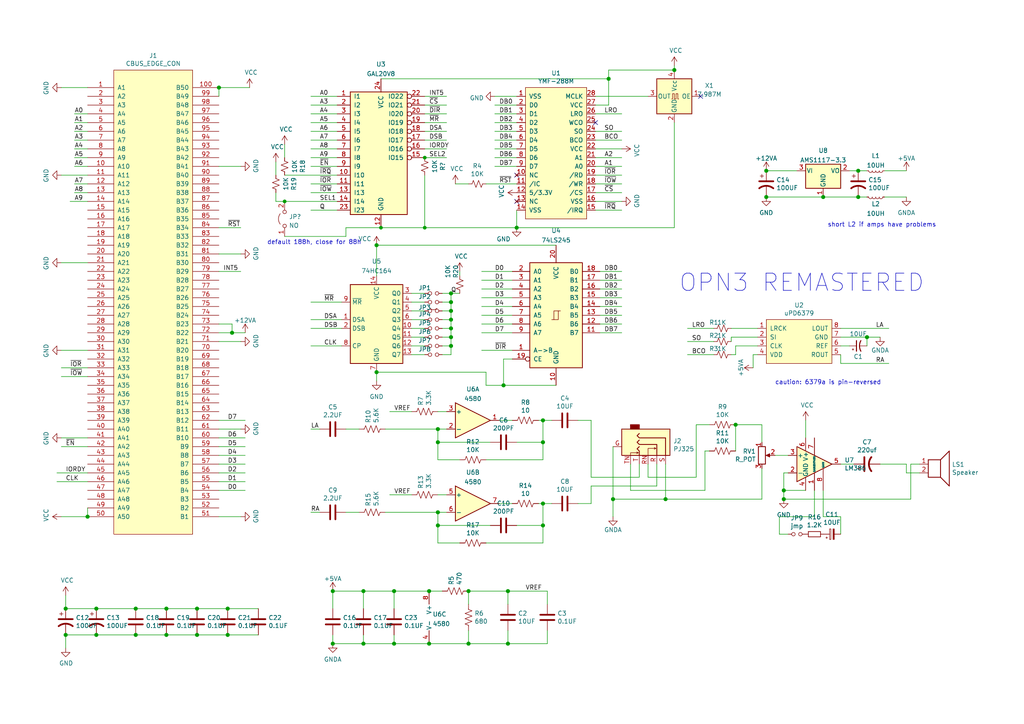
<source format=kicad_sch>
(kicad_sch (version 20220126) (generator eeschema)

  (uuid a420eaf7-5ad9-4944-b5a0-4e2b50a2f9bc)

  (paper "A4")

  (lib_symbols
    (symbol "74xx:74HC164" (in_bom yes) (on_board yes)
      (property "Reference" "U" (id 0) (at 1.905 -13.97 0)
        (effects (font (size 1.27 1.27)) (justify left))
      )
      (property "Value" "74HC164" (id 1) (at 1.905 -16.51 0)
        (effects (font (size 1.27 1.27)) (justify left))
      )
      (property "Footprint" "" (id 2) (at 22.86 -7.62 0)
        (effects (font (size 1.27 1.27)) hide)
      )
      (property "Datasheet" "https://assets.nexperia.com/documents/data-sheet/74HC_HCT164.pdf" (id 3) (at 22.86 -7.62 0)
        (effects (font (size 1.27 1.27)) hide)
      )
      (property "ki_keywords" "8-bit shift register" (id 4) (at 0 0 0)
        (effects (font (size 1.27 1.27)) hide)
      )
      (property "ki_description" "8-bit serial-in parallel-out shift register" (id 5) (at 0 0 0)
        (effects (font (size 1.27 1.27)) hide)
      )
      (property "ki_fp_filters" "SOIC*3.9x8.7*P1.27mm* ?SSOP*P0.65mm* DIP*W7.62mm*" (id 6) (at 0 0 0)
        (effects (font (size 1.27 1.27)) hide)
      )
      (symbol "74HC164_0_1"
        (rectangle (start 7.62 10.16) (end -7.62 -12.7)
          (stroke (width 0.254) (type default))
          (fill (type background))
        )
      )
      (symbol "74HC164_1_1"
        (pin input line (at -10.16 0 0) (length 2.54)
          (name "DSA" (effects (font (size 1.27 1.27))))
          (number "1" (effects (font (size 1.27 1.27))))
        )
        (pin output line (at 10.16 -2.54 180) (length 2.54)
          (name "Q4" (effects (font (size 1.27 1.27))))
          (number "10" (effects (font (size 1.27 1.27))))
        )
        (pin output line (at 10.16 -5.08 180) (length 2.54)
          (name "Q5" (effects (font (size 1.27 1.27))))
          (number "11" (effects (font (size 1.27 1.27))))
        )
        (pin output line (at 10.16 -7.62 180) (length 2.54)
          (name "Q6" (effects (font (size 1.27 1.27))))
          (number "12" (effects (font (size 1.27 1.27))))
        )
        (pin output line (at 10.16 -10.16 180) (length 2.54)
          (name "Q7" (effects (font (size 1.27 1.27))))
          (number "13" (effects (font (size 1.27 1.27))))
        )
        (pin power_in line (at 0 12.7 270) (length 2.54)
          (name "VCC" (effects (font (size 1.27 1.27))))
          (number "14" (effects (font (size 1.27 1.27))))
        )
        (pin input line (at -10.16 -2.54 0) (length 2.54)
          (name "DSB" (effects (font (size 1.27 1.27))))
          (number "2" (effects (font (size 1.27 1.27))))
        )
        (pin output line (at 10.16 7.62 180) (length 2.54)
          (name "Q0" (effects (font (size 1.27 1.27))))
          (number "3" (effects (font (size 1.27 1.27))))
        )
        (pin output line (at 10.16 5.08 180) (length 2.54)
          (name "Q1" (effects (font (size 1.27 1.27))))
          (number "4" (effects (font (size 1.27 1.27))))
        )
        (pin output line (at 10.16 2.54 180) (length 2.54)
          (name "Q2" (effects (font (size 1.27 1.27))))
          (number "5" (effects (font (size 1.27 1.27))))
        )
        (pin output line (at 10.16 0 180) (length 2.54)
          (name "Q3" (effects (font (size 1.27 1.27))))
          (number "6" (effects (font (size 1.27 1.27))))
        )
        (pin power_in line (at 0 -15.24 90) (length 2.54)
          (name "GND" (effects (font (size 1.27 1.27))))
          (number "7" (effects (font (size 1.27 1.27))))
        )
        (pin input line (at -10.16 -7.62 0) (length 2.54)
          (name "CP" (effects (font (size 1.27 1.27))))
          (number "8" (effects (font (size 1.27 1.27))))
        )
        (pin input line (at -10.16 5.08 0) (length 2.54)
          (name "~{MR}" (effects (font (size 1.27 1.27))))
          (number "9" (effects (font (size 1.27 1.27))))
        )
      )
    )
    (symbol "74xx:74LS245" (pin_names (offset 1.016)) (in_bom yes) (on_board yes)
      (property "Reference" "U" (id 0) (at -7.62 16.51 0)
        (effects (font (size 1.27 1.27)))
      )
      (property "Value" "74LS245" (id 1) (at -7.62 -16.51 0)
        (effects (font (size 1.27 1.27)))
      )
      (property "Footprint" "" (id 2) (at 0 0 0)
        (effects (font (size 1.27 1.27)) hide)
      )
      (property "Datasheet" "http://www.ti.com/lit/gpn/sn74LS245" (id 3) (at 0 0 0)
        (effects (font (size 1.27 1.27)) hide)
      )
      (property "ki_locked" "" (id 4) (at 0 0 0)
        (effects (font (size 1.27 1.27)))
      )
      (property "ki_keywords" "TTL BUS 3State" (id 5) (at 0 0 0)
        (effects (font (size 1.27 1.27)) hide)
      )
      (property "ki_description" "Octal BUS Transceivers, 3-State outputs" (id 6) (at 0 0 0)
        (effects (font (size 1.27 1.27)) hide)
      )
      (property "ki_fp_filters" "DIP?20*" (id 7) (at 0 0 0)
        (effects (font (size 1.27 1.27)) hide)
      )
      (symbol "74LS245_1_0"
        (polyline
          (pts
            (xy -0.635 -1.27)
            (xy -0.635 1.27)
            (xy 0.635 1.27)
          )
          (stroke (width 0) (type default))
          (fill (type none))
        )
        (polyline
          (pts
            (xy -1.27 -1.27)
            (xy 0.635 -1.27)
            (xy 0.635 1.27)
            (xy 1.27 1.27)
          )
          (stroke (width 0) (type default))
          (fill (type none))
        )
        (pin input line (at -12.7 -10.16 0) (length 5.08)
          (name "A->B" (effects (font (size 1.27 1.27))))
          (number "1" (effects (font (size 1.27 1.27))))
        )
        (pin power_in line (at 0 -20.32 90) (length 5.08)
          (name "GND" (effects (font (size 1.27 1.27))))
          (number "10" (effects (font (size 1.27 1.27))))
        )
        (pin tri_state line (at 12.7 -5.08 180) (length 5.08)
          (name "B7" (effects (font (size 1.27 1.27))))
          (number "11" (effects (font (size 1.27 1.27))))
        )
        (pin tri_state line (at 12.7 -2.54 180) (length 5.08)
          (name "B6" (effects (font (size 1.27 1.27))))
          (number "12" (effects (font (size 1.27 1.27))))
        )
        (pin tri_state line (at 12.7 0 180) (length 5.08)
          (name "B5" (effects (font (size 1.27 1.27))))
          (number "13" (effects (font (size 1.27 1.27))))
        )
        (pin tri_state line (at 12.7 2.54 180) (length 5.08)
          (name "B4" (effects (font (size 1.27 1.27))))
          (number "14" (effects (font (size 1.27 1.27))))
        )
        (pin tri_state line (at 12.7 5.08 180) (length 5.08)
          (name "B3" (effects (font (size 1.27 1.27))))
          (number "15" (effects (font (size 1.27 1.27))))
        )
        (pin tri_state line (at 12.7 7.62 180) (length 5.08)
          (name "B2" (effects (font (size 1.27 1.27))))
          (number "16" (effects (font (size 1.27 1.27))))
        )
        (pin tri_state line (at 12.7 10.16 180) (length 5.08)
          (name "B1" (effects (font (size 1.27 1.27))))
          (number "17" (effects (font (size 1.27 1.27))))
        )
        (pin tri_state line (at 12.7 12.7 180) (length 5.08)
          (name "B0" (effects (font (size 1.27 1.27))))
          (number "18" (effects (font (size 1.27 1.27))))
        )
        (pin input inverted (at -12.7 -12.7 0) (length 5.08)
          (name "CE" (effects (font (size 1.27 1.27))))
          (number "19" (effects (font (size 1.27 1.27))))
        )
        (pin tri_state line (at -12.7 12.7 0) (length 5.08)
          (name "A0" (effects (font (size 1.27 1.27))))
          (number "2" (effects (font (size 1.27 1.27))))
        )
        (pin power_in line (at 0 20.32 270) (length 5.08)
          (name "VCC" (effects (font (size 1.27 1.27))))
          (number "20" (effects (font (size 1.27 1.27))))
        )
        (pin tri_state line (at -12.7 10.16 0) (length 5.08)
          (name "A1" (effects (font (size 1.27 1.27))))
          (number "3" (effects (font (size 1.27 1.27))))
        )
        (pin tri_state line (at -12.7 7.62 0) (length 5.08)
          (name "A2" (effects (font (size 1.27 1.27))))
          (number "4" (effects (font (size 1.27 1.27))))
        )
        (pin tri_state line (at -12.7 5.08 0) (length 5.08)
          (name "A3" (effects (font (size 1.27 1.27))))
          (number "5" (effects (font (size 1.27 1.27))))
        )
        (pin tri_state line (at -12.7 2.54 0) (length 5.08)
          (name "A4" (effects (font (size 1.27 1.27))))
          (number "6" (effects (font (size 1.27 1.27))))
        )
        (pin tri_state line (at -12.7 0 0) (length 5.08)
          (name "A5" (effects (font (size 1.27 1.27))))
          (number "7" (effects (font (size 1.27 1.27))))
        )
        (pin tri_state line (at -12.7 -2.54 0) (length 5.08)
          (name "A6" (effects (font (size 1.27 1.27))))
          (number "8" (effects (font (size 1.27 1.27))))
        )
        (pin tri_state line (at -12.7 -5.08 0) (length 5.08)
          (name "A7" (effects (font (size 1.27 1.27))))
          (number "9" (effects (font (size 1.27 1.27))))
        )
      )
      (symbol "74LS245_1_1"
        (rectangle (start -7.62 15.24) (end 7.62 -15.24)
          (stroke (width 0.254) (type default))
          (fill (type background))
        )
      )
    )
    (symbol "Amplifier_Audio:LM386" (pin_names (offset 0.127)) (in_bom yes) (on_board yes)
      (property "Reference" "U" (id 0) (at 1.27 7.62 0)
        (effects (font (size 1.27 1.27)) (justify left))
      )
      (property "Value" "LM386" (id 1) (at 1.27 5.08 0)
        (effects (font (size 1.27 1.27)) (justify left))
      )
      (property "Footprint" "" (id 2) (at 2.54 2.54 0)
        (effects (font (size 1.27 1.27)) hide)
      )
      (property "Datasheet" "http://www.ti.com/lit/ds/symlink/lm386.pdf" (id 3) (at 5.08 5.08 0)
        (effects (font (size 1.27 1.27)) hide)
      )
      (property "ki_keywords" "single Power opamp" (id 4) (at 0 0 0)
        (effects (font (size 1.27 1.27)) hide)
      )
      (property "ki_description" "Low Voltage Audio Power Amplifier, DIP-8/SOIC-8/SSOP-8" (id 5) (at 0 0 0)
        (effects (font (size 1.27 1.27)) hide)
      )
      (property "ki_fp_filters" "SOIC*3.9x4.9mm*P1.27mm* DIP*W7.62mm* MSSOP*P0.65mm* TSSOP*3x3mm*P0.5mm*" (id 6) (at 0 0 0)
        (effects (font (size 1.27 1.27)) hide)
      )
      (symbol "LM386_0_1"
        (polyline
          (pts
            (xy 5.08 0)
            (xy -5.08 5.08)
            (xy -5.08 -5.08)
            (xy 5.08 0)
          )
          (stroke (width 0.254) (type default))
          (fill (type background))
        )
      )
      (symbol "LM386_1_1"
        (pin input line (at 0 -7.62 90) (length 5.08)
          (name "GAIN" (effects (font (size 0.508 0.508))))
          (number "1" (effects (font (size 1.27 1.27))))
        )
        (pin input line (at -7.62 -2.54 0) (length 2.54)
          (name "-" (effects (font (size 1.27 1.27))))
          (number "2" (effects (font (size 1.27 1.27))))
        )
        (pin input line (at -7.62 2.54 0) (length 2.54)
          (name "+" (effects (font (size 1.27 1.27))))
          (number "3" (effects (font (size 1.27 1.27))))
        )
        (pin power_in line (at -2.54 -7.62 90) (length 3.81)
          (name "GND" (effects (font (size 1.27 1.27))))
          (number "4" (effects (font (size 1.27 1.27))))
        )
        (pin output line (at 7.62 0 180) (length 2.54)
          (name "~" (effects (font (size 1.27 1.27))))
          (number "5" (effects (font (size 1.27 1.27))))
        )
        (pin power_in line (at -2.54 7.62 270) (length 3.81)
          (name "V+" (effects (font (size 1.27 1.27))))
          (number "6" (effects (font (size 1.27 1.27))))
        )
        (pin input line (at 0 7.62 270) (length 5.08)
          (name "BYPASS" (effects (font (size 0.508 0.508))))
          (number "7" (effects (font (size 1.27 1.27))))
        )
        (pin input line (at 2.54 -7.62 90) (length 6.35)
          (name "GAIN" (effects (font (size 0.508 0.508))))
          (number "8" (effects (font (size 1.27 1.27))))
        )
      )
    )
    (symbol "Amplifier_Operational:LM2904" (pin_names (offset 0.127)) (in_bom yes) (on_board yes)
      (property "Reference" "U" (id 0) (at 0 5.08 0)
        (effects (font (size 1.27 1.27)) (justify left))
      )
      (property "Value" "LM2904" (id 1) (at 0 -5.08 0)
        (effects (font (size 1.27 1.27)) (justify left))
      )
      (property "Footprint" "" (id 2) (at 0 0 0)
        (effects (font (size 1.27 1.27)) hide)
      )
      (property "Datasheet" "http://www.ti.com/lit/ds/symlink/lm358.pdf" (id 3) (at 0 0 0)
        (effects (font (size 1.27 1.27)) hide)
      )
      (property "ki_locked" "" (id 4) (at 0 0 0)
        (effects (font (size 1.27 1.27)))
      )
      (property "ki_keywords" "dual opamp" (id 5) (at 0 0 0)
        (effects (font (size 1.27 1.27)) hide)
      )
      (property "ki_description" "Dual Operational Amplifiers, DIP-8/SOIC-8/TSSOP-8/VSSOP-8" (id 6) (at 0 0 0)
        (effects (font (size 1.27 1.27)) hide)
      )
      (property "ki_fp_filters" "SOIC*3.9x4.9mm*P1.27mm* DIP*W7.62mm* TO*99* OnSemi*Micro8* TSSOP*3x3mm*P0.65mm* TSSOP*4.4x3mm*P0.65mm* MSOP*3x3mm*P0.65mm* SSOP*3.9x4.9mm*P0.635mm* LFCSP*2x2mm*P0.5mm* *SIP* SOIC*5.3x6.2mm*P1.27mm*" (id 7) (at 0 0 0)
        (effects (font (size 1.27 1.27)) hide)
      )
      (symbol "LM2904_1_1"
        (polyline
          (pts
            (xy -5.08 5.08)
            (xy 5.08 0)
            (xy -5.08 -5.08)
            (xy -5.08 5.08)
          )
          (stroke (width 0.254) (type default))
          (fill (type background))
        )
        (pin output line (at 7.62 0 180) (length 2.54)
          (name "~" (effects (font (size 1.27 1.27))))
          (number "1" (effects (font (size 1.27 1.27))))
        )
        (pin input line (at -7.62 -2.54 0) (length 2.54)
          (name "-" (effects (font (size 1.27 1.27))))
          (number "2" (effects (font (size 1.27 1.27))))
        )
        (pin input line (at -7.62 2.54 0) (length 2.54)
          (name "+" (effects (font (size 1.27 1.27))))
          (number "3" (effects (font (size 1.27 1.27))))
        )
      )
      (symbol "LM2904_2_1"
        (polyline
          (pts
            (xy -5.08 5.08)
            (xy 5.08 0)
            (xy -5.08 -5.08)
            (xy -5.08 5.08)
          )
          (stroke (width 0.254) (type default))
          (fill (type background))
        )
        (pin input line (at -7.62 2.54 0) (length 2.54)
          (name "+" (effects (font (size 1.27 1.27))))
          (number "5" (effects (font (size 1.27 1.27))))
        )
        (pin input line (at -7.62 -2.54 0) (length 2.54)
          (name "-" (effects (font (size 1.27 1.27))))
          (number "6" (effects (font (size 1.27 1.27))))
        )
        (pin output line (at 7.62 0 180) (length 2.54)
          (name "~" (effects (font (size 1.27 1.27))))
          (number "7" (effects (font (size 1.27 1.27))))
        )
      )
      (symbol "LM2904_3_1"
        (pin power_in line (at -2.54 -7.62 90) (length 3.81)
          (name "V-" (effects (font (size 1.27 1.27))))
          (number "4" (effects (font (size 1.27 1.27))))
        )
        (pin power_in line (at -2.54 7.62 270) (length 3.81)
          (name "V+" (effects (font (size 1.27 1.27))))
          (number "8" (effects (font (size 1.27 1.27))))
        )
      )
    )
    (symbol "Connector:AudioJack3_Ground_SwitchTR" (in_bom yes) (on_board yes)
      (property "Reference" "J" (id 0) (at 0 8.89 0)
        (effects (font (size 1.27 1.27)))
      )
      (property "Value" "AudioJack3_Ground_SwitchTR" (id 1) (at 0 6.35 0)
        (effects (font (size 1.27 1.27)))
      )
      (property "Footprint" "" (id 2) (at 0 0 0)
        (effects (font (size 1.27 1.27)) hide)
      )
      (property "Datasheet" "~" (id 3) (at 0 0 0)
        (effects (font (size 1.27 1.27)) hide)
      )
      (property "ki_keywords" "audio jack receptacle stereo headphones phones TRS connector" (id 4) (at 0 0 0)
        (effects (font (size 1.27 1.27)) hide)
      )
      (property "ki_description" "Audio Jack, 3 Poles (Stereo / TRS), Grounded Sleeve, Switched TR Poles (Normalling)" (id 5) (at 0 0 0)
        (effects (font (size 1.27 1.27)) hide)
      )
      (property "ki_fp_filters" "Jack*" (id 6) (at 0 0 0)
        (effects (font (size 1.27 1.27)) hide)
      )
      (symbol "AudioJack3_Ground_SwitchTR_0_1"
        (rectangle (start -5.08 -5.08) (end -6.35 -7.62)
          (stroke (width 0.254) (type default))
          (fill (type outline))
        )
        (polyline
          (pts
            (xy 0.508 -0.254)
            (xy 0.762 -0.762)
          )
          (stroke (width 0) (type default))
          (fill (type none))
        )
        (polyline
          (pts
            (xy 1.778 -5.334)
            (xy 2.032 -5.842)
          )
          (stroke (width 0) (type default))
          (fill (type none))
        )
        (polyline
          (pts
            (xy 0 -5.08)
            (xy 0.635 -5.715)
            (xy 1.27 -5.08)
            (xy 2.54 -5.08)
          )
          (stroke (width 0.254) (type default))
          (fill (type none))
        )
        (polyline
          (pts
            (xy 2.54 -7.62)
            (xy 1.778 -7.62)
            (xy 1.778 -5.334)
            (xy 1.524 -5.842)
          )
          (stroke (width 0) (type default))
          (fill (type none))
        )
        (polyline
          (pts
            (xy 2.54 -2.54)
            (xy 0.508 -2.54)
            (xy 0.508 -0.254)
            (xy 0.254 -0.762)
          )
          (stroke (width 0) (type default))
          (fill (type none))
        )
        (polyline
          (pts
            (xy -1.905 -5.08)
            (xy -1.27 -5.715)
            (xy -0.635 -5.08)
            (xy -0.635 0)
            (xy 2.54 0)
          )
          (stroke (width 0.254) (type default))
          (fill (type none))
        )
        (polyline
          (pts
            (xy 2.54 2.54)
            (xy -2.54 2.54)
            (xy -2.54 -5.08)
            (xy -3.175 -5.715)
            (xy -3.81 -5.08)
          )
          (stroke (width 0.254) (type default))
          (fill (type none))
        )
        (rectangle (start 2.54 3.81) (end -5.08 -10.16)
          (stroke (width 0.254) (type default))
          (fill (type background))
        )
      )
      (symbol "AudioJack3_Ground_SwitchTR_1_1"
        (pin passive line (at 0 -12.7 90) (length 2.54)
          (name "~" (effects (font (size 1.27 1.27))))
          (number "G" (effects (font (size 1.27 1.27))))
        )
        (pin passive line (at 5.08 0 180) (length 2.54)
          (name "~" (effects (font (size 1.27 1.27))))
          (number "R" (effects (font (size 1.27 1.27))))
        )
        (pin passive line (at 5.08 -2.54 180) (length 2.54)
          (name "~" (effects (font (size 1.27 1.27))))
          (number "RN" (effects (font (size 1.27 1.27))))
        )
        (pin passive line (at 5.08 2.54 180) (length 2.54)
          (name "~" (effects (font (size 1.27 1.27))))
          (number "S" (effects (font (size 1.27 1.27))))
        )
        (pin passive line (at 5.08 -5.08 180) (length 2.54)
          (name "~" (effects (font (size 1.27 1.27))))
          (number "T" (effects (font (size 1.27 1.27))))
        )
        (pin passive line (at 5.08 -7.62 180) (length 2.54)
          (name "~" (effects (font (size 1.27 1.27))))
          (number "TN" (effects (font (size 1.27 1.27))))
        )
      )
    )
    (symbol "Device:C" (pin_numbers hide) (pin_names (offset 0.254)) (in_bom yes) (on_board yes)
      (property "Reference" "C" (id 0) (at 0.635 2.54 0)
        (effects (font (size 1.27 1.27)) (justify left))
      )
      (property "Value" "C" (id 1) (at 0.635 -2.54 0)
        (effects (font (size 1.27 1.27)) (justify left))
      )
      (property "Footprint" "" (id 2) (at 0.9652 -3.81 0)
        (effects (font (size 1.27 1.27)) hide)
      )
      (property "Datasheet" "~" (id 3) (at 0 0 0)
        (effects (font (size 1.27 1.27)) hide)
      )
      (property "ki_keywords" "cap capacitor" (id 4) (at 0 0 0)
        (effects (font (size 1.27 1.27)) hide)
      )
      (property "ki_description" "Unpolarized capacitor" (id 5) (at 0 0 0)
        (effects (font (size 1.27 1.27)) hide)
      )
      (property "ki_fp_filters" "C_*" (id 6) (at 0 0 0)
        (effects (font (size 1.27 1.27)) hide)
      )
      (symbol "C_0_1"
        (polyline
          (pts
            (xy -2.032 -0.762)
            (xy 2.032 -0.762)
          )
          (stroke (width 0.508) (type default))
          (fill (type none))
        )
        (polyline
          (pts
            (xy -2.032 0.762)
            (xy 2.032 0.762)
          )
          (stroke (width 0.508) (type default))
          (fill (type none))
        )
      )
      (symbol "C_1_1"
        (pin passive line (at 0 3.81 270) (length 2.794)
          (name "~" (effects (font (size 1.27 1.27))))
          (number "1" (effects (font (size 1.27 1.27))))
        )
        (pin passive line (at 0 -3.81 90) (length 2.794)
          (name "~" (effects (font (size 1.27 1.27))))
          (number "2" (effects (font (size 1.27 1.27))))
        )
      )
    )
    (symbol "Device:CP1" (pin_numbers hide) (pin_names (offset 0.254) hide) (in_bom yes) (on_board yes)
      (property "Reference" "C" (id 0) (at 0.635 2.54 0)
        (effects (font (size 1.27 1.27)) (justify left))
      )
      (property "Value" "CP1" (id 1) (at 0.635 -2.54 0)
        (effects (font (size 1.27 1.27)) (justify left))
      )
      (property "Footprint" "" (id 2) (at 0 0 0)
        (effects (font (size 1.27 1.27)) hide)
      )
      (property "Datasheet" "~" (id 3) (at 0 0 0)
        (effects (font (size 1.27 1.27)) hide)
      )
      (property "ki_keywords" "cap capacitor" (id 4) (at 0 0 0)
        (effects (font (size 1.27 1.27)) hide)
      )
      (property "ki_description" "Polarized capacitor, US symbol" (id 5) (at 0 0 0)
        (effects (font (size 1.27 1.27)) hide)
      )
      (property "ki_fp_filters" "CP_*" (id 6) (at 0 0 0)
        (effects (font (size 1.27 1.27)) hide)
      )
      (symbol "CP1_0_1"
        (polyline
          (pts
            (xy -2.032 0.762)
            (xy 2.032 0.762)
          )
          (stroke (width 0.508) (type default))
          (fill (type none))
        )
        (polyline
          (pts
            (xy -1.778 2.286)
            (xy -0.762 2.286)
          )
          (stroke (width 0) (type default))
          (fill (type none))
        )
        (polyline
          (pts
            (xy -1.27 1.778)
            (xy -1.27 2.794)
          )
          (stroke (width 0) (type default))
          (fill (type none))
        )
        (arc (start 2.032 -1.27) (mid 0 -0.5572) (end -2.032 -1.27)
          (stroke (width 0.508) (type default))
          (fill (type none))
        )
      )
      (symbol "CP1_1_1"
        (pin passive line (at 0 3.81 270) (length 2.794)
          (name "~" (effects (font (size 1.27 1.27))))
          (number "1" (effects (font (size 1.27 1.27))))
        )
        (pin passive line (at 0 -3.81 90) (length 3.302)
          (name "~" (effects (font (size 1.27 1.27))))
          (number "2" (effects (font (size 1.27 1.27))))
        )
      )
    )
    (symbol "Device:CP1_Small" (pin_numbers hide) (pin_names (offset 0.254) hide) (in_bom yes) (on_board yes)
      (property "Reference" "C" (id 0) (at 0.254 1.778 0)
        (effects (font (size 1.27 1.27)) (justify left))
      )
      (property "Value" "CP1_Small" (id 1) (at 0.254 -2.032 0)
        (effects (font (size 1.27 1.27)) (justify left))
      )
      (property "Footprint" "" (id 2) (at 0 0 0)
        (effects (font (size 1.27 1.27)) hide)
      )
      (property "Datasheet" "~" (id 3) (at 0 0 0)
        (effects (font (size 1.27 1.27)) hide)
      )
      (property "ki_keywords" "cap capacitor" (id 4) (at 0 0 0)
        (effects (font (size 1.27 1.27)) hide)
      )
      (property "ki_description" "Polarized capacitor, small US symbol" (id 5) (at 0 0 0)
        (effects (font (size 1.27 1.27)) hide)
      )
      (property "ki_fp_filters" "CP_*" (id 6) (at 0 0 0)
        (effects (font (size 1.27 1.27)) hide)
      )
      (symbol "CP1_Small_0_1"
        (polyline
          (pts
            (xy -1.524 0.508)
            (xy 1.524 0.508)
          )
          (stroke (width 0.3048) (type default))
          (fill (type none))
        )
        (polyline
          (pts
            (xy -1.27 1.524)
            (xy -0.762 1.524)
          )
          (stroke (width 0) (type default))
          (fill (type none))
        )
        (polyline
          (pts
            (xy -1.016 1.27)
            (xy -1.016 1.778)
          )
          (stroke (width 0) (type default))
          (fill (type none))
        )
        (arc (start 1.524 -0.762) (mid 0 -0.3734) (end -1.524 -0.762)
          (stroke (width 0.3048) (type default))
          (fill (type none))
        )
      )
      (symbol "CP1_Small_1_1"
        (pin passive line (at 0 2.54 270) (length 2.032)
          (name "~" (effects (font (size 1.27 1.27))))
          (number "1" (effects (font (size 1.27 1.27))))
        )
        (pin passive line (at 0 -2.54 90) (length 2.032)
          (name "~" (effects (font (size 1.27 1.27))))
          (number "2" (effects (font (size 1.27 1.27))))
        )
      )
    )
    (symbol "Device:CP_Small" (pin_numbers hide) (pin_names (offset 0.254) hide) (in_bom yes) (on_board yes)
      (property "Reference" "C" (id 0) (at 0.254 1.778 0)
        (effects (font (size 1.27 1.27)) (justify left))
      )
      (property "Value" "CP_Small" (id 1) (at 0.254 -2.032 0)
        (effects (font (size 1.27 1.27)) (justify left))
      )
      (property "Footprint" "" (id 2) (at 0 0 0)
        (effects (font (size 1.27 1.27)) hide)
      )
      (property "Datasheet" "~" (id 3) (at 0 0 0)
        (effects (font (size 1.27 1.27)) hide)
      )
      (property "ki_keywords" "cap capacitor" (id 4) (at 0 0 0)
        (effects (font (size 1.27 1.27)) hide)
      )
      (property "ki_description" "Polarized capacitor, small symbol" (id 5) (at 0 0 0)
        (effects (font (size 1.27 1.27)) hide)
      )
      (property "ki_fp_filters" "CP_*" (id 6) (at 0 0 0)
        (effects (font (size 1.27 1.27)) hide)
      )
      (symbol "CP_Small_0_1"
        (rectangle (start -1.524 -0.3048) (end 1.524 -0.6858)
          (stroke (width 0) (type default))
          (fill (type outline))
        )
        (rectangle (start -1.524 0.6858) (end 1.524 0.3048)
          (stroke (width 0) (type default))
          (fill (type none))
        )
        (polyline
          (pts
            (xy -1.27 1.524)
            (xy -0.762 1.524)
          )
          (stroke (width 0) (type default))
          (fill (type none))
        )
        (polyline
          (pts
            (xy -1.016 1.27)
            (xy -1.016 1.778)
          )
          (stroke (width 0) (type default))
          (fill (type none))
        )
      )
      (symbol "CP_Small_1_1"
        (pin passive line (at 0 2.54 270) (length 1.8542)
          (name "~" (effects (font (size 1.27 1.27))))
          (number "1" (effects (font (size 1.27 1.27))))
        )
        (pin passive line (at 0 -2.54 90) (length 1.8542)
          (name "~" (effects (font (size 1.27 1.27))))
          (number "2" (effects (font (size 1.27 1.27))))
        )
      )
    )
    (symbol "Device:Jumper_NC_Small" (pin_numbers hide) (pin_names (offset 0.762) hide) (in_bom yes) (on_board yes)
      (property "Reference" "JP" (id 0) (at 0 2.032 0)
        (effects (font (size 1.27 1.27)))
      )
      (property "Value" "Jumper_NC_Small" (id 1) (at 0.254 -1.524 0)
        (effects (font (size 1.27 1.27)))
      )
      (property "Footprint" "" (id 2) (at 0 0 0)
        (effects (font (size 1.27 1.27)) hide)
      )
      (property "Datasheet" "~" (id 3) (at 0 0 0)
        (effects (font (size 1.27 1.27)) hide)
      )
      (property "ki_keywords" "jumper link bridge NC" (id 4) (at 0 0 0)
        (effects (font (size 1.27 1.27)) hide)
      )
      (property "ki_description" "Jumper, normally closed, small symbol" (id 5) (at 0 0 0)
        (effects (font (size 1.27 1.27)) hide)
      )
      (property "ki_fp_filters" "SolderJumper*Bridged* Jumper* TestPoint*2Pads* TestPoint*Bridge*" (id 6) (at 0 0 0)
        (effects (font (size 1.27 1.27)) hide)
      )
      (symbol "Jumper_NC_Small_0_1"
        (circle (center -1.016 0) (radius 0.508)
          (stroke (width 0) (type default))
          (fill (type none))
        )
        (arc (start -1.016 0.762) (mid 0 -1.6908) (end 1.016 0.762)
          (stroke (width 0) (type default))
          (fill (type none))
        )
        (circle (center 1.016 0) (radius 0.508)
          (stroke (width 0) (type default))
          (fill (type none))
        )
        (pin passive line (at -2.54 0 0) (length 1.016)
          (name "1" (effects (font (size 1.27 1.27))))
          (number "1" (effects (font (size 1.27 1.27))))
        )
        (pin passive line (at 2.54 0 180) (length 1.016)
          (name "2" (effects (font (size 1.27 1.27))))
          (number "2" (effects (font (size 1.27 1.27))))
        )
      )
    )
    (symbol "Device:Jumper_NO_Small" (pin_numbers hide) (pin_names (offset 0.762) hide) (in_bom yes) (on_board yes)
      (property "Reference" "JP" (id 0) (at 0 2.032 0)
        (effects (font (size 1.27 1.27)))
      )
      (property "Value" "Jumper_NO_Small" (id 1) (at 0.254 -1.524 0)
        (effects (font (size 1.27 1.27)))
      )
      (property "Footprint" "" (id 2) (at 0 0 0)
        (effects (font (size 1.27 1.27)) hide)
      )
      (property "Datasheet" "~" (id 3) (at 0 0 0)
        (effects (font (size 1.27 1.27)) hide)
      )
      (property "ki_keywords" "jumper link bridge NO" (id 4) (at 0 0 0)
        (effects (font (size 1.27 1.27)) hide)
      )
      (property "ki_description" "Jumper, normally open, small symbol" (id 5) (at 0 0 0)
        (effects (font (size 1.27 1.27)) hide)
      )
      (property "ki_fp_filters" "SolderJumper*Open* Jumper* TestPoint*2Pads* TestPoint*Bridge*" (id 6) (at 0 0 0)
        (effects (font (size 1.27 1.27)) hide)
      )
      (symbol "Jumper_NO_Small_0_1"
        (circle (center -1.016 0) (radius 0.508)
          (stroke (width 0) (type default))
          (fill (type none))
        )
        (circle (center 1.016 0) (radius 0.508)
          (stroke (width 0) (type default))
          (fill (type none))
        )
        (pin passive line (at -2.54 0 0) (length 1.016)
          (name "1" (effects (font (size 1.27 1.27))))
          (number "1" (effects (font (size 1.27 1.27))))
        )
        (pin passive line (at 2.54 0 180) (length 1.016)
          (name "2" (effects (font (size 1.27 1.27))))
          (number "2" (effects (font (size 1.27 1.27))))
        )
      )
    )
    (symbol "Device:L_Small" (pin_numbers hide) (pin_names (offset 0.254) hide) (in_bom yes) (on_board yes)
      (property "Reference" "L" (id 0) (at 0.762 1.016 0)
        (effects (font (size 1.27 1.27)) (justify left))
      )
      (property "Value" "L_Small" (id 1) (at 0.762 -1.016 0)
        (effects (font (size 1.27 1.27)) (justify left))
      )
      (property "Footprint" "" (id 2) (at 0 0 0)
        (effects (font (size 1.27 1.27)) hide)
      )
      (property "Datasheet" "~" (id 3) (at 0 0 0)
        (effects (font (size 1.27 1.27)) hide)
      )
      (property "ki_keywords" "inductor choke coil reactor magnetic" (id 4) (at 0 0 0)
        (effects (font (size 1.27 1.27)) hide)
      )
      (property "ki_description" "Inductor, small symbol" (id 5) (at 0 0 0)
        (effects (font (size 1.27 1.27)) hide)
      )
      (property "ki_fp_filters" "Choke_* *Coil* Inductor_* L_*" (id 6) (at 0 0 0)
        (effects (font (size 1.27 1.27)) hide)
      )
      (symbol "L_Small_0_1"
        (arc (start 0 -1.016) (mid -0.5058 -1.524) (end 0 -2.032)
          (stroke (width 0) (type default))
          (fill (type none))
        )
        (arc (start 0 0) (mid -0.5058 -0.508) (end 0 -1.016)
          (stroke (width 0) (type default))
          (fill (type none))
        )
        (arc (start 0 1.016) (mid -0.5058 0.508) (end 0 0)
          (stroke (width 0) (type default))
          (fill (type none))
        )
        (arc (start 0 2.032) (mid -0.5058 1.524) (end 0 1.016)
          (stroke (width 0) (type default))
          (fill (type none))
        )
      )
      (symbol "L_Small_1_1"
        (pin passive line (at 0 2.54 270) (length 0.508)
          (name "~" (effects (font (size 1.27 1.27))))
          (number "1" (effects (font (size 1.27 1.27))))
        )
        (pin passive line (at 0 -2.54 90) (length 0.508)
          (name "~" (effects (font (size 1.27 1.27))))
          (number "2" (effects (font (size 1.27 1.27))))
        )
      )
    )
    (symbol "Device:R_POT" (pin_names (offset 1.016) hide) (in_bom yes) (on_board yes)
      (property "Reference" "RV" (id 0) (at -4.445 0 90)
        (effects (font (size 1.27 1.27)))
      )
      (property "Value" "R_POT" (id 1) (at -2.54 0 90)
        (effects (font (size 1.27 1.27)))
      )
      (property "Footprint" "" (id 2) (at 0 0 0)
        (effects (font (size 1.27 1.27)) hide)
      )
      (property "Datasheet" "~" (id 3) (at 0 0 0)
        (effects (font (size 1.27 1.27)) hide)
      )
      (property "ki_keywords" "resistor variable" (id 4) (at 0 0 0)
        (effects (font (size 1.27 1.27)) hide)
      )
      (property "ki_description" "Potentiometer" (id 5) (at 0 0 0)
        (effects (font (size 1.27 1.27)) hide)
      )
      (property "ki_fp_filters" "Potentiometer*" (id 6) (at 0 0 0)
        (effects (font (size 1.27 1.27)) hide)
      )
      (symbol "R_POT_0_1"
        (polyline
          (pts
            (xy 2.54 0)
            (xy 1.524 0)
          )
          (stroke (width 0) (type default))
          (fill (type none))
        )
        (polyline
          (pts
            (xy 1.143 0)
            (xy 2.286 0.508)
            (xy 2.286 -0.508)
            (xy 1.143 0)
          )
          (stroke (width 0) (type default))
          (fill (type outline))
        )
        (rectangle (start 1.016 2.54) (end -1.016 -2.54)
          (stroke (width 0.254) (type default))
          (fill (type none))
        )
      )
      (symbol "R_POT_1_1"
        (pin passive line (at 0 3.81 270) (length 1.27)
          (name "1" (effects (font (size 1.27 1.27))))
          (number "1" (effects (font (size 1.27 1.27))))
        )
        (pin passive line (at 3.81 0 180) (length 1.27)
          (name "2" (effects (font (size 1.27 1.27))))
          (number "2" (effects (font (size 1.27 1.27))))
        )
        (pin passive line (at 0 -3.81 90) (length 1.27)
          (name "3" (effects (font (size 1.27 1.27))))
          (number "3" (effects (font (size 1.27 1.27))))
        )
      )
    )
    (symbol "Device:R_Small" (pin_numbers hide) (pin_names (offset 0.254) hide) (in_bom yes) (on_board yes)
      (property "Reference" "R" (id 0) (at 0.762 0.508 0)
        (effects (font (size 1.27 1.27)) (justify left))
      )
      (property "Value" "R_Small" (id 1) (at 0.762 -1.016 0)
        (effects (font (size 1.27 1.27)) (justify left))
      )
      (property "Footprint" "" (id 2) (at 0 0 0)
        (effects (font (size 1.27 1.27)) hide)
      )
      (property "Datasheet" "~" (id 3) (at 0 0 0)
        (effects (font (size 1.27 1.27)) hide)
      )
      (property "ki_keywords" "R resistor" (id 4) (at 0 0 0)
        (effects (font (size 1.27 1.27)) hide)
      )
      (property "ki_description" "Resistor, small symbol" (id 5) (at 0 0 0)
        (effects (font (size 1.27 1.27)) hide)
      )
      (property "ki_fp_filters" "R_*" (id 6) (at 0 0 0)
        (effects (font (size 1.27 1.27)) hide)
      )
      (symbol "R_Small_0_1"
        (rectangle (start -0.762 1.778) (end 0.762 -1.778)
          (stroke (width 0.2032) (type default))
          (fill (type none))
        )
      )
      (symbol "R_Small_1_1"
        (pin passive line (at 0 2.54 270) (length 0.762)
          (name "~" (effects (font (size 1.27 1.27))))
          (number "1" (effects (font (size 1.27 1.27))))
        )
        (pin passive line (at 0 -2.54 90) (length 0.762)
          (name "~" (effects (font (size 1.27 1.27))))
          (number "2" (effects (font (size 1.27 1.27))))
        )
      )
    )
    (symbol "Device:R_Small_US" (pin_numbers hide) (pin_names (offset 0.254) hide) (in_bom yes) (on_board yes)
      (property "Reference" "R" (id 0) (at 0.762 0.508 0)
        (effects (font (size 1.27 1.27)) (justify left))
      )
      (property "Value" "R_Small_US" (id 1) (at 0.762 -1.016 0)
        (effects (font (size 1.27 1.27)) (justify left))
      )
      (property "Footprint" "" (id 2) (at 0 0 0)
        (effects (font (size 1.27 1.27)) hide)
      )
      (property "Datasheet" "~" (id 3) (at 0 0 0)
        (effects (font (size 1.27 1.27)) hide)
      )
      (property "ki_keywords" "r resistor" (id 4) (at 0 0 0)
        (effects (font (size 1.27 1.27)) hide)
      )
      (property "ki_description" "Resistor, small US symbol" (id 5) (at 0 0 0)
        (effects (font (size 1.27 1.27)) hide)
      )
      (property "ki_fp_filters" "R_*" (id 6) (at 0 0 0)
        (effects (font (size 1.27 1.27)) hide)
      )
      (symbol "R_Small_US_1_1"
        (polyline
          (pts
            (xy 0 0)
            (xy 1.016 -0.381)
            (xy 0 -0.762)
            (xy -1.016 -1.143)
            (xy 0 -1.524)
          )
          (stroke (width 0) (type default))
          (fill (type none))
        )
        (polyline
          (pts
            (xy 0 1.524)
            (xy 1.016 1.143)
            (xy 0 0.762)
            (xy -1.016 0.381)
            (xy 0 0)
          )
          (stroke (width 0) (type default))
          (fill (type none))
        )
        (pin passive line (at 0 2.54 270) (length 1.016)
          (name "~" (effects (font (size 1.27 1.27))))
          (number "1" (effects (font (size 1.27 1.27))))
        )
        (pin passive line (at 0 -2.54 90) (length 1.016)
          (name "~" (effects (font (size 1.27 1.27))))
          (number "2" (effects (font (size 1.27 1.27))))
        )
      )
    )
    (symbol "Device:R_US" (pin_numbers hide) (pin_names (offset 0)) (in_bom yes) (on_board yes)
      (property "Reference" "R" (id 0) (at 2.54 0 90)
        (effects (font (size 1.27 1.27)))
      )
      (property "Value" "R_US" (id 1) (at -2.54 0 90)
        (effects (font (size 1.27 1.27)))
      )
      (property "Footprint" "" (id 2) (at 1.016 -0.254 90)
        (effects (font (size 1.27 1.27)) hide)
      )
      (property "Datasheet" "~" (id 3) (at 0 0 0)
        (effects (font (size 1.27 1.27)) hide)
      )
      (property "ki_keywords" "R res resistor" (id 4) (at 0 0 0)
        (effects (font (size 1.27 1.27)) hide)
      )
      (property "ki_description" "Resistor, US symbol" (id 5) (at 0 0 0)
        (effects (font (size 1.27 1.27)) hide)
      )
      (property "ki_fp_filters" "R_*" (id 6) (at 0 0 0)
        (effects (font (size 1.27 1.27)) hide)
      )
      (symbol "R_US_0_1"
        (polyline
          (pts
            (xy 0 -2.286)
            (xy 0 -2.54)
          )
          (stroke (width 0) (type default))
          (fill (type none))
        )
        (polyline
          (pts
            (xy 0 2.286)
            (xy 0 2.54)
          )
          (stroke (width 0) (type default))
          (fill (type none))
        )
        (polyline
          (pts
            (xy 0 -0.762)
            (xy 1.016 -1.143)
            (xy 0 -1.524)
            (xy -1.016 -1.905)
            (xy 0 -2.286)
          )
          (stroke (width 0) (type default))
          (fill (type none))
        )
        (polyline
          (pts
            (xy 0 0.762)
            (xy 1.016 0.381)
            (xy 0 0)
            (xy -1.016 -0.381)
            (xy 0 -0.762)
          )
          (stroke (width 0) (type default))
          (fill (type none))
        )
        (polyline
          (pts
            (xy 0 2.286)
            (xy 1.016 1.905)
            (xy 0 1.524)
            (xy -1.016 1.143)
            (xy 0 0.762)
          )
          (stroke (width 0) (type default))
          (fill (type none))
        )
      )
      (symbol "R_US_1_1"
        (pin passive line (at 0 3.81 270) (length 1.27)
          (name "~" (effects (font (size 1.27 1.27))))
          (number "1" (effects (font (size 1.27 1.27))))
        )
        (pin passive line (at 0 -3.81 90) (length 1.27)
          (name "~" (effects (font (size 1.27 1.27))))
          (number "2" (effects (font (size 1.27 1.27))))
        )
      )
    )
    (symbol "Device:Speaker" (pin_names (offset 0) hide) (in_bom yes) (on_board yes)
      (property "Reference" "LS" (id 0) (at 1.27 5.715 0)
        (effects (font (size 1.27 1.27)) (justify right))
      )
      (property "Value" "Speaker" (id 1) (at 1.27 3.81 0)
        (effects (font (size 1.27 1.27)) (justify right))
      )
      (property "Footprint" "" (id 2) (at 0 -5.08 0)
        (effects (font (size 1.27 1.27)) hide)
      )
      (property "Datasheet" "~" (id 3) (at -0.254 -1.27 0)
        (effects (font (size 1.27 1.27)) hide)
      )
      (property "ki_keywords" "speaker sound" (id 4) (at 0 0 0)
        (effects (font (size 1.27 1.27)) hide)
      )
      (property "ki_description" "Speaker" (id 5) (at 0 0 0)
        (effects (font (size 1.27 1.27)) hide)
      )
      (symbol "Speaker_0_0"
        (rectangle (start -2.54 1.27) (end 1.016 -3.81)
          (stroke (width 0.254) (type default))
          (fill (type none))
        )
        (polyline
          (pts
            (xy 1.016 1.27)
            (xy 3.556 3.81)
            (xy 3.556 -6.35)
            (xy 1.016 -3.81)
          )
          (stroke (width 0.254) (type default))
          (fill (type none))
        )
      )
      (symbol "Speaker_1_1"
        (pin input line (at -5.08 0 0) (length 2.54)
          (name "1" (effects (font (size 1.27 1.27))))
          (number "1" (effects (font (size 1.27 1.27))))
        )
        (pin input line (at -5.08 -2.54 0) (length 2.54)
          (name "2" (effects (font (size 1.27 1.27))))
          (number "2" (effects (font (size 1.27 1.27))))
        )
      )
    )
    (symbol "Jumper:Jumper_2_Open" (pin_names (offset 0) hide) (in_bom yes) (on_board yes)
      (property "Reference" "JP" (id 0) (at 0 2.794 0)
        (effects (font (size 1.27 1.27)))
      )
      (property "Value" "Jumper_2_Open" (id 1) (at 0 -2.286 0)
        (effects (font (size 1.27 1.27)))
      )
      (property "Footprint" "" (id 2) (at 0 0 0)
        (effects (font (size 1.27 1.27)) hide)
      )
      (property "Datasheet" "~" (id 3) (at 0 0 0)
        (effects (font (size 1.27 1.27)) hide)
      )
      (property "ki_keywords" "Jumper SPST" (id 4) (at 0 0 0)
        (effects (font (size 1.27 1.27)) hide)
      )
      (property "ki_description" "Jumper, 2-pole, open" (id 5) (at 0 0 0)
        (effects (font (size 1.27 1.27)) hide)
      )
      (property "ki_fp_filters" "Jumper* TestPoint*2Pads* TestPoint*Bridge*" (id 6) (at 0 0 0)
        (effects (font (size 1.27 1.27)) hide)
      )
      (symbol "Jumper_2_Open_0_0"
        (circle (center -2.032 0) (radius 0.508)
          (stroke (width 0) (type default))
          (fill (type none))
        )
        (circle (center 2.032 0) (radius 0.508)
          (stroke (width 0) (type default))
          (fill (type none))
        )
      )
      (symbol "Jumper_2_Open_0_1"
        (arc (start 1.524 1.27) (mid 0 1.778) (end -1.524 1.27)
          (stroke (width 0) (type default))
          (fill (type none))
        )
      )
      (symbol "Jumper_2_Open_1_1"
        (pin passive line (at -5.08 0 0) (length 2.54)
          (name "A" (effects (font (size 1.27 1.27))))
          (number "1" (effects (font (size 1.27 1.27))))
        )
        (pin passive line (at 5.08 0 180) (length 2.54)
          (name "B" (effects (font (size 1.27 1.27))))
          (number "2" (effects (font (size 1.27 1.27))))
        )
      )
    )
    (symbol "Logic_Programmable:PAL20L8" (pin_names (offset 1.016)) (in_bom yes) (on_board yes)
      (property "Reference" "U" (id 0) (at -8.89 21.59 0)
        (effects (font (size 1.27 1.27)) (justify left))
      )
      (property "Value" "PAL20L8" (id 1) (at 1.27 21.59 0)
        (effects (font (size 1.27 1.27)) (justify left))
      )
      (property "Footprint" "" (id 2) (at 0 0 0)
        (effects (font (size 1.27 1.27)) hide)
      )
      (property "Datasheet" "" (id 3) (at 0 0 0)
        (effects (font (size 1.27 1.27)) hide)
      )
      (property "ki_keywords" "PAL PLD 20L8" (id 4) (at 0 0 0)
        (effects (font (size 1.27 1.27)) hide)
      )
      (property "ki_description" "Programmable Logic Array, DIP-24" (id 5) (at 0 0 0)
        (effects (font (size 1.27 1.27)) hide)
      )
      (property "ki_fp_filters" "DIP* PDIP*" (id 6) (at 0 0 0)
        (effects (font (size 1.27 1.27)) hide)
      )
      (symbol "PAL20L8_0_0"
        (pin power_in line (at 0 -20.32 90) (length 3.81)
          (name "GND" (effects (font (size 1.27 1.27))))
          (number "12" (effects (font (size 1.27 1.27))))
        )
        (pin power_in line (at 0 22.86 270) (length 3.81)
          (name "VCC" (effects (font (size 1.27 1.27))))
          (number "24" (effects (font (size 1.27 1.27))))
        )
      )
      (symbol "PAL20L8_0_1"
        (rectangle (start -8.89 19.05) (end 7.62 -16.51)
          (stroke (width 0.254) (type default))
          (fill (type background))
        )
      )
      (symbol "PAL20L8_1_1"
        (pin input line (at -12.7 17.78 0) (length 3.81)
          (name "I1" (effects (font (size 1.27 1.27))))
          (number "1" (effects (font (size 1.27 1.27))))
        )
        (pin input line (at -12.7 -5.08 0) (length 3.81)
          (name "I10" (effects (font (size 1.27 1.27))))
          (number "10" (effects (font (size 1.27 1.27))))
        )
        (pin input line (at -12.7 -7.62 0) (length 3.81)
          (name "I11" (effects (font (size 1.27 1.27))))
          (number "11" (effects (font (size 1.27 1.27))))
        )
        (pin input line (at -12.7 -10.16 0) (length 3.81)
          (name "I13" (effects (font (size 1.27 1.27))))
          (number "13" (effects (font (size 1.27 1.27))))
        )
        (pin input line (at -12.7 -12.7 0) (length 3.81)
          (name "I14" (effects (font (size 1.27 1.27))))
          (number "14" (effects (font (size 1.27 1.27))))
        )
        (pin tri_state inverted (at 12.7 0 180) (length 5.08)
          (name "IO15" (effects (font (size 1.27 1.27))))
          (number "15" (effects (font (size 1.27 1.27))))
        )
        (pin tri_state inverted (at 12.7 2.54 180) (length 5.08)
          (name "IO16" (effects (font (size 1.27 1.27))))
          (number "16" (effects (font (size 1.27 1.27))))
        )
        (pin tri_state inverted (at 12.7 5.08 180) (length 5.08)
          (name "IO17" (effects (font (size 1.27 1.27))))
          (number "17" (effects (font (size 1.27 1.27))))
        )
        (pin tri_state inverted (at 12.7 7.62 180) (length 5.08)
          (name "IO18" (effects (font (size 1.27 1.27))))
          (number "18" (effects (font (size 1.27 1.27))))
        )
        (pin tri_state inverted (at 12.7 10.16 180) (length 5.08)
          (name "IO19" (effects (font (size 1.27 1.27))))
          (number "19" (effects (font (size 1.27 1.27))))
        )
        (pin input line (at -12.7 15.24 0) (length 3.81)
          (name "I2" (effects (font (size 1.27 1.27))))
          (number "2" (effects (font (size 1.27 1.27))))
        )
        (pin tri_state inverted (at 12.7 12.7 180) (length 5.08)
          (name "I020" (effects (font (size 1.27 1.27))))
          (number "20" (effects (font (size 1.27 1.27))))
        )
        (pin tri_state inverted (at 12.7 15.24 180) (length 5.08)
          (name "IO21" (effects (font (size 1.27 1.27))))
          (number "21" (effects (font (size 1.27 1.27))))
        )
        (pin tri_state inverted (at 12.7 17.78 180) (length 5.08)
          (name "IO22" (effects (font (size 1.27 1.27))))
          (number "22" (effects (font (size 1.27 1.27))))
        )
        (pin input line (at -12.7 -15.24 0) (length 3.81)
          (name "I23" (effects (font (size 1.27 1.27))))
          (number "23" (effects (font (size 1.27 1.27))))
        )
        (pin input line (at -12.7 12.7 0) (length 3.81)
          (name "I3" (effects (font (size 1.27 1.27))))
          (number "3" (effects (font (size 1.27 1.27))))
        )
        (pin input line (at -12.7 10.16 0) (length 3.81)
          (name "I4" (effects (font (size 1.27 1.27))))
          (number "4" (effects (font (size 1.27 1.27))))
        )
        (pin input line (at -12.7 7.62 0) (length 3.81)
          (name "I5" (effects (font (size 1.27 1.27))))
          (number "5" (effects (font (size 1.27 1.27))))
        )
        (pin input line (at -12.7 5.08 0) (length 3.81)
          (name "I6" (effects (font (size 1.27 1.27))))
          (number "6" (effects (font (size 1.27 1.27))))
        )
        (pin input line (at -12.7 2.54 0) (length 3.81)
          (name "I7" (effects (font (size 1.27 1.27))))
          (number "7" (effects (font (size 1.27 1.27))))
        )
        (pin input line (at -12.7 0 0) (length 3.81)
          (name "I8" (effects (font (size 1.27 1.27))))
          (number "8" (effects (font (size 1.27 1.27))))
        )
        (pin input line (at -12.7 -2.54 0) (length 3.81)
          (name "I9" (effects (font (size 1.27 1.27))))
          (number "9" (effects (font (size 1.27 1.27))))
        )
      )
    )
    (symbol "Oscillator:SG-8002CA" (pin_names (offset 0.254)) (in_bom yes) (on_board yes)
      (property "Reference" "X" (id 0) (at -5.08 6.35 0)
        (effects (font (size 1.27 1.27)) (justify left))
      )
      (property "Value" "SG-8002CA" (id 1) (at 1.27 -6.35 0)
        (effects (font (size 1.27 1.27)) (justify left))
      )
      (property "Footprint" "Oscillator:Oscillator_SMD_SeikoEpson_SG8002CA-4Pin_7.0x5.0mm" (id 2) (at 17.78 -8.89 0)
        (effects (font (size 1.27 1.27)) hide)
      )
      (property "Datasheet" "https://support.epson.biz/td/api/doc_check.php?mode=dl&lang=en&Parts=SG-8002DC" (id 3) (at -2.54 0 0)
        (effects (font (size 1.27 1.27)) hide)
      )
      (property "ki_keywords" "Crystal Clock Oscillator" (id 4) (at 0 0 0)
        (effects (font (size 1.27 1.27)) hide)
      )
      (property "ki_description" "CMOS Clock Oscillator 1 to 125 MHz" (id 5) (at 0 0 0)
        (effects (font (size 1.27 1.27)) hide)
      )
      (property "ki_fp_filters" "Oscillator*SMD*SeikoEpson*SG8002CA*7.0x5.0mm*" (id 6) (at 0 0 0)
        (effects (font (size 1.27 1.27)) hide)
      )
      (symbol "SG-8002CA_0_1"
        (rectangle (start -5.08 5.08) (end 5.08 -5.08)
          (stroke (width 0.254) (type default))
          (fill (type background))
        )
        (polyline
          (pts
            (xy -1.27 -0.762)
            (xy -1.016 -0.762)
            (xy -1.016 0.762)
            (xy -0.508 0.762)
            (xy -0.508 -0.762)
            (xy 0 -0.762)
            (xy 0 0.762)
            (xy 0.508 0.762)
            (xy 0.508 -0.762)
            (xy 0.762 -0.762)
          )
          (stroke (width 0) (type default))
          (fill (type none))
        )
      )
      (symbol "SG-8002CA_1_1"
        (pin input line (at -7.62 0 0) (length 2.54)
          (name "OE" (effects (font (size 1.27 1.27))))
          (number "1" (effects (font (size 1.27 1.27))))
        )
        (pin power_in line (at 0 -7.62 90) (length 2.54)
          (name "GND" (effects (font (size 1.27 1.27))))
          (number "2" (effects (font (size 1.27 1.27))))
        )
        (pin output line (at 7.62 0 180) (length 2.54)
          (name "OUT" (effects (font (size 1.27 1.27))))
          (number "3" (effects (font (size 1.27 1.27))))
        )
        (pin power_in line (at 0 7.62 270) (length 2.54)
          (name "Vcc" (effects (font (size 1.27 1.27))))
          (number "4" (effects (font (size 1.27 1.27))))
        )
      )
    )
    (symbol "Regulator_Linear:AMS1117CD-1.5" (pin_names (offset 0.254)) (in_bom yes) (on_board yes)
      (property "Reference" "U" (id 0) (at -3.81 3.175 0)
        (effects (font (size 1.27 1.27)))
      )
      (property "Value" "AMS1117CD-1.5" (id 1) (at 0 3.175 0)
        (effects (font (size 1.27 1.27)) (justify left))
      )
      (property "Footprint" "Package_TO_SOT_SMD:TO-252-3_TabPin2" (id 2) (at 0 5.08 0)
        (effects (font (size 1.27 1.27)) hide)
      )
      (property "Datasheet" "http://www.advanced-monolithic.com/pdf/ds1117.pdf" (id 3) (at 2.54 -6.35 0)
        (effects (font (size 1.27 1.27)) hide)
      )
      (property "ki_keywords" "linear regulator ldo fixed positive" (id 4) (at 0 0 0)
        (effects (font (size 1.27 1.27)) hide)
      )
      (property "ki_description" "1A Low Dropout regulator, positive, 1.5V fixed output, TO-252" (id 5) (at 0 0 0)
        (effects (font (size 1.27 1.27)) hide)
      )
      (property "ki_fp_filters" "TO?252*TabPin2*" (id 6) (at 0 0 0)
        (effects (font (size 1.27 1.27)) hide)
      )
      (symbol "AMS1117CD-1.5_0_1"
        (rectangle (start -5.08 -5.08) (end 5.08 1.905)
          (stroke (width 0.254) (type default))
          (fill (type background))
        )
      )
      (symbol "AMS1117CD-1.5_1_1"
        (pin power_in line (at 0 -7.62 90) (length 2.54)
          (name "GND" (effects (font (size 1.27 1.27))))
          (number "1" (effects (font (size 1.27 1.27))))
        )
        (pin power_out line (at 7.62 0 180) (length 2.54)
          (name "VO" (effects (font (size 1.27 1.27))))
          (number "2" (effects (font (size 1.27 1.27))))
        )
        (pin power_in line (at -7.62 0 0) (length 2.54)
          (name "VI" (effects (font (size 1.27 1.27))))
          (number "3" (effects (font (size 1.27 1.27))))
        )
      )
    )
    (symbol "cbus_288m-rescue:CBUS_EDGE_CON-Audio" (pin_names (offset 1.016)) (in_bom yes) (on_board yes)
      (property "Reference" "J" (id 0) (at 0 -2.54 0)
        (effects (font (size 1.27 1.27)))
      )
      (property "Value" "CBUS_EDGE_CON-Audio" (id 1) (at 0 2.54 0)
        (effects (font (size 1.27 1.27)))
      )
      (property "Footprint" "MODULE" (id 2) (at 0 0 0)
        (effects (font (size 1.27 1.27)) hide)
      )
      (property "Datasheet" "DOCUMENTATION" (id 3) (at 0 0 0)
        (effects (font (size 1.27 1.27)) hide)
      )
      (symbol "CBUS_EDGE_CON-Audio_1_0"
        (rectangle (start -11.43 -67.31) (end 11.43 67.31)
          (stroke (width 0) (type default))
          (fill (type background))
        )
      )
      (symbol "CBUS_EDGE_CON-Audio_1_1"
        (pin unspecified line (at -19.05 62.23 0) (length 7.62)
          (name "A1" (effects (font (size 1.27 1.27))))
          (number "1" (effects (font (size 1.27 1.27))))
        )
        (pin unspecified line (at -19.05 39.37 0) (length 7.62)
          (name "A10" (effects (font (size 1.27 1.27))))
          (number "10" (effects (font (size 1.27 1.27))))
        )
        (pin unspecified line (at 19.05 62.23 180) (length 7.62)
          (name "B50" (effects (font (size 1.27 1.27))))
          (number "100" (effects (font (size 1.27 1.27))))
        )
        (pin unspecified line (at -19.05 36.83 0) (length 7.62)
          (name "A11" (effects (font (size 1.27 1.27))))
          (number "11" (effects (font (size 1.27 1.27))))
        )
        (pin unspecified line (at -19.05 34.29 0) (length 7.62)
          (name "A12" (effects (font (size 1.27 1.27))))
          (number "12" (effects (font (size 1.27 1.27))))
        )
        (pin unspecified line (at -19.05 31.75 0) (length 7.62)
          (name "A13" (effects (font (size 1.27 1.27))))
          (number "13" (effects (font (size 1.27 1.27))))
        )
        (pin unspecified line (at -19.05 29.21 0) (length 7.62)
          (name "A14" (effects (font (size 1.27 1.27))))
          (number "14" (effects (font (size 1.27 1.27))))
        )
        (pin unspecified line (at -19.05 26.67 0) (length 7.62)
          (name "A15" (effects (font (size 1.27 1.27))))
          (number "15" (effects (font (size 1.27 1.27))))
        )
        (pin unspecified line (at -19.05 24.13 0) (length 7.62)
          (name "A16" (effects (font (size 1.27 1.27))))
          (number "16" (effects (font (size 1.27 1.27))))
        )
        (pin unspecified line (at -19.05 21.59 0) (length 7.62)
          (name "A17" (effects (font (size 1.27 1.27))))
          (number "17" (effects (font (size 1.27 1.27))))
        )
        (pin unspecified line (at -19.05 19.05 0) (length 7.62)
          (name "A18" (effects (font (size 1.27 1.27))))
          (number "18" (effects (font (size 1.27 1.27))))
        )
        (pin unspecified line (at -19.05 16.51 0) (length 7.62)
          (name "A19" (effects (font (size 1.27 1.27))))
          (number "19" (effects (font (size 1.27 1.27))))
        )
        (pin unspecified line (at -19.05 59.69 0) (length 7.62)
          (name "A2" (effects (font (size 1.27 1.27))))
          (number "2" (effects (font (size 1.27 1.27))))
        )
        (pin unspecified line (at -19.05 13.97 0) (length 7.62)
          (name "A20" (effects (font (size 1.27 1.27))))
          (number "20" (effects (font (size 1.27 1.27))))
        )
        (pin unspecified line (at -19.05 11.43 0) (length 7.62)
          (name "A21" (effects (font (size 1.27 1.27))))
          (number "21" (effects (font (size 1.27 1.27))))
        )
        (pin unspecified line (at -19.05 8.89 0) (length 7.62)
          (name "A22" (effects (font (size 1.27 1.27))))
          (number "22" (effects (font (size 1.27 1.27))))
        )
        (pin unspecified line (at -19.05 6.35 0) (length 7.62)
          (name "A23" (effects (font (size 1.27 1.27))))
          (number "23" (effects (font (size 1.27 1.27))))
        )
        (pin unspecified line (at -19.05 3.81 0) (length 7.62)
          (name "A24" (effects (font (size 1.27 1.27))))
          (number "24" (effects (font (size 1.27 1.27))))
        )
        (pin unspecified line (at -19.05 1.27 0) (length 7.62)
          (name "A25" (effects (font (size 1.27 1.27))))
          (number "25" (effects (font (size 1.27 1.27))))
        )
        (pin unspecified line (at -19.05 -1.27 0) (length 7.62)
          (name "A26" (effects (font (size 1.27 1.27))))
          (number "26" (effects (font (size 1.27 1.27))))
        )
        (pin unspecified line (at -19.05 -3.81 0) (length 7.62)
          (name "A27" (effects (font (size 1.27 1.27))))
          (number "27" (effects (font (size 1.27 1.27))))
        )
        (pin unspecified line (at -19.05 -6.35 0) (length 7.62)
          (name "A28" (effects (font (size 1.27 1.27))))
          (number "28" (effects (font (size 1.27 1.27))))
        )
        (pin unspecified line (at -19.05 -8.89 0) (length 7.62)
          (name "A29" (effects (font (size 1.27 1.27))))
          (number "29" (effects (font (size 1.27 1.27))))
        )
        (pin unspecified line (at -19.05 57.15 0) (length 7.62)
          (name "A3" (effects (font (size 1.27 1.27))))
          (number "3" (effects (font (size 1.27 1.27))))
        )
        (pin unspecified line (at -19.05 -11.43 0) (length 7.62)
          (name "A30" (effects (font (size 1.27 1.27))))
          (number "30" (effects (font (size 1.27 1.27))))
        )
        (pin unspecified line (at -19.05 -13.97 0) (length 7.62)
          (name "A31" (effects (font (size 1.27 1.27))))
          (number "31" (effects (font (size 1.27 1.27))))
        )
        (pin unspecified line (at -19.05 -16.51 0) (length 7.62)
          (name "A32" (effects (font (size 1.27 1.27))))
          (number "32" (effects (font (size 1.27 1.27))))
        )
        (pin unspecified line (at -19.05 -19.05 0) (length 7.62)
          (name "A33" (effects (font (size 1.27 1.27))))
          (number "33" (effects (font (size 1.27 1.27))))
        )
        (pin unspecified line (at -19.05 -21.59 0) (length 7.62)
          (name "A34" (effects (font (size 1.27 1.27))))
          (number "34" (effects (font (size 1.27 1.27))))
        )
        (pin unspecified line (at -19.05 -24.13 0) (length 7.62)
          (name "A35" (effects (font (size 1.27 1.27))))
          (number "35" (effects (font (size 1.27 1.27))))
        )
        (pin unspecified line (at -19.05 -26.67 0) (length 7.62)
          (name "A36" (effects (font (size 1.27 1.27))))
          (number "36" (effects (font (size 1.27 1.27))))
        )
        (pin unspecified line (at -19.05 -29.21 0) (length 7.62)
          (name "A37" (effects (font (size 1.27 1.27))))
          (number "37" (effects (font (size 1.27 1.27))))
        )
        (pin unspecified line (at -19.05 -31.75 0) (length 7.62)
          (name "A38" (effects (font (size 1.27 1.27))))
          (number "38" (effects (font (size 1.27 1.27))))
        )
        (pin unspecified line (at -19.05 -34.29 0) (length 7.62)
          (name "A39" (effects (font (size 1.27 1.27))))
          (number "39" (effects (font (size 1.27 1.27))))
        )
        (pin unspecified line (at -19.05 54.61 0) (length 7.62)
          (name "A4" (effects (font (size 1.27 1.27))))
          (number "4" (effects (font (size 1.27 1.27))))
        )
        (pin unspecified line (at -19.05 -36.83 0) (length 7.62)
          (name "A40" (effects (font (size 1.27 1.27))))
          (number "40" (effects (font (size 1.27 1.27))))
        )
        (pin unspecified line (at -19.05 -39.37 0) (length 7.62)
          (name "A41" (effects (font (size 1.27 1.27))))
          (number "41" (effects (font (size 1.27 1.27))))
        )
        (pin unspecified line (at -19.05 -41.91 0) (length 7.62)
          (name "A42" (effects (font (size 1.27 1.27))))
          (number "42" (effects (font (size 1.27 1.27))))
        )
        (pin unspecified line (at -19.05 -44.45 0) (length 7.62)
          (name "A43" (effects (font (size 1.27 1.27))))
          (number "43" (effects (font (size 1.27 1.27))))
        )
        (pin unspecified line (at -19.05 -46.99 0) (length 7.62)
          (name "A44" (effects (font (size 1.27 1.27))))
          (number "44" (effects (font (size 1.27 1.27))))
        )
        (pin unspecified line (at -19.05 -49.53 0) (length 7.62)
          (name "A45" (effects (font (size 1.27 1.27))))
          (number "45" (effects (font (size 1.27 1.27))))
        )
        (pin unspecified line (at -19.05 -52.07 0) (length 7.62)
          (name "A46" (effects (font (size 1.27 1.27))))
          (number "46" (effects (font (size 1.27 1.27))))
        )
        (pin unspecified line (at -19.05 -54.61 0) (length 7.62)
          (name "A47" (effects (font (size 1.27 1.27))))
          (number "47" (effects (font (size 1.27 1.27))))
        )
        (pin unspecified line (at -19.05 -57.15 0) (length 7.62)
          (name "A48" (effects (font (size 1.27 1.27))))
          (number "48" (effects (font (size 1.27 1.27))))
        )
        (pin unspecified line (at -19.05 -59.69 0) (length 7.62)
          (name "A49" (effects (font (size 1.27 1.27))))
          (number "49" (effects (font (size 1.27 1.27))))
        )
        (pin unspecified line (at -19.05 52.07 0) (length 7.62)
          (name "A5" (effects (font (size 1.27 1.27))))
          (number "5" (effects (font (size 1.27 1.27))))
        )
        (pin unspecified line (at -19.05 -62.23 0) (length 7.62)
          (name "A50" (effects (font (size 1.27 1.27))))
          (number "50" (effects (font (size 1.27 1.27))))
        )
        (pin unspecified line (at 19.05 -62.23 180) (length 7.62)
          (name "B1" (effects (font (size 1.27 1.27))))
          (number "51" (effects (font (size 1.27 1.27))))
        )
        (pin unspecified line (at 19.05 -59.69 180) (length 7.62)
          (name "B2" (effects (font (size 1.27 1.27))))
          (number "52" (effects (font (size 1.27 1.27))))
        )
        (pin unspecified line (at 19.05 -57.15 180) (length 7.62)
          (name "B3" (effects (font (size 1.27 1.27))))
          (number "53" (effects (font (size 1.27 1.27))))
        )
        (pin unspecified line (at 19.05 -54.61 180) (length 7.62)
          (name "B4" (effects (font (size 1.27 1.27))))
          (number "54" (effects (font (size 1.27 1.27))))
        )
        (pin unspecified line (at 19.05 -52.07 180) (length 7.62)
          (name "B5" (effects (font (size 1.27 1.27))))
          (number "55" (effects (font (size 1.27 1.27))))
        )
        (pin unspecified line (at 19.05 -49.53 180) (length 7.62)
          (name "B6" (effects (font (size 1.27 1.27))))
          (number "56" (effects (font (size 1.27 1.27))))
        )
        (pin unspecified line (at 19.05 -46.99 180) (length 7.62)
          (name "B7" (effects (font (size 1.27 1.27))))
          (number "57" (effects (font (size 1.27 1.27))))
        )
        (pin unspecified line (at 19.05 -44.45 180) (length 7.62)
          (name "B8" (effects (font (size 1.27 1.27))))
          (number "58" (effects (font (size 1.27 1.27))))
        )
        (pin unspecified line (at 19.05 -41.91 180) (length 7.62)
          (name "B9" (effects (font (size 1.27 1.27))))
          (number "59" (effects (font (size 1.27 1.27))))
        )
        (pin unspecified line (at -19.05 49.53 0) (length 7.62)
          (name "A6" (effects (font (size 1.27 1.27))))
          (number "6" (effects (font (size 1.27 1.27))))
        )
        (pin unspecified line (at 19.05 -39.37 180) (length 7.62)
          (name "B10" (effects (font (size 1.27 1.27))))
          (number "60" (effects (font (size 1.27 1.27))))
        )
        (pin unspecified line (at 19.05 -36.83 180) (length 7.62)
          (name "B11" (effects (font (size 1.27 1.27))))
          (number "61" (effects (font (size 1.27 1.27))))
        )
        (pin unspecified line (at 19.05 -34.29 180) (length 7.62)
          (name "B12" (effects (font (size 1.27 1.27))))
          (number "62" (effects (font (size 1.27 1.27))))
        )
        (pin unspecified line (at 19.05 -31.75 180) (length 7.62)
          (name "B13" (effects (font (size 1.27 1.27))))
          (number "63" (effects (font (size 1.27 1.27))))
        )
        (pin unspecified line (at 19.05 -29.21 180) (length 7.62)
          (name "B14" (effects (font (size 1.27 1.27))))
          (number "64" (effects (font (size 1.27 1.27))))
        )
        (pin unspecified line (at 19.05 -26.67 180) (length 7.62)
          (name "B15" (effects (font (size 1.27 1.27))))
          (number "65" (effects (font (size 1.27 1.27))))
        )
        (pin unspecified line (at 19.05 -24.13 180) (length 7.62)
          (name "B16" (effects (font (size 1.27 1.27))))
          (number "66" (effects (font (size 1.27 1.27))))
        )
        (pin unspecified line (at 19.05 -21.59 180) (length 7.62)
          (name "B17" (effects (font (size 1.27 1.27))))
          (number "67" (effects (font (size 1.27 1.27))))
        )
        (pin unspecified line (at 19.05 -19.05 180) (length 7.62)
          (name "B18" (effects (font (size 1.27 1.27))))
          (number "68" (effects (font (size 1.27 1.27))))
        )
        (pin unspecified line (at 19.05 -16.51 180) (length 7.62)
          (name "B19" (effects (font (size 1.27 1.27))))
          (number "69" (effects (font (size 1.27 1.27))))
        )
        (pin unspecified line (at -19.05 46.99 0) (length 7.62)
          (name "A7" (effects (font (size 1.27 1.27))))
          (number "7" (effects (font (size 1.27 1.27))))
        )
        (pin unspecified line (at 19.05 -13.97 180) (length 7.62)
          (name "B20" (effects (font (size 1.27 1.27))))
          (number "70" (effects (font (size 1.27 1.27))))
        )
        (pin unspecified line (at 19.05 -11.43 180) (length 7.62)
          (name "B21" (effects (font (size 1.27 1.27))))
          (number "71" (effects (font (size 1.27 1.27))))
        )
        (pin unspecified line (at 19.05 -8.89 180) (length 7.62)
          (name "B22" (effects (font (size 1.27 1.27))))
          (number "72" (effects (font (size 1.27 1.27))))
        )
        (pin unspecified line (at 19.05 -6.35 180) (length 7.62)
          (name "B23" (effects (font (size 1.27 1.27))))
          (number "73" (effects (font (size 1.27 1.27))))
        )
        (pin unspecified line (at 19.05 -3.81 180) (length 7.62)
          (name "B24" (effects (font (size 1.27 1.27))))
          (number "74" (effects (font (size 1.27 1.27))))
        )
        (pin unspecified line (at 19.05 -1.27 180) (length 7.62)
          (name "B25" (effects (font (size 1.27 1.27))))
          (number "75" (effects (font (size 1.27 1.27))))
        )
        (pin unspecified line (at 19.05 1.27 180) (length 7.62)
          (name "B26" (effects (font (size 1.27 1.27))))
          (number "76" (effects (font (size 1.27 1.27))))
        )
        (pin unspecified line (at 19.05 3.81 180) (length 7.62)
          (name "B27" (effects (font (size 1.27 1.27))))
          (number "77" (effects (font (size 1.27 1.27))))
        )
        (pin unspecified line (at 19.05 6.35 180) (length 7.62)
          (name "B28" (effects (font (size 1.27 1.27))))
          (number "78" (effects (font (size 1.27 1.27))))
        )
        (pin unspecified line (at 19.05 8.89 180) (length 7.62)
          (name "B29" (effects (font (size 1.27 1.27))))
          (number "79" (effects (font (size 1.27 1.27))))
        )
        (pin unspecified line (at -19.05 44.45 0) (length 7.62)
          (name "A8" (effects (font (size 1.27 1.27))))
          (number "8" (effects (font (size 1.27 1.27))))
        )
        (pin unspecified line (at 19.05 11.43 180) (length 7.62)
          (name "B30" (effects (font (size 1.27 1.27))))
          (number "80" (effects (font (size 1.27 1.27))))
        )
        (pin unspecified line (at 19.05 13.97 180) (length 7.62)
          (name "B31" (effects (font (size 1.27 1.27))))
          (number "81" (effects (font (size 1.27 1.27))))
        )
        (pin unspecified line (at 19.05 16.51 180) (length 7.62)
          (name "B32" (effects (font (size 1.27 1.27))))
          (number "82" (effects (font (size 1.27 1.27))))
        )
        (pin unspecified line (at 19.05 19.05 180) (length 7.62)
          (name "B33" (effects (font (size 1.27 1.27))))
          (number "83" (effects (font (size 1.27 1.27))))
        )
        (pin unspecified line (at 19.05 21.59 180) (length 7.62)
          (name "B34" (effects (font (size 1.27 1.27))))
          (number "84" (effects (font (size 1.27 1.27))))
        )
        (pin unspecified line (at 19.05 24.13 180) (length 7.62)
          (name "B35" (effects (font (size 1.27 1.27))))
          (number "85" (effects (font (size 1.27 1.27))))
        )
        (pin unspecified line (at 19.05 26.67 180) (length 7.62)
          (name "B36" (effects (font (size 1.27 1.27))))
          (number "86" (effects (font (size 1.27 1.27))))
        )
        (pin unspecified line (at 19.05 29.21 180) (length 7.62)
          (name "B37" (effects (font (size 1.27 1.27))))
          (number "87" (effects (font (size 1.27 1.27))))
        )
        (pin unspecified line (at 19.05 31.75 180) (length 7.62)
          (name "B38" (effects (font (size 1.27 1.27))))
          (number "88" (effects (font (size 1.27 1.27))))
        )
        (pin unspecified line (at 19.05 34.29 180) (length 7.62)
          (name "B39" (effects (font (size 1.27 1.27))))
          (number "89" (effects (font (size 1.27 1.27))))
        )
        (pin unspecified line (at -19.05 41.91 0) (length 7.62)
          (name "A9" (effects (font (size 1.27 1.27))))
          (number "9" (effects (font (size 1.27 1.27))))
        )
        (pin unspecified line (at 19.05 36.83 180) (length 7.62)
          (name "B40" (effects (font (size 1.27 1.27))))
          (number "90" (effects (font (size 1.27 1.27))))
        )
        (pin unspecified line (at 19.05 39.37 180) (length 7.62)
          (name "B41" (effects (font (size 1.27 1.27))))
          (number "91" (effects (font (size 1.27 1.27))))
        )
        (pin unspecified line (at 19.05 41.91 180) (length 7.62)
          (name "B42" (effects (font (size 1.27 1.27))))
          (number "92" (effects (font (size 1.27 1.27))))
        )
        (pin unspecified line (at 19.05 44.45 180) (length 7.62)
          (name "B43" (effects (font (size 1.27 1.27))))
          (number "93" (effects (font (size 1.27 1.27))))
        )
        (pin unspecified line (at 19.05 46.99 180) (length 7.62)
          (name "B44" (effects (font (size 1.27 1.27))))
          (number "94" (effects (font (size 1.27 1.27))))
        )
        (pin unspecified line (at 19.05 49.53 180) (length 7.62)
          (name "B45" (effects (font (size 1.27 1.27))))
          (number "95" (effects (font (size 1.27 1.27))))
        )
        (pin unspecified line (at 19.05 52.07 180) (length 7.62)
          (name "B46" (effects (font (size 1.27 1.27))))
          (number "96" (effects (font (size 1.27 1.27))))
        )
        (pin unspecified line (at 19.05 54.61 180) (length 7.62)
          (name "B47" (effects (font (size 1.27 1.27))))
          (number "97" (effects (font (size 1.27 1.27))))
        )
        (pin unspecified line (at 19.05 57.15 180) (length 7.62)
          (name "B48" (effects (font (size 1.27 1.27))))
          (number "98" (effects (font (size 1.27 1.27))))
        )
        (pin unspecified line (at 19.05 59.69 180) (length 7.62)
          (name "B49" (effects (font (size 1.27 1.27))))
          (number "99" (effects (font (size 1.27 1.27))))
        )
      )
    )
    (symbol "cbus_288m-rescue:YMF-288M-Audio" (pin_names (offset 1.016)) (in_bom yes) (on_board yes)
      (property "Reference" "U" (id 0) (at 11.43 0 0)
        (effects (font (size 1.27 1.27)))
      )
      (property "Value" "YMF-288M-Audio" (id 1) (at 0 0 0)
        (effects (font (size 1.27 1.27)))
      )
      (property "Footprint" "" (id 2) (at 0 0 0)
        (effects (font (size 1.27 1.27)) hide)
      )
      (property "Datasheet" "" (id 3) (at 0 0 0)
        (effects (font (size 1.27 1.27)) hide)
      )
      (symbol "YMF-288M-Audio_0_1"
        (rectangle (start -5.08 -2.54) (end 12.7 -40.64)
          (stroke (width 0) (type default))
          (fill (type background))
        )
      )
      (symbol "YMF-288M-Audio_1_1"
        (pin passive line (at -7.62 -5.08 0) (length 2.54)
          (name "VSS" (effects (font (size 1.27 1.27))))
          (number "1" (effects (font (size 1.27 1.27))))
        )
        (pin no_connect line (at -7.62 -27.94 0) (length 2.54)
          (name "NC" (effects (font (size 1.27 1.27))))
          (number "10" (effects (font (size 1.27 1.27))))
        )
        (pin input line (at -7.62 -30.48 0) (length 2.54)
          (name "/IC" (effects (font (size 1.27 1.27))))
          (number "11" (effects (font (size 1.27 1.27))))
        )
        (pin input line (at -7.62 -33.02 0) (length 2.54)
          (name "5/3.3V" (effects (font (size 1.27 1.27))))
          (number "12" (effects (font (size 1.27 1.27))))
        )
        (pin no_connect line (at -7.62 -35.56 0) (length 2.54)
          (name "NC" (effects (font (size 1.27 1.27))))
          (number "13" (effects (font (size 1.27 1.27))))
        )
        (pin passive line (at -7.62 -38.1 0) (length 2.54)
          (name "VSS" (effects (font (size 1.27 1.27))))
          (number "14" (effects (font (size 1.27 1.27))))
        )
        (pin output line (at 15.24 -38.1 180) (length 2.54)
          (name "/IRQ" (effects (font (size 1.27 1.27))))
          (number "15" (effects (font (size 1.27 1.27))))
        )
        (pin passive line (at 15.24 -35.56 180) (length 2.54)
          (name "VSS" (effects (font (size 1.27 1.27))))
          (number "16" (effects (font (size 1.27 1.27))))
        )
        (pin input line (at 15.24 -33.02 180) (length 2.54)
          (name "/CS" (effects (font (size 1.27 1.27))))
          (number "17" (effects (font (size 1.27 1.27))))
        )
        (pin input line (at 15.24 -30.48 180) (length 2.54)
          (name "/WR" (effects (font (size 1.27 1.27))))
          (number "18" (effects (font (size 1.27 1.27))))
        )
        (pin input line (at 15.24 -27.94 180) (length 2.54)
          (name "/RD" (effects (font (size 1.27 1.27))))
          (number "19" (effects (font (size 1.27 1.27))))
        )
        (pin bidirectional line (at -7.62 -7.62 0) (length 2.54)
          (name "D0" (effects (font (size 1.27 1.27))))
          (number "2" (effects (font (size 1.27 1.27))))
        )
        (pin input line (at 15.24 -25.4 180) (length 2.54)
          (name "A0" (effects (font (size 1.27 1.27))))
          (number "20" (effects (font (size 1.27 1.27))))
        )
        (pin input line (at 15.24 -22.86 180) (length 2.54)
          (name "A1" (effects (font (size 1.27 1.27))))
          (number "21" (effects (font (size 1.27 1.27))))
        )
        (pin power_in line (at 15.24 -20.32 180) (length 2.54)
          (name "VCC" (effects (font (size 1.27 1.27))))
          (number "22" (effects (font (size 1.27 1.27))))
        )
        (pin output line (at 15.24 -17.78 180) (length 2.54)
          (name "BCO" (effects (font (size 1.27 1.27))))
          (number "23" (effects (font (size 1.27 1.27))))
        )
        (pin output line (at 15.24 -15.24 180) (length 2.54)
          (name "SO" (effects (font (size 1.27 1.27))))
          (number "24" (effects (font (size 1.27 1.27))))
        )
        (pin output line (at 15.24 -12.7 180) (length 2.54)
          (name "WCO" (effects (font (size 1.27 1.27))))
          (number "25" (effects (font (size 1.27 1.27))))
        )
        (pin output line (at 15.24 -10.16 180) (length 2.54)
          (name "LRO" (effects (font (size 1.27 1.27))))
          (number "26" (effects (font (size 1.27 1.27))))
        )
        (pin power_in line (at 15.24 -7.62 180) (length 2.54)
          (name "VCC" (effects (font (size 1.27 1.27))))
          (number "27" (effects (font (size 1.27 1.27))))
        )
        (pin input line (at 15.24 -5.08 180) (length 2.54)
          (name "MCLK" (effects (font (size 1.27 1.27))))
          (number "28" (effects (font (size 1.27 1.27))))
        )
        (pin bidirectional line (at -7.62 -10.16 0) (length 2.54)
          (name "D1" (effects (font (size 1.27 1.27))))
          (number "3" (effects (font (size 1.27 1.27))))
        )
        (pin bidirectional line (at -7.62 -12.7 0) (length 2.54)
          (name "D2" (effects (font (size 1.27 1.27))))
          (number "4" (effects (font (size 1.27 1.27))))
        )
        (pin bidirectional line (at -7.62 -15.24 0) (length 2.54)
          (name "D3" (effects (font (size 1.27 1.27))))
          (number "5" (effects (font (size 1.27 1.27))))
        )
        (pin bidirectional line (at -7.62 -17.78 0) (length 2.54)
          (name "D4" (effects (font (size 1.27 1.27))))
          (number "6" (effects (font (size 1.27 1.27))))
        )
        (pin bidirectional line (at -7.62 -20.32 0) (length 2.54)
          (name "D5" (effects (font (size 1.27 1.27))))
          (number "7" (effects (font (size 1.27 1.27))))
        )
        (pin bidirectional line (at -7.62 -22.86 0) (length 2.54)
          (name "D6" (effects (font (size 1.27 1.27))))
          (number "8" (effects (font (size 1.27 1.27))))
        )
        (pin bidirectional line (at -7.62 -25.4 0) (length 2.54)
          (name "D7" (effects (font (size 1.27 1.27))))
          (number "9" (effects (font (size 1.27 1.27))))
        )
      )
    )
    (symbol "cbus_288m-rescue:uPD6379-Analog_DAC" (pin_names (offset 1.016)) (in_bom yes) (on_board yes)
      (property "Reference" "U" (id 0) (at 8.89 0 0)
        (effects (font (size 1.27 1.27)))
      )
      (property "Value" "uPD6379-Analog_DAC" (id 1) (at -5.08 0 0)
        (effects (font (size 1.27 1.27)))
      )
      (property "Footprint" "" (id 2) (at 8.89 0 0)
        (effects (font (size 1.27 1.27)) hide)
      )
      (property "Datasheet" "" (id 3) (at 8.89 0 0)
        (effects (font (size 1.27 1.27)) hide)
      )
      (symbol "uPD6379-Analog_DAC_0_0"
        (rectangle (start -8.89 -1.27) (end 10.16 -13.97)
          (stroke (width 0) (type default))
          (fill (type background))
        )
      )
      (symbol "uPD6379-Analog_DAC_1_1"
        (pin input line (at -11.43 -3.81 0) (length 2.54)
          (name "LRCK" (effects (font (size 1.27 1.27))))
          (number "1" (effects (font (size 1.27 1.27))))
        )
        (pin input line (at -11.43 -6.35 0) (length 2.54)
          (name "SI" (effects (font (size 1.27 1.27))))
          (number "2" (effects (font (size 1.27 1.27))))
        )
        (pin input line (at -11.43 -8.89 0) (length 2.54)
          (name "CLK" (effects (font (size 1.27 1.27))))
          (number "3" (effects (font (size 1.27 1.27))))
        )
        (pin power_in line (at -11.43 -11.43 0) (length 2.54)
          (name "VDD" (effects (font (size 1.27 1.27))))
          (number "4" (effects (font (size 1.27 1.27))))
        )
        (pin output line (at 12.7 -11.43 180) (length 2.54)
          (name "ROUT" (effects (font (size 1.27 1.27))))
          (number "5" (effects (font (size 1.27 1.27))))
        )
        (pin input line (at 12.7 -8.89 180) (length 2.54)
          (name "REF" (effects (font (size 1.27 1.27))))
          (number "6" (effects (font (size 1.27 1.27))))
        )
        (pin passive line (at 12.7 -6.35 180) (length 2.54)
          (name "GND" (effects (font (size 1.27 1.27))))
          (number "7" (effects (font (size 1.27 1.27))))
        )
        (pin output line (at 12.7 -3.81 180) (length 2.54)
          (name "LOUT" (effects (font (size 1.27 1.27))))
          (number "8" (effects (font (size 1.27 1.27))))
        )
      )
    )
    (symbol "power:+12VA" (power) (pin_names (offset 0)) (in_bom yes) (on_board yes)
      (property "Reference" "#PWR" (id 0) (at 0 -3.81 0)
        (effects (font (size 1.27 1.27)) hide)
      )
      (property "Value" "+12VA" (id 1) (at 0 3.556 0)
        (effects (font (size 1.27 1.27)))
      )
      (property "Footprint" "" (id 2) (at 0 0 0)
        (effects (font (size 1.27 1.27)) hide)
      )
      (property "Datasheet" "" (id 3) (at 0 0 0)
        (effects (font (size 1.27 1.27)) hide)
      )
      (property "ki_keywords" "power-flag" (id 4) (at 0 0 0)
        (effects (font (size 1.27 1.27)) hide)
      )
      (property "ki_description" "Power symbol creates a global label with name \"+12VA\"" (id 5) (at 0 0 0)
        (effects (font (size 1.27 1.27)) hide)
      )
      (symbol "+12VA_0_1"
        (polyline
          (pts
            (xy -0.762 1.27)
            (xy 0 2.54)
          )
          (stroke (width 0) (type default))
          (fill (type none))
        )
        (polyline
          (pts
            (xy 0 0)
            (xy 0 2.54)
          )
          (stroke (width 0) (type default))
          (fill (type none))
        )
        (polyline
          (pts
            (xy 0 2.54)
            (xy 0.762 1.27)
          )
          (stroke (width 0) (type default))
          (fill (type none))
        )
      )
      (symbol "+12VA_1_1"
        (pin power_in line (at 0 0 90) (length 0) hide
          (name "+12VA" (effects (font (size 1.27 1.27))))
          (number "1" (effects (font (size 1.27 1.27))))
        )
      )
    )
    (symbol "power:+5VA" (power) (pin_names (offset 0)) (in_bom yes) (on_board yes)
      (property "Reference" "#PWR" (id 0) (at 0 -3.81 0)
        (effects (font (size 1.27 1.27)) hide)
      )
      (property "Value" "+5VA" (id 1) (at 0 3.556 0)
        (effects (font (size 1.27 1.27)))
      )
      (property "Footprint" "" (id 2) (at 0 0 0)
        (effects (font (size 1.27 1.27)) hide)
      )
      (property "Datasheet" "" (id 3) (at 0 0 0)
        (effects (font (size 1.27 1.27)) hide)
      )
      (property "ki_keywords" "power-flag" (id 4) (at 0 0 0)
        (effects (font (size 1.27 1.27)) hide)
      )
      (property "ki_description" "Power symbol creates a global label with name \"+5VA\"" (id 5) (at 0 0 0)
        (effects (font (size 1.27 1.27)) hide)
      )
      (symbol "+5VA_0_1"
        (polyline
          (pts
            (xy -0.762 1.27)
            (xy 0 2.54)
          )
          (stroke (width 0) (type default))
          (fill (type none))
        )
        (polyline
          (pts
            (xy 0 0)
            (xy 0 2.54)
          )
          (stroke (width 0) (type default))
          (fill (type none))
        )
        (polyline
          (pts
            (xy 0 2.54)
            (xy 0.762 1.27)
          )
          (stroke (width 0) (type default))
          (fill (type none))
        )
      )
      (symbol "+5VA_1_1"
        (pin power_in line (at 0 0 90) (length 0) hide
          (name "+5VA" (effects (font (size 1.27 1.27))))
          (number "1" (effects (font (size 1.27 1.27))))
        )
      )
    )
    (symbol "power:GND" (power) (pin_names (offset 0)) (in_bom yes) (on_board yes)
      (property "Reference" "#PWR" (id 0) (at 0 -6.35 0)
        (effects (font (size 1.27 1.27)) hide)
      )
      (property "Value" "GND" (id 1) (at 0 -3.81 0)
        (effects (font (size 1.27 1.27)))
      )
      (property "Footprint" "" (id 2) (at 0 0 0)
        (effects (font (size 1.27 1.27)) hide)
      )
      (property "Datasheet" "" (id 3) (at 0 0 0)
        (effects (font (size 1.27 1.27)) hide)
      )
      (property "ki_keywords" "power-flag" (id 4) (at 0 0 0)
        (effects (font (size 1.27 1.27)) hide)
      )
      (property "ki_description" "Power symbol creates a global label with name \"GND\" , ground" (id 5) (at 0 0 0)
        (effects (font (size 1.27 1.27)) hide)
      )
      (symbol "GND_0_1"
        (polyline
          (pts
            (xy 0 0)
            (xy 0 -1.27)
            (xy 1.27 -1.27)
            (xy 0 -2.54)
            (xy -1.27 -1.27)
            (xy 0 -1.27)
          )
          (stroke (width 0) (type default))
          (fill (type none))
        )
      )
      (symbol "GND_1_1"
        (pin power_in line (at 0 0 270) (length 0) hide
          (name "GND" (effects (font (size 1.27 1.27))))
          (number "1" (effects (font (size 1.27 1.27))))
        )
      )
    )
    (symbol "power:GNDA" (power) (pin_names (offset 0)) (in_bom yes) (on_board yes)
      (property "Reference" "#PWR" (id 0) (at 0 -6.35 0)
        (effects (font (size 1.27 1.27)) hide)
      )
      (property "Value" "GNDA" (id 1) (at 0 -3.81 0)
        (effects (font (size 1.27 1.27)))
      )
      (property "Footprint" "" (id 2) (at 0 0 0)
        (effects (font (size 1.27 1.27)) hide)
      )
      (property "Datasheet" "" (id 3) (at 0 0 0)
        (effects (font (size 1.27 1.27)) hide)
      )
      (property "ki_keywords" "power-flag" (id 4) (at 0 0 0)
        (effects (font (size 1.27 1.27)) hide)
      )
      (property "ki_description" "Power symbol creates a global label with name \"GNDA\" , analog ground" (id 5) (at 0 0 0)
        (effects (font (size 1.27 1.27)) hide)
      )
      (symbol "GNDA_0_1"
        (polyline
          (pts
            (xy 0 0)
            (xy 0 -1.27)
            (xy 1.27 -1.27)
            (xy 0 -2.54)
            (xy -1.27 -1.27)
            (xy 0 -1.27)
          )
          (stroke (width 0) (type default))
          (fill (type none))
        )
      )
      (symbol "GNDA_1_1"
        (pin power_in line (at 0 0 270) (length 0) hide
          (name "GNDA" (effects (font (size 1.27 1.27))))
          (number "1" (effects (font (size 1.27 1.27))))
        )
      )
    )
    (symbol "power:VCC" (power) (pin_names (offset 0)) (in_bom yes) (on_board yes)
      (property "Reference" "#PWR" (id 0) (at 0 -3.81 0)
        (effects (font (size 1.27 1.27)) hide)
      )
      (property "Value" "VCC" (id 1) (at 0 3.81 0)
        (effects (font (size 1.27 1.27)))
      )
      (property "Footprint" "" (id 2) (at 0 0 0)
        (effects (font (size 1.27 1.27)) hide)
      )
      (property "Datasheet" "" (id 3) (at 0 0 0)
        (effects (font (size 1.27 1.27)) hide)
      )
      (property "ki_keywords" "power-flag" (id 4) (at 0 0 0)
        (effects (font (size 1.27 1.27)) hide)
      )
      (property "ki_description" "Power symbol creates a global label with name \"VCC\"" (id 5) (at 0 0 0)
        (effects (font (size 1.27 1.27)) hide)
      )
      (symbol "VCC_0_1"
        (polyline
          (pts
            (xy -0.762 1.27)
            (xy 0 2.54)
          )
          (stroke (width 0) (type default))
          (fill (type none))
        )
        (polyline
          (pts
            (xy 0 0)
            (xy 0 2.54)
          )
          (stroke (width 0) (type default))
          (fill (type none))
        )
        (polyline
          (pts
            (xy 0 2.54)
            (xy 0.762 1.27)
          )
          (stroke (width 0) (type default))
          (fill (type none))
        )
      )
      (symbol "VCC_1_1"
        (pin power_in line (at 0 0 90) (length 0) hide
          (name "VCC" (effects (font (size 1.27 1.27))))
          (number "1" (effects (font (size 1.27 1.27))))
        )
      )
    )
  )

  (junction (at 176.53 22.86) (diameter 1.016) (color 0 0 0 0)
    (uuid 011ee658-718d-416a-85fd-961729cd1ee5)
  )
  (junction (at 127 152.4) (diameter 1.016) (color 0 0 0 0)
    (uuid 0a1a4d88-972a-46ce-b25e-6cb796bd41f7)
  )
  (junction (at 27.94 176.53) (diameter 1.016) (color 0 0 0 0)
    (uuid 0fd35a3e-b394-4aae-875a-fac843f9cbb7)
  )
  (junction (at 248.92 49.53) (diameter 1.016) (color 0 0 0 0)
    (uuid 18c61c95-8af1-4986-b67e-c7af9c15ab6b)
  )
  (junction (at 105.41 171.45) (diameter 1.016) (color 0 0 0 0)
    (uuid 1f9ae101-c652-4998-a503-17aedf3d5746)
  )
  (junction (at 157.48 121.92) (diameter 1.016) (color 0 0 0 0)
    (uuid 22bb6c80-05a9-4d89-98b0-f4c23fe6c1ce)
  )
  (junction (at 127 124.46) (diameter 1.016) (color 0 0 0 0)
    (uuid 29bb7297-26fb-4776-9266-2355d022bab0)
  )
  (junction (at 147.32 186.69) (diameter 1.016) (color 0 0 0 0)
    (uuid 2db910a0-b943-40b4-b81f-068ba5265f56)
  )
  (junction (at 57.15 184.15) (diameter 1.016) (color 0 0 0 0)
    (uuid 30317bf0-88bb-49e7-bf8b-9f3883982225)
  )
  (junction (at 130.81 97.79) (diameter 1.016) (color 0 0 0 0)
    (uuid 30c33e3e-fb78-498d-bffe-76273d527004)
  )
  (junction (at 127 148.59) (diameter 1.016) (color 0 0 0 0)
    (uuid 36d783e7-096f-4c97-9672-7e08c083b87b)
  )
  (junction (at 57.15 176.53) (diameter 1.016) (color 0 0 0 0)
    (uuid 3e915099-a18e-49f4-89bb-abe64c2dade5)
  )
  (junction (at 146.05 111.76) (diameter 1.016) (color 0 0 0 0)
    (uuid 3f8a5430-68a9-4732-9b89-4e00dd8ae219)
  )
  (junction (at 19.05 184.15) (diameter 1.016) (color 0 0 0 0)
    (uuid 4185c36c-c66e-4dbd-be5d-841e551f4885)
  )
  (junction (at 135.89 186.69) (diameter 1.016) (color 0 0 0 0)
    (uuid 42ff012d-5eb7-42b9-bb45-415cf26799c6)
  )
  (junction (at 114.3 186.69) (diameter 1.016) (color 0 0 0 0)
    (uuid 4c843bdb-6c9e-40dd-85e2-0567846e18ba)
  )
  (junction (at 238.76 57.15) (diameter 1.016) (color 0 0 0 0)
    (uuid 4e27930e-1827-4788-aa6b-487321d46602)
  )
  (junction (at 130.81 90.17) (diameter 1.016) (color 0 0 0 0)
    (uuid 57276367-9ce4-4738-88d7-6e8cb94c966c)
  )
  (junction (at 222.25 49.53) (diameter 1.016) (color 0 0 0 0)
    (uuid 593b8647-0095-46cc-ba23-3cf2a86edb5e)
  )
  (junction (at 130.81 95.25) (diameter 1.016) (color 0 0 0 0)
    (uuid 5b0a5a46-7b51-4262-a80e-d33dd1806615)
  )
  (junction (at 105.41 186.69) (diameter 1.016) (color 0 0 0 0)
    (uuid 5c30b9b4-3014-4f50-9329-27a539b67e01)
  )
  (junction (at 222.25 57.15) (diameter 1.016) (color 0 0 0 0)
    (uuid 60aa0ce8-9d0e-48ca-bbf9-866403979e9b)
  )
  (junction (at 114.3 171.45) (diameter 1.016) (color 0 0 0 0)
    (uuid 6ffdf05e-e119-49f9-85e9-13e4901df42a)
  )
  (junction (at 157.48 152.4) (diameter 1.016) (color 0 0 0 0)
    (uuid 72508b1f-1505-46cb-9d37-2081c5a12aca)
  )
  (junction (at 124.46 171.45) (diameter 1.016) (color 0 0 0 0)
    (uuid 72b36951-3ec7-4569-9c88-cf9b4afe1cae)
  )
  (junction (at 195.58 20.32) (diameter 1.016) (color 0 0 0 0)
    (uuid 7a74c4b1-6243-4a12-85a2-bc41d346e7aa)
  )
  (junction (at 177.8 144.78) (diameter 1.016) (color 0 0 0 0)
    (uuid 7d76d925-f900-42af-a03f-bb32d2381b09)
  )
  (junction (at 251.46 97.79) (diameter 1.016) (color 0 0 0 0)
    (uuid 7e1217ba-8a3d-4079-8d7b-b45f90cfbf53)
  )
  (junction (at 157.48 128.27) (diameter 1.016) (color 0 0 0 0)
    (uuid 802c2dc3-ca9f-491e-9d66-7893e89ac34c)
  )
  (junction (at 96.52 171.45) (diameter 1.016) (color 0 0 0 0)
    (uuid 88cb65f4-7e9e-44eb-8692-3b6e2e788a94)
  )
  (junction (at 227.33 144.78) (diameter 1.016) (color 0 0 0 0)
    (uuid 8cd050d6-228c-4da0-9533-b4f8d14cfb34)
  )
  (junction (at 147.32 171.45) (diameter 1.016) (color 0 0 0 0)
    (uuid 96de0051-7945-413a-9219-1ab367546962)
  )
  (junction (at 109.22 71.12) (diameter 1.016) (color 0 0 0 0)
    (uuid 9a2d648d-863a-4b7b-80f9-d537185c212b)
  )
  (junction (at 82.55 58.42) (diameter 0) (color 0 0 0 0)
    (uuid 9d784278-e2f6-42ae-a3c7-1bf55508c20f)
  )
  (junction (at 248.92 57.15) (diameter 1.016) (color 0 0 0 0)
    (uuid a5be2cb8-c68d-4180-8412-69a6b4c5b1d4)
  )
  (junction (at 25.4 149.86) (diameter 1.016) (color 0 0 0 0)
    (uuid a8b4bc7e-da32-4fb8-b71a-d7b47c6f741f)
  )
  (junction (at 227.33 142.24) (diameter 1.016) (color 0 0 0 0)
    (uuid bde95c06-433a-4c03-bc48-e3abcdb4e054)
  )
  (junction (at 130.81 87.63) (diameter 1.016) (color 0 0 0 0)
    (uuid bdf40d30-88ff-4479-bad1-69529464b61b)
  )
  (junction (at 27.94 184.15) (diameter 1.016) (color 0 0 0 0)
    (uuid c088f712-1abe-4cac-9a8b-d564931395aa)
  )
  (junction (at 110.49 66.04) (diameter 0) (color 0 0 0 0)
    (uuid c15d162a-144c-4634-99eb-bdff985c467b)
  )
  (junction (at 130.81 100.33) (diameter 1.016) (color 0 0 0 0)
    (uuid c3b3d7f4-943f-4cff-b180-87ef3e1bcbff)
  )
  (junction (at 109.22 107.95) (diameter 1.016) (color 0 0 0 0)
    (uuid c4cab9c5-d6e5-4660-b910-603a51b56783)
  )
  (junction (at 130.81 85.09) (diameter 1.016) (color 0 0 0 0)
    (uuid c9b9e62d-dede-4d1a-9a05-275614f8bdb2)
  )
  (junction (at 127 128.27) (diameter 1.016) (color 0 0 0 0)
    (uuid cb6062da-8dcd-4826-92fd-4071e9e97213)
  )
  (junction (at 66.04 176.53) (diameter 1.016) (color 0 0 0 0)
    (uuid cb721686-5255-4788-a3b0-ce4312e32eb7)
  )
  (junction (at 19.05 176.53) (diameter 1.016) (color 0 0 0 0)
    (uuid cc48dd41-7768-48d3-b096-2c4cc2126c9d)
  )
  (junction (at 48.26 176.53) (diameter 1.016) (color 0 0 0 0)
    (uuid d3d57924-54a6-421d-a3a0-a044fc909e88)
  )
  (junction (at 66.04 184.15) (diameter 1.016) (color 0 0 0 0)
    (uuid d4db7f11-8cfe-40d2-b021-b36f05241701)
  )
  (junction (at 130.81 92.71) (diameter 1.016) (color 0 0 0 0)
    (uuid e5217a0c-7f55-4c30-adda-7f8d95709d1b)
  )
  (junction (at 96.52 186.69) (diameter 1.016) (color 0 0 0 0)
    (uuid e5b328f6-dc69-4905-ae98-2dc3200a51d6)
  )
  (junction (at 39.37 176.53) (diameter 1.016) (color 0 0 0 0)
    (uuid ea6fde00-59dc-4a79-a647-7e38199fae0e)
  )
  (junction (at 48.26 184.15) (diameter 1.016) (color 0 0 0 0)
    (uuid eab9c52c-3aa0-43a7-bc7f-7e234ff1e9f4)
  )
  (junction (at 124.46 186.69) (diameter 1.016) (color 0 0 0 0)
    (uuid eb8d02e9-145c-465d-b6a8-bae84d47a94b)
  )
  (junction (at 213.36 123.19) (diameter 1.016) (color 0 0 0 0)
    (uuid ed8a7f02-cf05-41d0-97b4-4388ef205e73)
  )
  (junction (at 157.48 146.05) (diameter 1.016) (color 0 0 0 0)
    (uuid eed466bf-cd88-4860-9abf-41a594ca08bd)
  )
  (junction (at 123.19 45.72) (diameter 0) (color 0 0 0 0)
    (uuid f148abff-2118-4660-a525-1dd092e0a933)
  )
  (junction (at 193.04 144.78) (diameter 1.016) (color 0 0 0 0)
    (uuid f1e619ac-5067-41df-8384-776ec70a6093)
  )
  (junction (at 135.89 171.45) (diameter 1.016) (color 0 0 0 0)
    (uuid f64497d1-1d62-44a4-8e5e-6fba4ebc969a)
  )
  (junction (at 39.37 184.15) (diameter 1.016) (color 0 0 0 0)
    (uuid f73b5500-6337-4860-a114-6e307f65ec9f)
  )
  (junction (at 123.19 66.04) (diameter 0) (color 0 0 0 0)
    (uuid f7c59d3b-150e-4fe4-9d7a-d8150b555fa0)
  )
  (junction (at 149.86 66.04) (diameter 1.016) (color 0 0 0 0)
    (uuid f8bd6470-fafd-47f2-8ed5-9449988187ce)
  )
  (junction (at 63.5 25.4) (diameter 1.016) (color 0 0 0 0)
    (uuid f959907b-1cef-4760-b043-4260a660a2ae)
  )
  (junction (at 67.31 96.52) (diameter 1.016) (color 0 0 0 0)
    (uuid faa1812c-fdf3-47ae-9cf4-ae06a263bfbd)
  )

  (no_connect (at 149.86 50.8) (uuid 0417451f-d1f4-408f-b607-ca18d6583ce1))
  (no_connect (at 149.86 58.42) (uuid 272f886d-b39f-47aa-acdc-7e34b634c451))
  (no_connect (at 172.72 35.56) (uuid 5e25a27b-ac24-4144-8e20-117440158084))
  (no_connect (at 203.2 27.94) (uuid ddccebda-9ba3-4163-b39b-9d7e7288def9))

  (wire (pts (xy 128.27 85.09) (xy 130.81 85.09))
    (stroke (width 0) (type solid))
    (uuid 003cdd4c-f364-4fac-9ef1-c24c40dd0aae)
  )
  (wire (pts (xy 243.84 154.94) (xy 243.84 149.86))
    (stroke (width 0) (type solid))
    (uuid 01121198-5034-4f6e-8f9e-c9529c646995)
  )
  (wire (pts (xy 255.27 134.62) (xy 262.89 134.62))
    (stroke (width 0) (type solid))
    (uuid 016202e2-8296-4763-b787-67873f64253e)
  )
  (wire (pts (xy 171.45 140.97) (xy 190.5 140.97))
    (stroke (width 0) (type solid))
    (uuid 01716e12-69e8-4986-bb95-7b1515c4e93e)
  )
  (wire (pts (xy 105.41 184.15) (xy 105.41 186.69))
    (stroke (width 0) (type solid))
    (uuid 023b971a-bf6c-4a30-bd4e-f19fa0ceaeb0)
  )
  (wire (pts (xy 124.46 186.69) (xy 135.89 186.69))
    (stroke (width 0) (type solid))
    (uuid 032a8da9-df85-409e-86cf-52968d7b4cb0)
  )
  (wire (pts (xy 195.58 19.05) (xy 195.58 20.32))
    (stroke (width 0) (type solid))
    (uuid 03ac0d26-94cc-48bc-a893-0f43a85582d5)
  )
  (wire (pts (xy 238.76 57.15) (xy 248.92 57.15))
    (stroke (width 0) (type solid))
    (uuid 0503b3ed-8192-4377-af6e-abafda2d415a)
  )
  (wire (pts (xy 248.92 57.15) (xy 251.46 57.15))
    (stroke (width 0) (type solid))
    (uuid 0503b3ed-8192-4377-af6e-abafda2d415b)
  )
  (wire (pts (xy 21.59 45.72) (xy 25.4 45.72))
    (stroke (width 0) (type solid))
    (uuid 05a025de-0c9f-414f-961d-8e8089e98697)
  )
  (wire (pts (xy 92.71 148.59) (xy 90.17 148.59))
    (stroke (width 0) (type solid))
    (uuid 0667a6be-2875-4e53-885d-a0f60bc36ab7)
  )
  (wire (pts (xy 123.19 66.04) (xy 149.86 66.04))
    (stroke (width 0) (type solid))
    (uuid 06b679d7-2631-42d8-b59d-bdf320efb995)
  )
  (wire (pts (xy 63.5 93.98) (xy 67.31 93.98))
    (stroke (width 0) (type solid))
    (uuid 074639eb-08bc-4141-9175-2433e86d1413)
  )
  (wire (pts (xy 67.31 93.98) (xy 67.31 96.52))
    (stroke (width 0) (type solid))
    (uuid 074639eb-08bc-4141-9175-2433e86d1414)
  )
  (wire (pts (xy 82.55 58.42) (xy 97.79 58.42))
    (stroke (width 0) (type solid))
    (uuid 079b05fd-5a8d-4e8c-96a3-ed72f11dc0e6)
  )
  (wire (pts (xy 128.27 90.17) (xy 130.81 90.17))
    (stroke (width 0) (type solid))
    (uuid 08e2d712-ffdb-487c-87a3-07df0ce24287)
  )
  (wire (pts (xy 173.99 81.28) (xy 180.34 81.28))
    (stroke (width 0) (type solid))
    (uuid 09cfc3b7-327f-4d59-99a0-77afa8477e4a)
  )
  (wire (pts (xy 246.38 49.53) (xy 248.92 49.53))
    (stroke (width 0) (type solid))
    (uuid 0a2fee61-901f-48ae-95da-9f393bbe7e8f)
  )
  (wire (pts (xy 248.92 49.53) (xy 251.46 49.53))
    (stroke (width 0) (type solid))
    (uuid 0a2fee61-901f-48ae-95da-9f393bbe7e90)
  )
  (wire (pts (xy 201.93 123.19) (xy 205.74 123.19))
    (stroke (width 0) (type solid))
    (uuid 0a6144bb-f638-4818-a0c4-ddf3b514483f)
  )
  (wire (pts (xy 143.51 43.18) (xy 149.86 43.18))
    (stroke (width 0) (type solid))
    (uuid 0b78e334-8036-437e-b4db-cfb66a628333)
  )
  (wire (pts (xy 172.72 50.8) (xy 180.34 50.8))
    (stroke (width 0) (type solid))
    (uuid 0c523752-ea20-4bb6-8360-f2c644fd7ad7)
  )
  (wire (pts (xy 212.09 97.79) (xy 219.71 97.79))
    (stroke (width 0) (type solid))
    (uuid 0d3d1ca5-61c3-48fa-ad66-1879be1e4225)
  )
  (wire (pts (xy 172.72 43.18) (xy 180.34 43.18))
    (stroke (width 0) (type solid))
    (uuid 0dee364f-0701-476c-95e9-8b04822c438d)
  )
  (wire (pts (xy 111.76 124.46) (xy 127 124.46))
    (stroke (width 0) (type solid))
    (uuid 0efcbfb9-fa61-4426-b1f4-28beb298a471)
  )
  (wire (pts (xy 127 124.46) (xy 127 128.27))
    (stroke (width 0) (type solid))
    (uuid 0f0086f8-50aa-4a72-b123-96775d8f79aa)
  )
  (wire (pts (xy 17.78 109.22) (xy 25.4 109.22))
    (stroke (width 0) (type solid))
    (uuid 1098aae7-6ce4-4cc4-8720-340951288335)
  )
  (wire (pts (xy 251.46 97.79) (xy 255.27 97.79))
    (stroke (width 0) (type solid))
    (uuid 10cdf29f-2d3b-4b0c-8a1f-eb070cee43a2)
  )
  (wire (pts (xy 128.27 102.87) (xy 130.81 102.87))
    (stroke (width 0) (type solid))
    (uuid 10e7e440-544d-46d6-8ef5-fee4d02d8fb2)
  )
  (wire (pts (xy 139.7 83.82) (xy 148.59 83.82))
    (stroke (width 0) (type solid))
    (uuid 11143a10-9f9b-408f-abe9-7c66dfb6f3ea)
  )
  (wire (pts (xy 21.59 55.88) (xy 25.4 55.88))
    (stroke (width 0) (type solid))
    (uuid 11fab521-3f25-4550-b1bd-cab6ba818093)
  )
  (wire (pts (xy 193.04 134.62) (xy 193.04 144.78))
    (stroke (width 0) (type solid))
    (uuid 1207097a-a783-4b2b-b188-fb2c05de3a64)
  )
  (wire (pts (xy 128.27 97.79) (xy 130.81 97.79))
    (stroke (width 0) (type solid))
    (uuid 167621c1-b851-4403-96f9-8bdb13d72b4f)
  )
  (wire (pts (xy 71.12 139.7) (xy 63.5 139.7))
    (stroke (width 0) (type solid))
    (uuid 16de5522-f88c-4e0f-b4b4-794f596cf650)
  )
  (wire (pts (xy 182.88 142.24) (xy 204.47 142.24))
    (stroke (width 0) (type solid))
    (uuid 1731dfd7-127b-4e35-a08a-31a49693c005)
  )
  (wire (pts (xy 236.22 142.24) (xy 236.22 149.86))
    (stroke (width 0) (type solid))
    (uuid 1739303f-963e-46c0-aa45-a995eeafcf92)
  )
  (wire (pts (xy 69.85 78.74) (xy 63.5 78.74))
    (stroke (width 0) (type solid))
    (uuid 173a2d86-fd39-4e59-ac60-7236ef301ffe)
  )
  (wire (pts (xy 130.81 100.33) (xy 130.81 97.79))
    (stroke (width 0) (type solid))
    (uuid 18a8f25b-6e73-4b14-bf7e-ba547d347769)
  )
  (wire (pts (xy 129.54 119.38) (xy 127 119.38))
    (stroke (width 0) (type solid))
    (uuid 18ae7a5f-14db-4393-b220-abae5bbc2b89)
  )
  (wire (pts (xy 139.7 91.44) (xy 148.59 91.44))
    (stroke (width 0) (type solid))
    (uuid 18d18de0-2dfe-4246-bbda-253a225cf1e3)
  )
  (wire (pts (xy 139.7 93.98) (xy 148.59 93.98))
    (stroke (width 0) (type solid))
    (uuid 1a70a063-d0ea-4a49-9026-9c2a603cd11a)
  )
  (wire (pts (xy 27.94 184.15) (xy 39.37 184.15))
    (stroke (width 0) (type solid))
    (uuid 1b5309c2-3cd2-4597-ba52-d293fbdc92d7)
  )
  (wire (pts (xy 39.37 184.15) (xy 48.26 184.15))
    (stroke (width 0) (type solid))
    (uuid 1b5309c2-3cd2-4597-ba52-d293fbdc92d8)
  )
  (wire (pts (xy 48.26 184.15) (xy 57.15 184.15))
    (stroke (width 0) (type solid))
    (uuid 1b5309c2-3cd2-4597-ba52-d293fbdc92d9)
  )
  (wire (pts (xy 57.15 184.15) (xy 66.04 184.15))
    (stroke (width 0) (type solid))
    (uuid 1b5309c2-3cd2-4597-ba52-d293fbdc92da)
  )
  (wire (pts (xy 227.33 142.24) (xy 227.33 144.78))
    (stroke (width 0) (type solid))
    (uuid 1b93104c-7460-42e2-9fa3-8b0b01aa6896)
  )
  (wire (pts (xy 185.42 134.62) (xy 185.42 138.43))
    (stroke (width 0) (type solid))
    (uuid 1bd1238f-61e0-4ca9-aeae-b8b7ad7446cc)
  )
  (wire (pts (xy 19.05 172.72) (xy 19.05 176.53))
    (stroke (width 0) (type solid))
    (uuid 1bd273fe-6d8d-4962-a82d-f921e90e029b)
  )
  (wire (pts (xy 17.78 50.8) (xy 25.4 50.8))
    (stroke (width 0) (type solid))
    (uuid 1cd01e51-58e2-4675-ba05-f75ede9d70e5)
  )
  (wire (pts (xy 82.55 68.58) (xy 100.33 68.58))
    (stroke (width 0) (type default))
    (uuid 1d9b4b27-f381-4612-aad7-bdff7b758961)
  )
  (wire (pts (xy 71.12 137.16) (xy 63.5 137.16))
    (stroke (width 0) (type solid))
    (uuid 1daad342-72f2-468b-8036-691993c99c99)
  )
  (wire (pts (xy 100.33 68.58) (xy 100.33 66.04))
    (stroke (width 0) (type default))
    (uuid 1e3a517d-709a-4bae-a8cd-55f7c4c02162)
  )
  (wire (pts (xy 220.98 123.19) (xy 220.98 128.27))
    (stroke (width 0) (type solid))
    (uuid 1f70586c-3548-40d0-b275-07c3d01f855d)
  )
  (wire (pts (xy 127 148.59) (xy 129.54 148.59))
    (stroke (width 0) (type solid))
    (uuid 22a13e15-1589-486d-b871-2d8946667403)
  )
  (wire (pts (xy 127 124.46) (xy 129.54 124.46))
    (stroke (width 0) (type solid))
    (uuid 22e83be0-d195-47e3-a431-4faf7afbfca7)
  )
  (wire (pts (xy 236.22 149.86) (xy 226.06 149.86))
    (stroke (width 0) (type solid))
    (uuid 2339dc5d-3940-4c58-b6fe-5e461ef8b8ee)
  )
  (wire (pts (xy 264.16 134.62) (xy 264.16 144.78))
    (stroke (width 0) (type solid))
    (uuid 23b2769d-fd73-4dbb-9ff6-f9ad04de019c)
  )
  (wire (pts (xy 266.7 134.62) (xy 264.16 134.62))
    (stroke (width 0) (type solid))
    (uuid 261d6796-26a9-4b34-9a91-83256f36f18f)
  )
  (wire (pts (xy 144.78 121.92) (xy 148.59 121.92))
    (stroke (width 0) (type solid))
    (uuid 26f0573f-4b49-49af-ba14-277d4d8c6d00)
  )
  (wire (pts (xy 212.09 95.25) (xy 219.71 95.25))
    (stroke (width 0) (type solid))
    (uuid 2771a52f-b8cc-44af-a3a9-04c6cea5fdaa)
  )
  (wire (pts (xy 233.68 142.24) (xy 227.33 142.24))
    (stroke (width 0) (type solid))
    (uuid 27fdc3ac-627f-4985-b850-023df281a304)
  )
  (wire (pts (xy 243.84 97.79) (xy 251.46 97.79))
    (stroke (width 0) (type solid))
    (uuid 2979b895-c983-40b1-81bb-e78be09760d9)
  )
  (wire (pts (xy 157.48 121.92) (xy 157.48 128.27))
    (stroke (width 0) (type solid))
    (uuid 2b3c38bc-77c8-4f97-99f6-49953b3a1199)
  )
  (wire (pts (xy 176.53 20.32) (xy 195.58 20.32))
    (stroke (width 0) (type solid))
    (uuid 2c6198e5-05dc-4d2d-aa54-4e181eaa30ea)
  )
  (wire (pts (xy 96.52 184.15) (xy 96.52 186.69))
    (stroke (width 0) (type solid))
    (uuid 2effeb51-9824-4551-9970-974d57d34966)
  )
  (wire (pts (xy 96.52 186.69) (xy 105.41 186.69))
    (stroke (width 0) (type solid))
    (uuid 2effeb51-9824-4551-9970-974d57d34967)
  )
  (wire (pts (xy 105.41 186.69) (xy 114.3 186.69))
    (stroke (width 0) (type solid))
    (uuid 2effeb51-9824-4551-9970-974d57d34968)
  )
  (wire (pts (xy 114.3 186.69) (xy 124.46 186.69))
    (stroke (width 0) (type solid))
    (uuid 2effeb51-9824-4551-9970-974d57d34969)
  )
  (wire (pts (xy 213.36 102.87) (xy 213.36 100.33))
    (stroke (width 0) (type solid))
    (uuid 2f9b376d-e1c8-47a6-bccf-20a17b8344e7)
  )
  (wire (pts (xy 119.38 87.63) (xy 123.19 87.63))
    (stroke (width 0) (type solid))
    (uuid 2fdc3eba-80f8-4813-9b26-17a0f613597c)
  )
  (wire (pts (xy 90.17 40.64) (xy 97.79 40.64))
    (stroke (width 0) (type solid))
    (uuid 316eb66c-0614-4445-9ae1-d9f0fc529cdc)
  )
  (wire (pts (xy 227.33 137.16) (xy 227.33 142.24))
    (stroke (width 0) (type solid))
    (uuid 32f492ee-5658-4277-a4f1-06409b30d923)
  )
  (wire (pts (xy 27.94 176.53) (xy 19.05 176.53))
    (stroke (width 0) (type solid))
    (uuid 33a13a95-34cc-4b8b-81d5-9defb4b69152)
  )
  (wire (pts (xy 157.48 146.05) (xy 160.02 146.05))
    (stroke (width 0) (type solid))
    (uuid 33d11512-f183-4436-812d-60d655dd862a)
  )
  (wire (pts (xy 212.09 102.87) (xy 213.36 102.87))
    (stroke (width 0) (type solid))
    (uuid 33e0381b-e546-479d-a73e-9664f45181cb)
  )
  (wire (pts (xy 90.17 30.48) (xy 97.79 30.48))
    (stroke (width 0) (type solid))
    (uuid 368d9cb4-916b-4e0e-8e8a-5b75a792e818)
  )
  (wire (pts (xy 176.53 20.32) (xy 176.53 22.86))
    (stroke (width 0) (type solid))
    (uuid 3706102a-b04a-4a94-b09a-be7f398b20a7)
  )
  (wire (pts (xy 176.53 22.86) (xy 176.53 30.48))
    (stroke (width 0) (type solid))
    (uuid 3706102a-b04a-4a94-b09a-be7f398b20a8)
  )
  (wire (pts (xy 219.71 102.87) (xy 218.44 102.87))
    (stroke (width 0) (type solid))
    (uuid 39fda502-8c64-41a6-a4c2-37aa6d90a7e9)
  )
  (wire (pts (xy 127 128.27) (xy 127 133.35))
    (stroke (width 0) (type solid))
    (uuid 3a2b0297-55b4-42b4-b19c-0557c072f98a)
  )
  (wire (pts (xy 90.17 53.34) (xy 97.79 53.34))
    (stroke (width 0) (type solid))
    (uuid 3a913dc1-866d-4423-9ee3-2ab5f538aff7)
  )
  (wire (pts (xy 17.78 101.6) (xy 25.4 101.6))
    (stroke (width 0) (type solid))
    (uuid 3ce1bc21-b029-4016-85b5-5796c5211841)
  )
  (wire (pts (xy 119.38 102.87) (xy 123.19 102.87))
    (stroke (width 0) (type solid))
    (uuid 3d203a69-4252-4e47-8c61-f09dacfcf74a)
  )
  (wire (pts (xy 139.7 88.9) (xy 148.59 88.9))
    (stroke (width 0) (type solid))
    (uuid 3db87652-e761-4d4b-9b43-e6341fe8dc51)
  )
  (wire (pts (xy 156.21 121.92) (xy 157.48 121.92))
    (stroke (width 0) (type solid))
    (uuid 3f78077b-27f7-469f-98ab-45775bc40435)
  )
  (wire (pts (xy 143.51 33.02) (xy 149.86 33.02))
    (stroke (width 0) (type solid))
    (uuid 3fa71520-5650-44f5-bcf0-a802c7705088)
  )
  (wire (pts (xy 157.48 133.35) (xy 140.97 133.35))
    (stroke (width 0) (type solid))
    (uuid 42565a29-035c-4bf8-a2a9-22e33b6dad5d)
  )
  (wire (pts (xy 135.89 53.34) (xy 132.08 53.34))
    (stroke (width 0) (type solid))
    (uuid 4365343e-2311-4e0a-89ff-bbd1259ab654)
  )
  (wire (pts (xy 128.27 171.45) (xy 124.46 171.45))
    (stroke (width 0) (type solid))
    (uuid 45375c67-f440-4d0a-996d-0ab0a7f1bb8b)
  )
  (wire (pts (xy 135.89 171.45) (xy 147.32 171.45))
    (stroke (width 0) (type solid))
    (uuid 45c79087-abcb-44fc-983e-46f964877966)
  )
  (wire (pts (xy 105.41 171.45) (xy 105.41 176.53))
    (stroke (width 0) (type solid))
    (uuid 49e58db7-ed34-4f88-9c02-de266fe424f4)
  )
  (wire (pts (xy 71.12 142.24) (xy 63.5 142.24))
    (stroke (width 0) (type solid))
    (uuid 49f21292-f3f0-4a12-88e5-94919f6b816e)
  )
  (wire (pts (xy 201.93 123.19) (xy 201.93 138.43))
    (stroke (width 0) (type solid))
    (uuid 4a6c956e-e6c3-465d-9e5c-85f234955c71)
  )
  (wire (pts (xy 90.17 43.18) (xy 97.79 43.18))
    (stroke (width 0) (type solid))
    (uuid 4c56945b-260c-4f6b-88ae-e3b5187329ed)
  )
  (wire (pts (xy 213.36 100.33) (xy 219.71 100.33))
    (stroke (width 0) (type solid))
    (uuid 4cb01a1d-00aa-474f-bb69-2e5f5db6c813)
  )
  (wire (pts (xy 123.19 33.02) (xy 129.54 33.02))
    (stroke (width 0) (type solid))
    (uuid 4d209efa-8e99-4eb8-b4e2-99128897e995)
  )
  (wire (pts (xy 90.17 33.02) (xy 97.79 33.02))
    (stroke (width 0) (type solid))
    (uuid 4eaaba21-48cc-4303-90e7-2591bf174355)
  )
  (wire (pts (xy 104.14 148.59) (xy 100.33 148.59))
    (stroke (width 0) (type solid))
    (uuid 4f80bba8-1dd7-427b-bc79-411f247c20eb)
  )
  (wire (pts (xy 233.68 121.92) (xy 233.68 127))
    (stroke (width 0) (type solid))
    (uuid 5088fcd0-5ca6-4191-8286-7459fcbca9c0)
  )
  (wire (pts (xy 90.17 35.56) (xy 97.79 35.56))
    (stroke (width 0) (type solid))
    (uuid 50f8e6f5-ff43-4328-bbb8-ace718dd6efe)
  )
  (wire (pts (xy 228.6 137.16) (xy 227.33 137.16))
    (stroke (width 0) (type solid))
    (uuid 51278d06-1e13-404b-8dd7-b21e58723f7c)
  )
  (wire (pts (xy 127 148.59) (xy 127 152.4))
    (stroke (width 0) (type solid))
    (uuid 5134636c-8bc9-47d3-9d9a-ba025db84b50)
  )
  (wire (pts (xy 130.81 102.87) (xy 130.81 100.33))
    (stroke (width 0) (type solid))
    (uuid 529ced84-36d2-45b9-847f-ec33453707b3)
  )
  (wire (pts (xy 119.38 85.09) (xy 123.19 85.09))
    (stroke (width 0) (type solid))
    (uuid 5326ab66-ed36-4f32-9bad-8b4920b7f23a)
  )
  (wire (pts (xy 222.25 49.53) (xy 231.14 49.53))
    (stroke (width 0) (type solid))
    (uuid 5345e65d-28cc-49e2-994f-3f5ab0283f51)
  )
  (wire (pts (xy 130.81 85.09) (xy 133.35 85.09))
    (stroke (width 0) (type solid))
    (uuid 538fa424-73c0-43a9-8e8c-5c1f59be17ae)
  )
  (wire (pts (xy 227.33 144.78) (xy 264.16 144.78))
    (stroke (width 0) (type solid))
    (uuid 5482816d-afd8-47b7-911b-a3cb2bb2a7d3)
  )
  (wire (pts (xy 173.99 93.98) (xy 180.34 93.98))
    (stroke (width 0) (type solid))
    (uuid 5506c869-21df-4e5a-a72d-e86c382868fa)
  )
  (wire (pts (xy 173.99 88.9) (xy 180.34 88.9))
    (stroke (width 0) (type solid))
    (uuid 5715a620-0124-4808-821d-06230ed70f8d)
  )
  (wire (pts (xy 21.59 33.02) (xy 25.4 33.02))
    (stroke (width 0) (type solid))
    (uuid 571b1746-6d7d-4570-ac56-5468211e9e8c)
  )
  (wire (pts (xy 123.19 30.48) (xy 129.54 30.48))
    (stroke (width 0) (type solid))
    (uuid 59849b3a-68dc-4356-8136-8ffb23318f20)
  )
  (wire (pts (xy 123.19 35.56) (xy 129.54 35.56))
    (stroke (width 0) (type solid))
    (uuid 5b419a21-eb8d-4c0c-97a3-9d11da5a5bfa)
  )
  (wire (pts (xy 16.51 137.16) (xy 25.4 137.16))
    (stroke (width 0) (type solid))
    (uuid 5bb38540-003a-4a9a-8328-b03e9c47ae2a)
  )
  (wire (pts (xy 90.17 60.96) (xy 97.79 60.96))
    (stroke (width 0) (type solid))
    (uuid 5c5b6cda-bfed-4976-a2df-2638470bc0aa)
  )
  (wire (pts (xy 172.72 55.88) (xy 180.34 55.88))
    (stroke (width 0) (type solid))
    (uuid 5d4a4e8a-6c50-4e3e-bb1c-3614b9129be3)
  )
  (wire (pts (xy 243.84 100.33) (xy 246.38 100.33))
    (stroke (width 0) (type solid))
    (uuid 5e413224-4fdf-4732-9476-539a49e1b02b)
  )
  (wire (pts (xy 92.71 124.46) (xy 90.17 124.46))
    (stroke (width 0) (type solid))
    (uuid 5ee1a90f-be12-48d3-9e3e-90a337997996)
  )
  (wire (pts (xy 139.7 96.52) (xy 148.59 96.52))
    (stroke (width 0) (type solid))
    (uuid 5f591de4-9655-492a-9809-0fdf0a1afcfb)
  )
  (wire (pts (xy 176.53 30.48) (xy 172.72 30.48))
    (stroke (width 0) (type solid))
    (uuid 5fb4a8d2-c124-4b52-9f07-8534a94c035b)
  )
  (wire (pts (xy 139.7 86.36) (xy 148.59 86.36))
    (stroke (width 0) (type solid))
    (uuid 5fd5c1b2-71d5-43e8-ac12-1ebaea1ae7e1)
  )
  (wire (pts (xy 71.12 129.54) (xy 63.5 129.54))
    (stroke (width 0) (type solid))
    (uuid 60ec2c16-68a3-42c6-ae64-0ead8b56a24d)
  )
  (wire (pts (xy 171.45 146.05) (xy 171.45 140.97))
    (stroke (width 0) (type solid))
    (uuid 63de0bb0-321b-4b3e-bc2d-14d32e205348)
  )
  (wire (pts (xy 66.04 184.15) (xy 74.93 184.15))
    (stroke (width 0) (type solid))
    (uuid 63ec1b9f-f1a1-48b0-9ebb-bd8695252a89)
  )
  (wire (pts (xy 173.99 83.82) (xy 180.34 83.82))
    (stroke (width 0) (type solid))
    (uuid 65f39819-5070-4b9c-9fd2-e1c89d1462e5)
  )
  (wire (pts (xy 146.05 104.14) (xy 146.05 111.76))
    (stroke (width 0) (type solid))
    (uuid 6621ab1d-f71c-4be9-8008-b93d132c9233)
  )
  (wire (pts (xy 114.3 171.45) (xy 114.3 176.53))
    (stroke (width 0) (type solid))
    (uuid 663d9a5f-f378-4bc5-8a39-7ee9edcba2d6)
  )
  (wire (pts (xy 199.39 99.06) (xy 207.01 99.06))
    (stroke (width 0) (type solid))
    (uuid 6714a323-08e3-4057-96b8-1d91cb69e7f3)
  )
  (wire (pts (xy 119.38 90.17) (xy 123.19 90.17))
    (stroke (width 0) (type solid))
    (uuid 6b003310-e19b-44f9-ad81-ec8331402aa9)
  )
  (wire (pts (xy 142.24 152.4) (xy 127 152.4))
    (stroke (width 0) (type solid))
    (uuid 6b9ffc30-2417-496b-93d9-0891cb09d2b8)
  )
  (wire (pts (xy 71.12 121.92) (xy 63.5 121.92))
    (stroke (width 0) (type solid))
    (uuid 6ca779e4-2df7-4efa-ae3a-999d78028059)
  )
  (wire (pts (xy 63.5 124.46) (xy 69.85 124.46))
    (stroke (width 0) (type solid))
    (uuid 6d3aae63-26fe-4d46-942b-49788c381d09)
  )
  (wire (pts (xy 17.78 25.4) (xy 25.4 25.4))
    (stroke (width 0) (type solid))
    (uuid 6e6903b9-ede7-469e-b7ae-599d5246ef0f)
  )
  (wire (pts (xy 63.5 27.94) (xy 63.5 25.4))
    (stroke (width 0) (type solid))
    (uuid 6f4ef10c-9148-4358-a5ef-ed577087a92f)
  )
  (wire (pts (xy 25.4 147.32) (xy 25.4 149.86))
    (stroke (width 0) (type solid))
    (uuid 72d1f40e-8efc-4527-af40-14b6afc121e6)
  )
  (wire (pts (xy 147.32 171.45) (xy 158.75 171.45))
    (stroke (width 0) (type solid))
    (uuid 731f8ddb-2bc0-4745-9fb2-31264e05d94f)
  )
  (wire (pts (xy 128.27 87.63) (xy 130.81 87.63))
    (stroke (width 0) (type solid))
    (uuid 735eaf9d-1eec-4ed2-8bab-f305ad6d1a62)
  )
  (wire (pts (xy 147.32 186.69) (xy 147.32 182.88))
    (stroke (width 0) (type solid))
    (uuid 742ae43b-3237-4e37-9ecd-f52c1507c15e)
  )
  (wire (pts (xy 80.01 50.8) (xy 80.01 46.99))
    (stroke (width 0) (type solid))
    (uuid 75998d01-3768-4d7e-93b5-b2e0f33464a1)
  )
  (wire (pts (xy 109.22 107.95) (xy 140.97 107.95))
    (stroke (width 0) (type solid))
    (uuid 75fa8ce2-ab84-40cf-a10e-a4e0a2f3c5ea)
  )
  (wire (pts (xy 140.97 107.95) (xy 140.97 111.76))
    (stroke (width 0) (type solid))
    (uuid 75fa8ce2-ab84-40cf-a10e-a4e0a2f3c5eb)
  )
  (wire (pts (xy 140.97 111.76) (xy 146.05 111.76))
    (stroke (width 0) (type solid))
    (uuid 75fa8ce2-ab84-40cf-a10e-a4e0a2f3c5ec)
  )
  (wire (pts (xy 243.84 95.25) (xy 257.81 95.25))
    (stroke (width 0) (type solid))
    (uuid 7a1821a4-47fb-4489-9167-076c580c9564)
  )
  (wire (pts (xy 143.51 30.48) (xy 149.86 30.48))
    (stroke (width 0) (type solid))
    (uuid 7cc68d3a-b12f-4611-b5d3-66f20b4b6b97)
  )
  (wire (pts (xy 149.86 60.96) (xy 149.86 66.04))
    (stroke (width 0) (type solid))
    (uuid 7ceb9d95-02a0-42a7-a079-92f26bf73c32)
  )
  (wire (pts (xy 243.84 105.41) (xy 257.81 105.41))
    (stroke (width 0) (type solid))
    (uuid 7d5f5b21-e184-4a32-9169-cb2645a6b907)
  )
  (wire (pts (xy 90.17 92.71) (xy 99.06 92.71))
    (stroke (width 0) (type solid))
    (uuid 7ebc388c-b44a-4bad-ab01-688ab6b4c04f)
  )
  (wire (pts (xy 139.7 81.28) (xy 148.59 81.28))
    (stroke (width 0) (type solid))
    (uuid 7f75c9d8-5522-4107-a8bf-efabb9a12773)
  )
  (wire (pts (xy 127 152.4) (xy 127 157.48))
    (stroke (width 0) (type solid))
    (uuid 8036df66-3fcf-4619-a8a8-95da5cf04e34)
  )
  (wire (pts (xy 17.78 129.54) (xy 25.4 129.54))
    (stroke (width 0) (type solid))
    (uuid 8078cc4c-cad9-4fe9-b897-549537b70b8b)
  )
  (wire (pts (xy 158.75 171.45) (xy 158.75 175.26))
    (stroke (width 0) (type solid))
    (uuid 809f1ec7-9ced-4ce4-b9c5-668483a9770b)
  )
  (wire (pts (xy 149.86 152.4) (xy 157.48 152.4))
    (stroke (width 0) (type solid))
    (uuid 80a4ad4c-d298-407c-8cde-28af65348cc6)
  )
  (wire (pts (xy 110.49 66.04) (xy 123.19 66.04))
    (stroke (width 0) (type solid))
    (uuid 81e1b058-dd26-47c9-8432-0e2886006771)
  )
  (wire (pts (xy 193.04 144.78) (xy 220.98 144.78))
    (stroke (width 0) (type solid))
    (uuid 823174f6-e002-493c-9474-8ecaac8b614d)
  )
  (wire (pts (xy 90.17 45.72) (xy 97.79 45.72))
    (stroke (width 0) (type solid))
    (uuid 834cf9fa-c5f3-4cc9-86a8-8c0ee8314720)
  )
  (wire (pts (xy 119.38 100.33) (xy 123.19 100.33))
    (stroke (width 0) (type solid))
    (uuid 846d83e5-0b42-4251-8824-1d7ca5378cf0)
  )
  (wire (pts (xy 142.24 128.27) (xy 127 128.27))
    (stroke (width 0) (type solid))
    (uuid 84d8e7d6-6395-455c-a0b0-837599226016)
  )
  (wire (pts (xy 17.78 127) (xy 25.4 127))
    (stroke (width 0) (type solid))
    (uuid 864e3722-dc8f-42b7-9878-f9a96a9dd968)
  )
  (wire (pts (xy 133.35 80.01) (xy 133.35 78.74))
    (stroke (width 0) (type solid))
    (uuid 86a6bba2-af30-49df-ae46-ab93cb7d0615)
  )
  (wire (pts (xy 104.14 124.46) (xy 100.33 124.46))
    (stroke (width 0) (type solid))
    (uuid 87c28207-1766-4f93-89b4-676b36959489)
  )
  (wire (pts (xy 143.51 40.64) (xy 149.86 40.64))
    (stroke (width 0) (type solid))
    (uuid 87d4bec3-1b07-446f-aae6-50f22dc86992)
  )
  (wire (pts (xy 63.5 99.06) (xy 69.85 99.06))
    (stroke (width 0) (type solid))
    (uuid 889dbc87-2a1d-41c3-97c3-4038fdb86151)
  )
  (wire (pts (xy 157.48 128.27) (xy 157.48 133.35))
    (stroke (width 0) (type solid))
    (uuid 89e2811f-a525-44ca-87ba-056d42b56a9b)
  )
  (wire (pts (xy 113.03 143.51) (xy 119.38 143.51))
    (stroke (width 0) (type solid))
    (uuid 8a99d826-b0a5-4521-a419-8f48bae6e8de)
  )
  (wire (pts (xy 157.48 146.05) (xy 157.48 152.4))
    (stroke (width 0) (type solid))
    (uuid 8ad88b03-ef2f-485f-afc6-56a29029d3d5)
  )
  (wire (pts (xy 195.58 35.56) (xy 195.58 66.04))
    (stroke (width 0) (type solid))
    (uuid 8b8fe733-dabe-4238-8fc7-6a616fe0304f)
  )
  (wire (pts (xy 195.58 66.04) (xy 149.86 66.04))
    (stroke (width 0) (type solid))
    (uuid 8b8fe733-dabe-4238-8fc7-6a616fe03050)
  )
  (wire (pts (xy 130.81 87.63) (xy 130.81 85.09))
    (stroke (width 0) (type solid))
    (uuid 8df63090-f023-4ed4-8047-a17422fa8f95)
  )
  (wire (pts (xy 172.72 33.02) (xy 180.34 33.02))
    (stroke (width 0) (type solid))
    (uuid 8e0728cf-ce36-4c3b-8db9-85e1fb7a3fe6)
  )
  (wire (pts (xy 135.89 182.88) (xy 135.89 186.69))
    (stroke (width 0) (type solid))
    (uuid 8e7a3a3d-77bc-4b42-a4da-315d2f51e5b1)
  )
  (wire (pts (xy 17.78 76.2) (xy 25.4 76.2))
    (stroke (width 0) (type solid))
    (uuid 9035faa2-7897-4def-843a-1aae24710275)
  )
  (wire (pts (xy 71.12 132.08) (xy 63.5 132.08))
    (stroke (width 0) (type solid))
    (uuid 905cf9c1-252f-4bc0-8054-c355a65662d1)
  )
  (wire (pts (xy 140.97 53.34) (xy 149.86 53.34))
    (stroke (width 0) (type solid))
    (uuid 90f6bb6f-7860-4caa-b865-0f4b600d70b1)
  )
  (wire (pts (xy 157.48 152.4) (xy 157.48 157.48))
    (stroke (width 0) (type solid))
    (uuid 91e92596-d9ef-422f-b475-d13c8b798866)
  )
  (wire (pts (xy 119.38 92.71) (xy 123.19 92.71))
    (stroke (width 0) (type solid))
    (uuid 9386c131-a5be-4e18-9f55-847b2bed0f28)
  )
  (wire (pts (xy 156.21 146.05) (xy 157.48 146.05))
    (stroke (width 0) (type solid))
    (uuid 93a73bfe-b24c-4a84-aebb-32a0745fc42a)
  )
  (wire (pts (xy 139.7 101.6) (xy 148.59 101.6))
    (stroke (width 0) (type solid))
    (uuid 93dd3bdf-d65c-4dfe-aace-690028c96d44)
  )
  (wire (pts (xy 256.54 57.15) (xy 262.89 57.15))
    (stroke (width 0) (type solid))
    (uuid 950bc328-d1fe-42c6-a575-53fab70027b3)
  )
  (wire (pts (xy 158.75 182.88) (xy 158.75 186.69))
    (stroke (width 0) (type solid))
    (uuid 95b6a742-f280-48c4-981b-f6431b3e0d37)
  )
  (wire (pts (xy 220.98 135.89) (xy 220.98 144.78))
    (stroke (width 0) (type solid))
    (uuid 95f08b8d-ad29-41e3-8f8b-c79ddaaa9ca4)
  )
  (wire (pts (xy 123.19 38.1) (xy 129.54 38.1))
    (stroke (width 0) (type solid))
    (uuid 9745c50d-58bd-4137-973f-26eaf60109b2)
  )
  (wire (pts (xy 130.81 92.71) (xy 130.81 90.17))
    (stroke (width 0) (type solid))
    (uuid 976e338b-1a13-4a32-86da-dc10ea2e3b7b)
  )
  (wire (pts (xy 90.17 27.94) (xy 97.79 27.94))
    (stroke (width 0) (type solid))
    (uuid 977ac08c-3957-484a-82e1-b6a8ab7ecc45)
  )
  (wire (pts (xy 143.51 45.72) (xy 149.86 45.72))
    (stroke (width 0) (type solid))
    (uuid 9791a822-d39a-4e56-88fb-6e3a70f80975)
  )
  (wire (pts (xy 90.17 87.63) (xy 99.06 87.63))
    (stroke (width 0) (type solid))
    (uuid 97c75b32-d7dc-4f25-8eff-e3e4c11bdb41)
  )
  (wire (pts (xy 173.99 78.74) (xy 180.34 78.74))
    (stroke (width 0) (type solid))
    (uuid 99f1d541-0295-4071-b77e-a0e8007df381)
  )
  (wire (pts (xy 111.76 148.59) (xy 127 148.59))
    (stroke (width 0) (type solid))
    (uuid 9a57b284-00ca-45e9-a02b-417685895341)
  )
  (wire (pts (xy 204.47 130.81) (xy 204.47 142.24))
    (stroke (width 0) (type solid))
    (uuid 9af7e1a2-7351-4009-953f-379894c59612)
  )
  (wire (pts (xy 69.85 149.86) (xy 63.5 149.86))
    (stroke (width 0) (type solid))
    (uuid 9b37132b-a372-4192-9439-85f6aab466e0)
  )
  (wire (pts (xy 213.36 123.19) (xy 220.98 123.19))
    (stroke (width 0) (type solid))
    (uuid 9bd80795-d7c7-4382-abd0-cd4c7c3cf3b7)
  )
  (wire (pts (xy 238.76 149.86) (xy 238.76 142.24))
    (stroke (width 0) (type solid))
    (uuid 9c8a5cc0-e8d9-46f1-94e5-68c89ecf5a8b)
  )
  (wire (pts (xy 172.72 38.1) (xy 180.34 38.1))
    (stroke (width 0) (type solid))
    (uuid 9d651e84-0561-4db8-aae4-33640f90d06d)
  )
  (wire (pts (xy 133.35 157.48) (xy 127 157.48))
    (stroke (width 0) (type solid))
    (uuid 9e60659b-b54e-4167-ab34-7594051937b5)
  )
  (wire (pts (xy 27.94 176.53) (xy 39.37 176.53))
    (stroke (width 0) (type solid))
    (uuid 9ea8900a-ca75-48ea-aa9f-bde35e865317)
  )
  (wire (pts (xy 39.37 176.53) (xy 48.26 176.53))
    (stroke (width 0) (type solid))
    (uuid 9ea8900a-ca75-48ea-aa9f-bde35e865318)
  )
  (wire (pts (xy 48.26 176.53) (xy 57.15 176.53))
    (stroke (width 0) (type solid))
    (uuid 9ea8900a-ca75-48ea-aa9f-bde35e865319)
  )
  (wire (pts (xy 57.15 176.53) (xy 66.04 176.53))
    (stroke (width 0) (type solid))
    (uuid 9ea8900a-ca75-48ea-aa9f-bde35e86531a)
  )
  (wire (pts (xy 66.04 176.53) (xy 74.93 176.53))
    (stroke (width 0) (type solid))
    (uuid 9ea8900a-ca75-48ea-aa9f-bde35e86531b)
  )
  (wire (pts (xy 212.09 99.06) (xy 212.09 97.79))
    (stroke (width 0) (type solid))
    (uuid a0e0029b-d966-4202-b062-fb7de8f2005b)
  )
  (wire (pts (xy 133.35 133.35) (xy 127 133.35))
    (stroke (width 0) (type solid))
    (uuid a146a8a2-17a8-4843-8002-447b2287a9f7)
  )
  (wire (pts (xy 123.19 45.72) (xy 129.54 45.72))
    (stroke (width 0) (type default))
    (uuid a27f489c-0e6a-4b0c-892a-a8d4adbb8b9e)
  )
  (wire (pts (xy 172.72 60.96) (xy 180.34 60.96))
    (stroke (width 0) (type solid))
    (uuid a374921a-9691-4047-b07f-e70bc6100a90)
  )
  (wire (pts (xy 199.39 102.87) (xy 207.01 102.87))
    (stroke (width 0) (type solid))
    (uuid a3ad3136-d2d2-45fc-9dd8-6aeff61c56e3)
  )
  (wire (pts (xy 71.12 127) (xy 63.5 127))
    (stroke (width 0) (type solid))
    (uuid a4bda268-779a-4e5f-a19a-135e0b3af823)
  )
  (wire (pts (xy 167.64 121.92) (xy 171.45 121.92))
    (stroke (width 0) (type solid))
    (uuid a5d0306a-66f8-4020-bfd3-d4d25b151328)
  )
  (wire (pts (xy 172.72 27.94) (xy 187.96 27.94))
    (stroke (width 0) (type solid))
    (uuid a5da793c-383c-4725-9028-10b131acaf2e)
  )
  (wire (pts (xy 262.89 137.16) (xy 266.7 137.16))
    (stroke (width 0) (type solid))
    (uuid a66180fd-8ae6-406d-8f68-f2925e80a352)
  )
  (wire (pts (xy 171.45 138.43) (xy 185.42 138.43))
    (stroke (width 0) (type solid))
    (uuid a746dbfd-5489-4253-89ec-9608e46139b1)
  )
  (wire (pts (xy 17.78 106.68) (xy 25.4 106.68))
    (stroke (width 0) (type solid))
    (uuid a7ac5528-68a5-4aac-9b08-f8972d996a79)
  )
  (wire (pts (xy 143.51 27.94) (xy 149.86 27.94))
    (stroke (width 0) (type solid))
    (uuid a9f57909-545e-4c8f-aa5b-7beaf3018028)
  )
  (wire (pts (xy 128.27 92.71) (xy 130.81 92.71))
    (stroke (width 0) (type solid))
    (uuid ab444932-2539-49a1-b561-85d6b691faf6)
  )
  (wire (pts (xy 21.59 38.1) (xy 25.4 38.1))
    (stroke (width 0) (type solid))
    (uuid ae945715-cdb2-4894-95e2-3bfec59f9342)
  )
  (wire (pts (xy 63.5 25.4) (xy 72.39 25.4))
    (stroke (width 0) (type solid))
    (uuid af1043b9-e763-4189-8130-d64bdc8d3f89)
  )
  (wire (pts (xy 100.33 66.04) (xy 110.49 66.04))
    (stroke (width 0) (type default))
    (uuid af537336-e6d0-40ca-9456-438cf2fb4a11)
  )
  (wire (pts (xy 172.72 58.42) (xy 180.34 58.42))
    (stroke (width 0) (type solid))
    (uuid afc6bdb1-6047-4ec3-99e3-336afbf63349)
  )
  (wire (pts (xy 135.89 171.45) (xy 135.89 175.26))
    (stroke (width 0) (type solid))
    (uuid b0f24906-a33c-403e-a5d4-976c512e0e33)
  )
  (wire (pts (xy 128.27 100.33) (xy 130.81 100.33))
    (stroke (width 0) (type solid))
    (uuid b2e92311-ef12-46ef-b116-eddfb35a6a52)
  )
  (wire (pts (xy 147.32 171.45) (xy 147.32 175.26))
    (stroke (width 0) (type solid))
    (uuid b324bad4-bf55-4dbe-8ed8-ca7080e5b22c)
  )
  (wire (pts (xy 187.96 138.43) (xy 201.93 138.43))
    (stroke (width 0) (type solid))
    (uuid b32ded4a-8afe-4efa-804e-ffea375b3706)
  )
  (wire (pts (xy 20.32 58.42) (xy 25.4 58.42))
    (stroke (width 0) (type solid))
    (uuid b340c60a-f9b7-40e7-906b-07c4d2c0494d)
  )
  (wire (pts (xy 96.52 171.45) (xy 96.52 176.53))
    (stroke (width 0) (type solid))
    (uuid b34a6e31-9a80-4d59-9efb-c6657d0dac3e)
  )
  (wire (pts (xy 105.41 171.45) (xy 96.52 171.45))
    (stroke (width 0) (type solid))
    (uuid b34a6e31-9a80-4d59-9efb-c6657d0dac3f)
  )
  (wire (pts (xy 114.3 171.45) (xy 105.41 171.45))
    (stroke (width 0) (type solid))
    (uuid b34a6e31-9a80-4d59-9efb-c6657d0dac40)
  )
  (wire (pts (xy 124.46 171.45) (xy 114.3 171.45))
    (stroke (width 0) (type solid))
    (uuid b34a6e31-9a80-4d59-9efb-c6657d0dac41)
  )
  (wire (pts (xy 114.3 184.15) (xy 114.3 186.69))
    (stroke (width 0) (type solid))
    (uuid b36c63ae-7981-457d-9add-e043369f57f2)
  )
  (wire (pts (xy 172.72 53.34) (xy 180.34 53.34))
    (stroke (width 0) (type solid))
    (uuid b5e4f518-2450-4a8b-b047-2cbb1f9c6122)
  )
  (wire (pts (xy 190.5 134.62) (xy 190.5 140.97))
    (stroke (width 0) (type solid))
    (uuid b62a319a-6250-48d3-b6b5-385465b2e6d5)
  )
  (wire (pts (xy 63.5 66.04) (xy 69.85 66.04))
    (stroke (width 0) (type solid))
    (uuid b65344ba-1e76-458f-a7a7-ddc9721938c4)
  )
  (wire (pts (xy 109.22 107.95) (xy 109.22 110.49))
    (stroke (width 0) (type solid))
    (uuid b92c5aae-f2f5-49fe-aabe-22dcdcd2d14e)
  )
  (wire (pts (xy 251.46 100.33) (xy 251.46 97.79))
    (stroke (width 0) (type solid))
    (uuid ba5141c2-6cdb-43e3-90fe-d70c34c8ebea)
  )
  (wire (pts (xy 123.19 27.94) (xy 129.54 27.94))
    (stroke (width 0) (type solid))
    (uuid ba605028-f259-4004-967a-7841d5e08c13)
  )
  (wire (pts (xy 226.06 149.86) (xy 226.06 154.94))
    (stroke (width 0) (type solid))
    (uuid ba641342-f5ce-4a30-8beb-4be386f26f2c)
  )
  (wire (pts (xy 224.79 132.08) (xy 228.6 132.08))
    (stroke (width 0) (type solid))
    (uuid be0c6a26-b951-4290-a494-23074fac6568)
  )
  (wire (pts (xy 199.39 95.25) (xy 207.01 95.25))
    (stroke (width 0) (type solid))
    (uuid be47f1e7-5485-4f47-b7d3-5c109c93a3f5)
  )
  (wire (pts (xy 143.51 48.26) (xy 149.86 48.26))
    (stroke (width 0) (type solid))
    (uuid bf65debe-3668-4aca-8ea9-96cbf14754a8)
  )
  (wire (pts (xy 90.17 55.88) (xy 97.79 55.88))
    (stroke (width 0) (type solid))
    (uuid bf67ef3b-1dd1-4f61-a232-af5d5e859017)
  )
  (wire (pts (xy 157.48 157.48) (xy 140.97 157.48))
    (stroke (width 0) (type solid))
    (uuid bfea7495-8e1b-4349-8921-9f0b449eec8b)
  )
  (wire (pts (xy 171.45 121.92) (xy 171.45 138.43))
    (stroke (width 0) (type solid))
    (uuid c1db24dc-baba-4652-8e37-710ce4e7f18d)
  )
  (wire (pts (xy 123.19 50.8) (xy 123.19 66.04))
    (stroke (width 0) (type default))
    (uuid c266032e-acd0-44cc-865b-6767afae75ce)
  )
  (wire (pts (xy 17.78 149.86) (xy 25.4 149.86))
    (stroke (width 0) (type solid))
    (uuid c28128cd-de3f-4bef-bdba-d51b61ced72c)
  )
  (wire (pts (xy 218.44 102.87) (xy 218.44 106.68))
    (stroke (width 0) (type solid))
    (uuid c34ab839-9392-4081-a1a1-b9588ecb4aed)
  )
  (wire (pts (xy 21.59 43.18) (xy 25.4 43.18))
    (stroke (width 0) (type solid))
    (uuid c45ec9f6-ad52-44e0-af4c-c3dc60ebb346)
  )
  (wire (pts (xy 130.81 97.79) (xy 130.81 95.25))
    (stroke (width 0) (type solid))
    (uuid c5033d29-9fee-4e3f-9e4e-ec91f7b71a9b)
  )
  (wire (pts (xy 158.75 186.69) (xy 147.32 186.69))
    (stroke (width 0) (type solid))
    (uuid c52785fa-0715-417d-83f4-6721c5cd32da)
  )
  (wire (pts (xy 243.84 149.86) (xy 238.76 149.86))
    (stroke (width 0) (type solid))
    (uuid c6b48af3-a38d-4324-8078-34ed522e8509)
  )
  (wire (pts (xy 63.5 48.26) (xy 69.85 48.26))
    (stroke (width 0) (type solid))
    (uuid c9713ef3-e875-46e2-ba8c-215b4de70ef1)
  )
  (wire (pts (xy 119.38 97.79) (xy 123.19 97.79))
    (stroke (width 0) (type solid))
    (uuid c9729fb0-c72f-4407-806f-0cdbc8e60321)
  )
  (wire (pts (xy 110.49 22.86) (xy 176.53 22.86))
    (stroke (width 0) (type solid))
    (uuid c9f37522-d140-411f-9227-68aa4fbc48e4)
  )
  (wire (pts (xy 173.99 86.36) (xy 180.34 86.36))
    (stroke (width 0) (type solid))
    (uuid cbcc4fa9-bc8f-4415-a8ed-331a60e684f9)
  )
  (wire (pts (xy 204.47 130.81) (xy 205.74 130.81))
    (stroke (width 0) (type solid))
    (uuid cbe88e7d-8e8c-4e11-8ed9-fe09e9946dd9)
  )
  (wire (pts (xy 16.51 139.7) (xy 25.4 139.7))
    (stroke (width 0) (type solid))
    (uuid cc126034-866f-4c67-ad08-7f758bf488ce)
  )
  (wire (pts (xy 243.84 102.87) (xy 243.84 105.41))
    (stroke (width 0) (type solid))
    (uuid cdec934e-3056-4d22-b22c-d0ccedf7591b)
  )
  (wire (pts (xy 90.17 100.33) (xy 99.06 100.33))
    (stroke (width 0) (type solid))
    (uuid cdf796a5-5b91-4974-8233-3dd15b2914da)
  )
  (wire (pts (xy 130.81 95.25) (xy 130.81 92.71))
    (stroke (width 0) (type solid))
    (uuid cec9afd9-5b80-4e27-93bf-6a7ee93d14ea)
  )
  (wire (pts (xy 135.89 186.69) (xy 147.32 186.69))
    (stroke (width 0) (type solid))
    (uuid cf90003b-e7d4-4e18-a255-b5a9dc72e2ec)
  )
  (wire (pts (xy 146.05 111.76) (xy 161.29 111.76))
    (stroke (width 0) (type solid))
    (uuid cfce84bd-59b2-49d2-8425-d1af525fad6f)
  )
  (wire (pts (xy 187.96 134.62) (xy 187.96 138.43))
    (stroke (width 0) (type solid))
    (uuid d06065b8-8af1-41a9-9d79-555c8b35784e)
  )
  (wire (pts (xy 19.05 184.15) (xy 19.05 187.96))
    (stroke (width 0) (type solid))
    (uuid d0f18c0c-f48b-4b72-b517-eb082df4fcf1)
  )
  (wire (pts (xy 182.88 134.62) (xy 182.88 142.24))
    (stroke (width 0) (type solid))
    (uuid d50c03e5-d237-48dd-8dd4-acae97f74aa0)
  )
  (wire (pts (xy 109.22 71.12) (xy 161.29 71.12))
    (stroke (width 0) (type solid))
    (uuid d53a36fe-70c4-4b8d-826e-4018c55b4b00)
  )
  (wire (pts (xy 109.22 80.01) (xy 109.22 71.12))
    (stroke (width 0) (type solid))
    (uuid d53a36fe-70c4-4b8d-826e-4018c55b4b01)
  )
  (wire (pts (xy 148.59 104.14) (xy 146.05 104.14))
    (stroke (width 0) (type solid))
    (uuid d623604d-cf99-4d18-b966-1da1f75adf78)
  )
  (wire (pts (xy 256.54 49.53) (xy 262.89 49.53))
    (stroke (width 0) (type solid))
    (uuid d6ae1336-9e2c-4593-affa-de43d0c808cf)
  )
  (wire (pts (xy 123.19 40.64) (xy 129.54 40.64))
    (stroke (width 0) (type solid))
    (uuid d7d7acb6-05f4-4935-aa4b-3504dc165874)
  )
  (wire (pts (xy 177.8 129.54) (xy 177.8 144.78))
    (stroke (width 0) (type solid))
    (uuid d8226c70-df79-410b-8814-a96e3a969215)
  )
  (wire (pts (xy 119.38 95.25) (xy 123.19 95.25))
    (stroke (width 0) (type solid))
    (uuid d9baf3e5-cae7-438f-832d-247f28804fab)
  )
  (wire (pts (xy 21.59 53.34) (xy 25.4 53.34))
    (stroke (width 0) (type solid))
    (uuid da9525af-6dba-44ac-8261-aa169da9d703)
  )
  (wire (pts (xy 113.03 119.38) (xy 119.38 119.38))
    (stroke (width 0) (type solid))
    (uuid da9a19b3-f5f0-442b-acac-784db5c32a81)
  )
  (wire (pts (xy 143.51 35.56) (xy 149.86 35.56))
    (stroke (width 0) (type solid))
    (uuid dee17383-d77b-4d1e-91f0-ec2c170328a4)
  )
  (wire (pts (xy 213.36 130.81) (xy 213.36 123.19))
    (stroke (width 0) (type solid))
    (uuid df2572bc-41a9-42d3-b0d5-2221647f16d4)
  )
  (wire (pts (xy 167.64 146.05) (xy 171.45 146.05))
    (stroke (width 0) (type solid))
    (uuid dfb2b3c7-2858-43b1-84df-8bd0344469cf)
  )
  (wire (pts (xy 262.89 134.62) (xy 262.89 137.16))
    (stroke (width 0) (type solid))
    (uuid e06e4cb6-7b59-4f99-8eaa-6ba7909db2c9)
  )
  (wire (pts (xy 173.99 91.44) (xy 180.34 91.44))
    (stroke (width 0) (type solid))
    (uuid e1632137-aca2-47f0-835d-66b234d90033)
  )
  (wire (pts (xy 130.81 90.17) (xy 130.81 87.63))
    (stroke (width 0) (type solid))
    (uuid e2f382e8-349d-4141-b5ec-c43da6332810)
  )
  (wire (pts (xy 143.51 38.1) (xy 149.86 38.1))
    (stroke (width 0) (type solid))
    (uuid e3269587-86d7-4728-a67d-f0caac28ea47)
  )
  (wire (pts (xy 177.8 144.78) (xy 193.04 144.78))
    (stroke (width 0) (type solid))
    (uuid e36d11b4-9757-40d8-a23b-7efae815b700)
  )
  (wire (pts (xy 63.5 96.52) (xy 67.31 96.52))
    (stroke (width 0) (type solid))
    (uuid e6ebd70e-d20c-4dfa-9be8-9a9ae4804683)
  )
  (wire (pts (xy 67.31 96.52) (xy 71.12 96.52))
    (stroke (width 0) (type solid))
    (uuid e6ebd70e-d20c-4dfa-9be8-9a9ae4804684)
  )
  (wire (pts (xy 177.8 144.78) (xy 177.8 149.86))
    (stroke (width 0) (type solid))
    (uuid e72ab1ec-ab36-47c0-89c4-8d8ef1375da4)
  )
  (wire (pts (xy 71.12 134.62) (xy 63.5 134.62))
    (stroke (width 0) (type solid))
    (uuid ea13ddfa-55a7-423b-ac7e-debf76405b40)
  )
  (wire (pts (xy 172.72 45.72) (xy 180.34 45.72))
    (stroke (width 0) (type solid))
    (uuid eb3d2409-1249-4d16-a841-79b05a274e2e)
  )
  (wire (pts (xy 129.54 143.51) (xy 127 143.51))
    (stroke (width 0) (type solid))
    (uuid ed055a7d-722d-47ff-82fd-c7456642f6ad)
  )
  (wire (pts (xy 80.01 58.42) (xy 82.55 58.42))
    (stroke (width 0) (type solid))
    (uuid ee7dd436-5707-457c-b587-4cc8b6e7a164)
  )
  (wire (pts (xy 173.99 96.52) (xy 180.34 96.52))
    (stroke (width 0) (type solid))
    (uuid f042b353-808c-47f3-aae1-e3439b2026d5)
  )
  (wire (pts (xy 128.27 95.25) (xy 130.81 95.25))
    (stroke (width 0) (type solid))
    (uuid f08975a1-7716-45c2-8c00-bbb2de34ee9d)
  )
  (wire (pts (xy 90.17 38.1) (xy 97.79 38.1))
    (stroke (width 0) (type solid))
    (uuid f0a2c6af-cde0-4336-9f4f-37e08338c8ae)
  )
  (wire (pts (xy 144.78 146.05) (xy 148.59 146.05))
    (stroke (width 0) (type solid))
    (uuid f1638b47-7b13-4578-9ecb-e25388b52b3b)
  )
  (wire (pts (xy 139.7 78.74) (xy 148.59 78.74))
    (stroke (width 0) (type solid))
    (uuid f1fc8879-412c-421c-99f8-92ce5f07fe25)
  )
  (wire (pts (xy 90.17 95.25) (xy 99.06 95.25))
    (stroke (width 0) (type solid))
    (uuid f348241e-3046-4fe5-95ed-e53bab867489)
  )
  (wire (pts (xy 27.94 184.15) (xy 19.05 184.15))
    (stroke (width 0) (type solid))
    (uuid f427bdd0-db40-4aa6-98a8-f562cf5a18aa)
  )
  (wire (pts (xy 172.72 40.64) (xy 180.34 40.64))
    (stroke (width 0) (type solid))
    (uuid f46d636f-f003-49e2-8489-740830dab3a3)
  )
  (wire (pts (xy 82.55 50.8) (xy 97.79 50.8))
    (stroke (width 0) (type solid))
    (uuid f4b06c88-7fde-4259-8243-b42913fd39f0)
  )
  (wire (pts (xy 157.48 121.92) (xy 160.02 121.92))
    (stroke (width 0) (type solid))
    (uuid f66acad4-cddf-4104-81af-287b933f146c)
  )
  (wire (pts (xy 82.55 45.72) (xy 82.55 41.91))
    (stroke (width 0) (type solid))
    (uuid f6c71595-3fc3-4422-836b-972af3e198bf)
  )
  (wire (pts (xy 222.25 57.15) (xy 238.76 57.15))
    (stroke (width 0) (type solid))
    (uuid f7289462-dc5a-4ee9-bb99-7ec031b6280f)
  )
  (wire (pts (xy 21.59 48.26) (xy 25.4 48.26))
    (stroke (width 0) (type solid))
    (uuid f76c4e17-45fd-46a6-a501-d47ec883efc9)
  )
  (wire (pts (xy 123.19 43.18) (xy 129.54 43.18))
    (stroke (width 0) (type solid))
    (uuid f7a4036a-f915-48cb-87d8-525a13fade51)
  )
  (wire (pts (xy 63.5 73.66) (xy 69.85 73.66))
    (stroke (width 0) (type solid))
    (uuid f86483f1-e3ba-4720-b6b1-26de8d240942)
  )
  (wire (pts (xy 21.59 40.64) (xy 25.4 40.64))
    (stroke (width 0) (type solid))
    (uuid f99237d1-8aa1-400a-a659-94ff35d2833b)
  )
  (wire (pts (xy 90.17 48.26) (xy 97.79 48.26))
    (stroke (width 0) (type solid))
    (uuid fb39a748-dc34-494a-8bf2-8ce101153087)
  )
  (wire (pts (xy 172.72 48.26) (xy 180.34 48.26))
    (stroke (width 0) (type solid))
    (uuid fba9a4c4-cac1-40f7-800e-9bdc4ed96477)
  )
  (wire (pts (xy 21.59 35.56) (xy 25.4 35.56))
    (stroke (width 0) (type solid))
    (uuid fbf01eb9-0661-4039-bc78-dfae2a0f839a)
  )
  (wire (pts (xy 149.86 128.27) (xy 157.48 128.27))
    (stroke (width 0) (type solid))
    (uuid fc09ac97-be5e-4748-9a34-cec533cc5592)
  )
  (wire (pts (xy 243.84 134.62) (xy 247.65 134.62))
    (stroke (width 0) (type solid))
    (uuid fd5b54f6-ffb3-4f4e-ae9f-604c1c702ba3)
  )
  (wire (pts (xy 226.06 154.94) (xy 228.6 154.94))
    (stroke (width 0) (type solid))
    (uuid ff324792-b097-4aa9-93a9-2add3c68b02e)
  )
  (wire (pts (xy 80.01 58.42) (xy 80.01 55.88))
    (stroke (width 0) (type solid))
    (uuid ffe3174c-d754-45a7-b4ed-8e675af47c5d)
  )

  (text "OPN3 REMASTERED" (at 196.85 85.09 0)
    (effects (font (size 5 5)) (justify left bottom))
    (uuid 6645b9aa-4868-484d-a3c0-0bd37dd007d5)
  )
  (text "caution: 6379a is pin-reversed" (at 224.79 111.76 0)
    (effects (font (size 1.27 1.27)) (justify left bottom))
    (uuid 6dd3c9c7-efc2-4bda-8d0a-c56ebf42b2da)
  )
  (text "default 188h, close for 88h" (at 77.47 71.12 0)
    (effects (font (size 1.27 1.27)) (justify left bottom))
    (uuid 811c8433-bf48-4161-874c-3c6aa8ceac3d)
  )
  (text "short L2 if amps have problems" (at 240.03 66.04 0)
    (effects (font (size 1.27 1.27)) (justify left bottom))
    (uuid a291bac3-b45e-4638-a199-dbcaf18b2f09)
  )

  (label "DB6" (at 144.78 45.72 0) (fields_autoplaced)
    (effects (font (size 1.27 1.27)) (justify left bottom))
    (uuid 00a8d5d7-0dce-4cc0-9ee7-d6832af43e06)
  )
  (label "VREF" (at 152.4 171.45 0) (fields_autoplaced)
    (effects (font (size 1.27 1.27)) (justify left bottom))
    (uuid 014e48ae-d854-47e7-8342-d92011f0b4d7)
  )
  (label "LA" (at 254 95.25 0) (fields_autoplaced)
    (effects (font (size 1.27 1.27)) (justify left bottom))
    (uuid 0c29081a-4e65-4c7a-b12d-c80b4437a2e9)
  )
  (label "A6" (at 24.13 48.26 0) (fields_autoplaced)
    (effects (font (size 1.27 1.27)) (justify right bottom))
    (uuid 0dffd26d-840c-46aa-9496-30cb00b1add6)
  )
  (label "A4" (at 24.13 43.18 0) (fields_autoplaced)
    (effects (font (size 1.27 1.27)) (justify right bottom))
    (uuid 100c1f3e-16f4-45ea-a02b-20a71a213e23)
  )
  (label "D1" (at 66.04 139.7 0) (fields_autoplaced)
    (effects (font (size 1.27 1.27)) (justify left bottom))
    (uuid 1244c8f6-a584-491a-a40b-bb7643589524)
  )
  (label "DB1" (at 175.26 81.28 0) (fields_autoplaced)
    (effects (font (size 1.27 1.27)) (justify left bottom))
    (uuid 139f7f1f-b9f7-47d4-adb4-66698b4f5e59)
  )
  (label "DB3" (at 144.78 38.1 0) (fields_autoplaced)
    (effects (font (size 1.27 1.27)) (justify left bottom))
    (uuid 1764c3c4-a1bf-4ed6-8d2f-dc658d870e3a)
  )
  (label "DB4" (at 175.26 88.9 0) (fields_autoplaced)
    (effects (font (size 1.27 1.27)) (justify left bottom))
    (uuid 1ad93afb-2c2d-4f9b-a5bd-bca766875498)
  )
  (label "D7" (at 66.04 121.92 0) (fields_autoplaced)
    (effects (font (size 1.27 1.27)) (justify left bottom))
    (uuid 226aa5d4-ad5e-4f08-b53f-057e5a22fdb5)
  )
  (label "RA" (at 254 105.41 0) (fields_autoplaced)
    (effects (font (size 1.27 1.27)) (justify left bottom))
    (uuid 2405cde0-88c4-4a32-9d21-4c2a8cd26191)
  )
  (label "RA" (at 90.17 148.59 0) (fields_autoplaced)
    (effects (font (size 1.27 1.27)) (justify left bottom))
    (uuid 2505c719-4f81-44f4-a7a9-014d02ea119f)
  )
  (label "DB7" (at 144.78 48.26 0) (fields_autoplaced)
    (effects (font (size 1.27 1.27)) (justify left bottom))
    (uuid 27afdf68-fd4b-46ee-aed8-ef807b366347)
  )
  (label "D4" (at 66.04 132.08 0) (fields_autoplaced)
    (effects (font (size 1.27 1.27)) (justify left bottom))
    (uuid 285c44a1-ffbc-455c-a18c-65ed2db02171)
  )
  (label "A1" (at 24.13 35.56 0) (fields_autoplaced)
    (effects (font (size 1.27 1.27)) (justify right bottom))
    (uuid 2862559e-1f5c-4fc8-b0af-c94565c84540)
  )
  (label "DSB" (at 93.98 95.25 0) (fields_autoplaced)
    (effects (font (size 1.27 1.27)) (justify left bottom))
    (uuid 29f63470-697f-48b3-96d4-0f9ea56b735e)
  )
  (label "D5" (at 66.04 129.54 0) (fields_autoplaced)
    (effects (font (size 1.27 1.27)) (justify left bottom))
    (uuid 2acb4d4e-e16d-46d4-ae8c-986bea85a850)
  )
  (label "D3" (at 66.04 134.62 0) (fields_autoplaced)
    (effects (font (size 1.27 1.27)) (justify left bottom))
    (uuid 2cdca1b3-e120-4088-b422-19b19f62bc7b)
  )
  (label "D5" (at 143.51 91.44 0) (fields_autoplaced)
    (effects (font (size 1.27 1.27)) (justify left bottom))
    (uuid 2da1db08-ccac-4afe-9c3e-a0021b170644)
  )
  (label "SEL2" (at 124.46 45.72 0) (fields_autoplaced)
    (effects (font (size 1.27 1.27)) (justify left bottom))
    (uuid 2df36c7d-a974-40f0-9eaa-8a379f05141c)
  )
  (label "~{CS}" (at 124.46 30.48 0) (fields_autoplaced)
    (effects (font (size 1.27 1.27)) (justify left bottom))
    (uuid 2fd1b99b-2865-4333-85f5-f47e8de9a09c)
  )
  (label "DSA" (at 93.98 92.71 0) (fields_autoplaced)
    (effects (font (size 1.27 1.27)) (justify left bottom))
    (uuid 34b5227d-5343-481c-9075-14cc8b43ab8c)
  )
  (label "Q" (at 92.71 60.96 0) (fields_autoplaced)
    (effects (font (size 1.27 1.27)) (justify left bottom))
    (uuid 3690a3fa-aa85-41b2-a022-1fc99e67bde5)
  )
  (label "IORDY" (at 124.46 43.18 0) (fields_autoplaced)
    (effects (font (size 1.27 1.27)) (justify left bottom))
    (uuid 3a2c9bd1-5d6e-47a9-b3b6-ae71bb26e4a1)
  )
  (label "~{MR}" (at 93.98 87.63 0) (fields_autoplaced)
    (effects (font (size 1.27 1.27)) (justify left bottom))
    (uuid 3b3459c2-abff-4456-914a-25887f47ec5d)
  )
  (label "~{IOW}" (at 92.71 55.88 0) (fields_autoplaced)
    (effects (font (size 1.27 1.27)) (justify left bottom))
    (uuid 3c816d5b-a505-49ca-b846-6317359983c1)
  )
  (label "A7" (at 24.13 53.34 0) (fields_autoplaced)
    (effects (font (size 1.27 1.27)) (justify right bottom))
    (uuid 3dbba7fd-0d51-415c-99c6-33403a42e98d)
  )
  (label "DB0" (at 175.26 78.74 0) (fields_autoplaced)
    (effects (font (size 1.27 1.27)) (justify left bottom))
    (uuid 3eadfeda-239d-4ca3-97af-8016020ce979)
  )
  (label "A8" (at 92.71 43.18 0) (fields_autoplaced)
    (effects (font (size 1.27 1.27)) (justify left bottom))
    (uuid 4090fcc5-5b20-4aad-9a32-91c0ae550547)
  )
  (label "D6" (at 66.04 127 0) (fields_autoplaced)
    (effects (font (size 1.27 1.27)) (justify left bottom))
    (uuid 4f9248ed-66d1-4c59-a2be-dee56ca936f9)
  )
  (label "SO" (at 175.26 38.1 0) (fields_autoplaced)
    (effects (font (size 1.27 1.27)) (justify left bottom))
    (uuid 4ffa949e-4fda-4ce1-8879-a13df096ddc6)
  )
  (label "D3" (at 143.51 86.36 0) (fields_autoplaced)
    (effects (font (size 1.27 1.27)) (justify left bottom))
    (uuid 59901bf3-e3bc-4d76-ad5e-726abb839695)
  )
  (label "~{IOR}" (at 175.26 50.8 0) (fields_autoplaced)
    (effects (font (size 1.27 1.27)) (justify left bottom))
    (uuid 5a5550f8-ce26-474a-93fd-bc85dbfb1cce)
  )
  (label "~{IOR}" (at 92.71 53.34 0) (fields_autoplaced)
    (effects (font (size 1.27 1.27)) (justify left bottom))
    (uuid 5b3c9d2c-a091-457e-9cd6-4664acf0bf6c)
  )
  (label "A4" (at 92.71 33.02 0) (fields_autoplaced)
    (effects (font (size 1.27 1.27)) (justify left bottom))
    (uuid 5c802338-bf7d-489b-b8e1-ef3b0f12e64f)
  )
  (label "D4" (at 143.51 88.9 0) (fields_autoplaced)
    (effects (font (size 1.27 1.27)) (justify left bottom))
    (uuid 63c26342-9eed-42dc-a95d-367825d86356)
  )
  (label "INT5" (at 64.77 78.74 0) (fields_autoplaced)
    (effects (font (size 1.27 1.27)) (justify left bottom))
    (uuid 66e12e2e-82e5-403f-9f02-a6d035ee9050)
  )
  (label "A5" (at 24.13 45.72 0) (fields_autoplaced)
    (effects (font (size 1.27 1.27)) (justify right bottom))
    (uuid 689b6fcf-1eee-421d-a6bc-ae767df3358e)
  )
  (label "A3" (at 24.13 40.64 0) (fields_autoplaced)
    (effects (font (size 1.27 1.27)) (justify right bottom))
    (uuid 6a586852-4b00-4403-9c41-3e911f994e05)
  )
  (label "VREF" (at 114.3 119.38 0) (fields_autoplaced)
    (effects (font (size 1.27 1.27)) (justify left bottom))
    (uuid 6bc318bd-2d53-4033-8ea8-a79ff5b946f6)
  )
  (label "A0" (at 92.71 27.94 0) (fields_autoplaced)
    (effects (font (size 1.27 1.27)) (justify left bottom))
    (uuid 6c0eb022-18d2-4635-a63c-54cffbc92350)
  )
  (label "D1" (at 143.51 81.28 0) (fields_autoplaced)
    (effects (font (size 1.27 1.27)) (justify left bottom))
    (uuid 6d5beba2-ba0f-45e7-8454-f5e6ae46a04a)
  )
  (label "DB7" (at 175.26 96.52 0) (fields_autoplaced)
    (effects (font (size 1.27 1.27)) (justify left bottom))
    (uuid 6e3172d9-28f7-4d6a-8f59-a66d338caa96)
  )
  (label "BCO" (at 175.26 40.64 0) (fields_autoplaced)
    (effects (font (size 1.27 1.27)) (justify left bottom))
    (uuid 791f7c90-926c-4e95-8de3-2fd4b243760c)
  )
  (label "~{MR}" (at 124.46 35.56 0) (fields_autoplaced)
    (effects (font (size 1.27 1.27)) (justify left bottom))
    (uuid 7b91650e-6857-4c02-bfbf-821dfd3cbefc)
  )
  (label "A9" (at 21.59 58.42 0) (fields_autoplaced)
    (effects (font (size 1.27 1.27)) (justify left bottom))
    (uuid 7d0cf5bb-593b-41f5-bdd1-756fa5d317ca)
  )
  (label "~{IOW}" (at 20.32 109.22 0) (fields_autoplaced)
    (effects (font (size 1.27 1.27)) (justify left bottom))
    (uuid 7e133610-e63e-4e09-a043-5bdba9396a8d)
  )
  (label "A2" (at 177.8 45.72 0) (fields_autoplaced)
    (effects (font (size 1.27 1.27)) (justify right bottom))
    (uuid 8212beb8-9e16-47e7-85cf-4d0a555570c0)
  )
  (label "DSA" (at 124.46 38.1 0) (fields_autoplaced)
    (effects (font (size 1.27 1.27)) (justify left bottom))
    (uuid 8684498c-9af1-434a-9aa9-750f3d12100b)
  )
  (label "A8" (at 24.13 55.88 0) (fields_autoplaced)
    (effects (font (size 1.27 1.27)) (justify right bottom))
    (uuid 87a63376-2ea8-4665-8e64-199caa3f884f)
  )
  (label "~{RST}" (at 144.78 53.34 0) (fields_autoplaced)
    (effects (font (size 1.27 1.27)) (justify left bottom))
    (uuid 88e7c51c-0167-43f5-82cf-29ad3e4f62dc)
  )
  (label "DB1" (at 144.78 33.02 0) (fields_autoplaced)
    (effects (font (size 1.27 1.27)) (justify left bottom))
    (uuid 8949713a-99a0-4ebe-8c69-e69a493c08ef)
  )
  (label "Q" (at 130.81 85.09 0) (fields_autoplaced)
    (effects (font (size 1.27 1.27)) (justify left bottom))
    (uuid 940b997d-16a8-47dd-bbf7-084151ac596d)
  )
  (label "BCO" (at 200.66 102.87 0) (fields_autoplaced)
    (effects (font (size 1.27 1.27)) (justify left bottom))
    (uuid 94afba46-10f5-45e4-98d1-f0cbf52da924)
  )
  (label "~{DIR}" (at 124.46 33.02 0) (fields_autoplaced)
    (effects (font (size 1.27 1.27)) (justify left bottom))
    (uuid 97912ce0-54ad-4e85-92eb-9412c8dad74a)
  )
  (label "DSB" (at 124.46 40.64 0) (fields_autoplaced)
    (effects (font (size 1.27 1.27)) (justify left bottom))
    (uuid 981e1f98-a14f-4f5e-973c-7c67521f8017)
  )
  (label "DB3" (at 175.26 86.36 0) (fields_autoplaced)
    (effects (font (size 1.27 1.27)) (justify left bottom))
    (uuid 9bfa0f4d-2a2b-4ef3-90ab-9b5c8cbb1c87)
  )
  (label "D7" (at 143.51 96.52 0) (fields_autoplaced)
    (effects (font (size 1.27 1.27)) (justify left bottom))
    (uuid 9c7484b7-ebda-49e9-8dae-67d3fe423b43)
  )
  (label "~{DIR}" (at 143.51 101.6 0) (fields_autoplaced)
    (effects (font (size 1.27 1.27)) (justify left bottom))
    (uuid a037b67a-f594-4c82-a691-135c2bc6f80b)
  )
  (label "DB6" (at 175.26 93.98 0) (fields_autoplaced)
    (effects (font (size 1.27 1.27)) (justify left bottom))
    (uuid a1c58092-7bec-4da5-a643-399a6ccc98fa)
  )
  (label "~{RST}" (at 66.04 66.04 0) (fields_autoplaced)
    (effects (font (size 1.27 1.27)) (justify left bottom))
    (uuid a2949af4-5fd5-416e-9c0c-ab9bcb869e21)
  )
  (label "A1" (at 177.8 48.26 0) (fields_autoplaced)
    (effects (font (size 1.27 1.27)) (justify right bottom))
    (uuid a771abbc-8124-42c8-8a64-0c2bdfad2d05)
  )
  (label "DB5" (at 175.26 91.44 0) (fields_autoplaced)
    (effects (font (size 1.27 1.27)) (justify left bottom))
    (uuid a9e601d9-805a-43ca-9e85-1daa650035bc)
  )
  (label "A9" (at 92.71 45.72 0) (fields_autoplaced)
    (effects (font (size 1.27 1.27)) (justify left bottom))
    (uuid ac573c7a-aac9-4f9c-a629-b9307e8da396)
  )
  (label "A5" (at 92.71 35.56 0) (fields_autoplaced)
    (effects (font (size 1.27 1.27)) (justify left bottom))
    (uuid b0584f4b-601d-4219-aed9-058563f4a389)
  )
  (label "DB0" (at 144.78 30.48 0) (fields_autoplaced)
    (effects (font (size 1.27 1.27)) (justify left bottom))
    (uuid bafbada3-2a86-4bce-a6de-c1d609d876af)
  )
  (label "~{EN}" (at 19.05 129.54 0) (fields_autoplaced)
    (effects (font (size 1.27 1.27)) (justify left bottom))
    (uuid bdd6c796-8d4c-4e51-bdba-7fc2f7720e22)
  )
  (label "CLK" (at 93.98 100.33 0) (fields_autoplaced)
    (effects (font (size 1.27 1.27)) (justify left bottom))
    (uuid c0091418-0c9d-4580-a81d-af5b239e40b3)
  )
  (label "D2" (at 66.04 137.16 0) (fields_autoplaced)
    (effects (font (size 1.27 1.27)) (justify left bottom))
    (uuid c150a647-9b70-4841-a5c8-2e807bb42b75)
  )
  (label "D0" (at 66.04 142.24 0) (fields_autoplaced)
    (effects (font (size 1.27 1.27)) (justify left bottom))
    (uuid c2bcc194-3a77-4ae3-b767-cafa51136d45)
  )
  (label "DB5" (at 144.78 43.18 0) (fields_autoplaced)
    (effects (font (size 1.27 1.27)) (justify left bottom))
    (uuid c62a1671-38e6-412b-9f6a-e846589bc52d)
  )
  (label "~{IOR}" (at 20.32 106.68 0) (fields_autoplaced)
    (effects (font (size 1.27 1.27)) (justify left bottom))
    (uuid c72e024c-76bb-468d-9199-80d79b9e73dc)
  )
  (label "~{CS}" (at 175.26 55.88 0) (fields_autoplaced)
    (effects (font (size 1.27 1.27)) (justify left bottom))
    (uuid c7e4a532-0b45-42b9-a9a1-0cabbef404f1)
  )
  (label "A3" (at 92.71 30.48 0) (fields_autoplaced)
    (effects (font (size 1.27 1.27)) (justify left bottom))
    (uuid c8b73247-6f94-4671-b17c-4ab847666582)
  )
  (label "SEL1" (at 92.71 58.42 0) (fields_autoplaced)
    (effects (font (size 1.27 1.27)) (justify left bottom))
    (uuid ce058ab3-6708-4572-8b90-85e0eeb203a4)
  )
  (label "LRO" (at 200.66 95.25 0) (fields_autoplaced)
    (effects (font (size 1.27 1.27)) (justify left bottom))
    (uuid cfaf9057-ed5c-48e6-84e8-973a9c46886e)
  )
  (label "DB2" (at 175.26 83.82 0) (fields_autoplaced)
    (effects (font (size 1.27 1.27)) (justify left bottom))
    (uuid d1eb8893-38e5-48e7-9611-d8f810ce2c5e)
  )
  (label "~{IRQ}" (at 175.26 60.96 0) (fields_autoplaced)
    (effects (font (size 1.27 1.27)) (justify left bottom))
    (uuid d1fba494-ea07-4fca-80d9-10e3ab71483b)
  )
  (label "D6" (at 143.51 93.98 0) (fields_autoplaced)
    (effects (font (size 1.27 1.27)) (justify left bottom))
    (uuid d836a20b-2d39-424d-a0e5-863470a1c5de)
  )
  (label "A6" (at 92.71 38.1 0) (fields_autoplaced)
    (effects (font (size 1.27 1.27)) (justify left bottom))
    (uuid d96850c9-dbdb-44b5-a840-9c7f781cd7d5)
  )
  (label "A2" (at 24.13 38.1 0) (fields_autoplaced)
    (effects (font (size 1.27 1.27)) (justify right bottom))
    (uuid dab74f3d-5928-4dc3-9cc8-2d9821aaaf59)
  )
  (label "~{IOW}" (at 175.26 53.34 0) (fields_autoplaced)
    (effects (font (size 1.27 1.27)) (justify left bottom))
    (uuid dbb9d2c1-d0ab-4507-a16f-51a169b74204)
  )
  (label "D0" (at 143.51 78.74 0) (fields_autoplaced)
    (effects (font (size 1.27 1.27)) (justify left bottom))
    (uuid dbd2623f-9781-4fa5-ad22-aa8693a05287)
  )
  (label "~{EN}" (at 92.71 48.26 0) (fields_autoplaced)
    (effects (font (size 1.27 1.27)) (justify left bottom))
    (uuid defd8904-08e1-41a5-ab61-21e5cdd361cd)
  )
  (label "INT5" (at 124.46 27.94 0) (fields_autoplaced)
    (effects (font (size 1.27 1.27)) (justify left bottom))
    (uuid dfba0804-6612-45ba-bd1b-8f41c00180c1)
  )
  (label "D2" (at 143.51 83.82 0) (fields_autoplaced)
    (effects (font (size 1.27 1.27)) (justify left bottom))
    (uuid e859a217-2a44-406f-813b-31fb03521f9e)
  )
  (label "DB4" (at 144.78 40.64 0) (fields_autoplaced)
    (effects (font (size 1.27 1.27)) (justify left bottom))
    (uuid e8a616ff-a13b-4c49-ab4d-09d372c5f969)
  )
  (label "SO" (at 200.66 99.06 0) (fields_autoplaced)
    (effects (font (size 1.27 1.27)) (justify left bottom))
    (uuid e8deebb9-841e-4468-bec2-6be7a41af668)
  )
  (label "~{IRQ}" (at 92.71 50.8 0) (fields_autoplaced)
    (effects (font (size 1.27 1.27)) (justify left bottom))
    (uuid e9ed1a56-14f5-47b1-b8bb-3f289ad573f4)
  )
  (label "A0" (at 24.13 33.02 0) (fields_autoplaced)
    (effects (font (size 1.27 1.27)) (justify right bottom))
    (uuid ec641194-eeaf-4682-9876-2ff5d8c421e9)
  )
  (label "DB2" (at 144.78 35.56 0) (fields_autoplaced)
    (effects (font (size 1.27 1.27)) (justify left bottom))
    (uuid f3b7aa1c-23d9-40ce-8008-0a1c232100a1)
  )
  (label "A7" (at 92.71 40.64 0) (fields_autoplaced)
    (effects (font (size 1.27 1.27)) (justify left bottom))
    (uuid f3bd79e3-7e8e-4d07-be4b-4f7a72e85e40)
  )
  (label "LA" (at 90.17 124.46 0) (fields_autoplaced)
    (effects (font (size 1.27 1.27)) (justify left bottom))
    (uuid f82776ef-5f72-4bf7-9dd9-8eb9b878370d)
  )
  (label "IORDY" (at 19.05 137.16 0) (fields_autoplaced)
    (effects (font (size 1.27 1.27)) (justify left bottom))
    (uuid f86411cd-1540-4661-9f06-9a81f24717fa)
  )
  (label "CLK" (at 19.05 139.7 0) (fields_autoplaced)
    (effects (font (size 1.27 1.27)) (justify left bottom))
    (uuid f935ca95-5455-4029-8a06-4af45aa9108b)
  )
  (label "VREF" (at 114.3 143.51 0) (fields_autoplaced)
    (effects (font (size 1.27 1.27)) (justify left bottom))
    (uuid f9ede8c2-767a-4f98-85fc-a7780e3b5cf2)
  )
  (label "LRO" (at 175.26 33.02 0) (fields_autoplaced)
    (effects (font (size 1.27 1.27)) (justify left bottom))
    (uuid ffedbbd0-9ecb-4045-bdd9-394d8ac93bb2)
  )

  (symbol (lib_id "Device:C") (at 158.75 179.07 0) (unit 1)
    (in_bom yes) (on_board yes)
    (uuid 0001d991-e0ed-402a-b634-cfc2bbd18de3)
    (property "Reference" "C3" (id 0) (at 161.671 177.9016 0)
      (effects (font (size 1.27 1.27)) (justify left))
    )
    (property "Value" "0.1UF" (id 1) (at 161.671 180.213 0)
      (effects (font (size 1.27 1.27)) (justify left))
    )
    (property "Footprint" "Capacitor_SMD:C_0603_1608Metric" (id 2) (at 159.7152 182.88 0)
      (effects (font (size 1.27 1.27)) hide)
    )
    (property "Datasheet" "~" (id 3) (at 158.75 179.07 0)
      (effects (font (size 1.27 1.27)) hide)
    )
    (pin "1" (uuid 01e82b87-03f5-4b44-bb2e-c09c93f2a3ba))
    (pin "2" (uuid cbedf0f5-603d-4495-a62a-8d4e700b7161))
  )

  (symbol (lib_id "power:VCC") (at 149.86 55.88 90) (unit 1)
    (in_bom yes) (on_board yes)
    (uuid 054d52c2-a8e1-40f1-be44-70573bd18627)
    (property "Reference" "#PWR06" (id 0) (at 153.67 55.88 0)
      (effects (font (size 1.27 1.27)) hide)
    )
    (property "Value" "VCC" (id 1) (at 145.4658 55.4482 0)
      (effects (font (size 1.27 1.27)))
    )
    (property "Footprint" "" (id 2) (at 149.86 55.88 0)
      (effects (font (size 1.27 1.27)) hide)
    )
    (property "Datasheet" "" (id 3) (at 149.86 55.88 0)
      (effects (font (size 1.27 1.27)) hide)
    )
    (pin "1" (uuid e5b9fdc9-ab96-46be-a23d-8ec18c59284e))
  )

  (symbol (lib_id "Device:CP1") (at 251.46 134.62 90) (unit 1)
    (in_bom yes) (on_board yes)
    (uuid 070b0505-8902-46e8-92e5-bbdf15f5a245)
    (property "Reference" "C7" (id 0) (at 251.46 128.2192 90)
      (effects (font (size 1.27 1.27)))
    )
    (property "Value" "220uf" (id 1) (at 251.46 130.5306 90)
      (effects (font (size 1.27 1.27)))
    )
    (property "Footprint" "Capacitor_THT:CP_Radial_D5.0mm_P2.50mm" (id 2) (at 251.46 134.62 0)
      (effects (font (size 1.27 1.27)) hide)
    )
    (property "Datasheet" "~" (id 3) (at 251.46 134.62 0)
      (effects (font (size 1.27 1.27)) hide)
    )
    (pin "1" (uuid 2b1ec9f9-4aba-457a-b47b-11d82d7c05ef))
    (pin "2" (uuid da36b4ec-6e33-4edd-b866-20a2a0f61b47))
  )

  (symbol (lib_id "power:VCC") (at 233.68 121.92 0) (unit 1)
    (in_bom yes) (on_board yes)
    (uuid 0749b9f4-8362-4474-857c-d2703c5cbe09)
    (property "Reference" "#PWR?" (id 0) (at 233.68 125.73 0)
      (effects (font (size 1.27 1.27)) hide)
    )
    (property "Value" "VCC" (id 1) (at 234.1118 117.5258 0)
      (effects (font (size 1.27 1.27)))
    )
    (property "Footprint" "" (id 2) (at 233.68 121.92 0)
      (effects (font (size 1.27 1.27)) hide)
    )
    (property "Datasheet" "" (id 3) (at 233.68 121.92 0)
      (effects (font (size 1.27 1.27)) hide)
    )
    (pin "1" (uuid f8048e5d-1443-4f3e-b1df-646d99d44ad4))
  )

  (symbol (lib_id "74xx:74LS245") (at 161.29 91.44 0) (unit 1)
    (in_bom yes) (on_board yes) (fields_autoplaced)
    (uuid 09f08d33-6a76-4d5e-aaf9-3826081595d2)
    (property "Reference" "U4" (id 0) (at 161.29 66.8994 0)
      (effects (font (size 1.27 1.27)))
    )
    (property "Value" "74LS245" (id 1) (at 161.29 69.6745 0)
      (effects (font (size 1.27 1.27)))
    )
    (property "Footprint" "Package_SO:SO-20_5.3x12.6mm_P1.27mm" (id 2) (at 161.29 91.44 0)
      (effects (font (size 1.27 1.27)) hide)
    )
    (property "Datasheet" "http://www.ti.com/lit/gpn/sn74LS245" (id 3) (at 161.29 91.44 0)
      (effects (font (size 1.27 1.27)) hide)
    )
    (pin "1" (uuid 593ada0d-02ce-41ce-a2ea-245498f42ac9))
    (pin "10" (uuid 7c7496fa-83bb-4ad0-bc84-aefb59ea3f2c))
    (pin "11" (uuid 237537b5-f05d-4601-8ddb-fb52c88da59d))
    (pin "12" (uuid 4712dfdd-7b5d-4db2-9850-9d0b50556afd))
    (pin "13" (uuid 7b35bdaf-f3cb-437d-83b0-45a32eb9a136))
    (pin "14" (uuid 7c55414c-5e55-4604-ab76-46870e57a632))
    (pin "15" (uuid 0fc99e03-b1e5-4d6a-b23e-d2dee9b3123b))
    (pin "16" (uuid 3d3f4e40-11fa-4d16-9dba-85832cc3a961))
    (pin "17" (uuid 04e50ce3-7824-4163-b46a-a66b0456c189))
    (pin "18" (uuid a0b4b1ed-1398-47f0-b3cc-450210dbb6c5))
    (pin "19" (uuid 16f476c6-6537-409a-afcf-dd66bd4f01c6))
    (pin "2" (uuid 7b88ebcc-f3ba-46e4-a3d4-512caa3df6a4))
    (pin "20" (uuid 49fdfbc6-17d8-4d92-b2a0-a8689913c27f))
    (pin "3" (uuid c07d7216-e372-43df-a037-c150cfe12f51))
    (pin "4" (uuid afc25b4a-d7c9-4f0d-8f51-ba321837d3dd))
    (pin "5" (uuid 558078e8-a66c-415c-93a0-06ad0d657d3c))
    (pin "6" (uuid 0475bda0-e33c-4c82-9984-1c1f94d9fcae))
    (pin "7" (uuid f9ccacfb-b32a-41d1-9b8a-8162667c55e3))
    (pin "8" (uuid 5511fb03-1e21-425b-9e45-4e9945bed9ae))
    (pin "9" (uuid 75cb85c6-8f3b-41cb-9f7a-f838c7259d2b))
  )

  (symbol (lib_id "Device:C") (at 147.32 179.07 0) (unit 1)
    (in_bom yes) (on_board yes)
    (uuid 0a196888-85bc-410d-a6cd-99b2585da7ae)
    (property "Reference" "C2" (id 0) (at 150.241 177.9016 0)
      (effects (font (size 1.27 1.27)) (justify left))
    )
    (property "Value" "10UF" (id 1) (at 150.241 180.213 0)
      (effects (font (size 1.27 1.27)) (justify left))
    )
    (property "Footprint" "Capacitor_SMD:C_0603_1608Metric" (id 2) (at 148.2852 182.88 0)
      (effects (font (size 1.27 1.27)) hide)
    )
    (property "Datasheet" "~" (id 3) (at 147.32 179.07 0)
      (effects (font (size 1.27 1.27)) hide)
    )
    (pin "1" (uuid 93fecd61-4e64-443e-b27f-b2a9ed40e43c))
    (pin "2" (uuid 6854773a-6613-4e17-a637-371b1c4b0ad0))
  )

  (symbol (lib_id "Device:R_Small_US") (at 133.35 82.55 180) (unit 1)
    (in_bom yes) (on_board yes)
    (uuid 0cece29e-ae56-44c0-b361-2bcfbc3a0418)
    (property "Reference" "R20" (id 0) (at 132.207 78.74 90)
      (effects (font (size 1.27 1.27)))
    )
    (property "Value" "10K" (id 1) (at 129.8956 78.74 90)
      (effects (font (size 1.27 1.27)))
    )
    (property "Footprint" "Resistor_SMD:R_0603_1608Metric" (id 2) (at 133.35 82.55 0)
      (effects (font (size 1.27 1.27)) hide)
    )
    (property "Datasheet" "~" (id 3) (at 133.35 82.55 0)
      (effects (font (size 1.27 1.27)) hide)
    )
    (pin "1" (uuid 95a8ca4c-82e6-4b55-884b-f7f86af05b95))
    (pin "2" (uuid ec581b85-ebe4-49e8-b922-2e2fdd3c3c5d))
  )

  (symbol (lib_id "Device:R_Small_US") (at 138.43 53.34 270) (unit 1)
    (in_bom yes) (on_board yes)
    (uuid 0d3e825b-8803-468f-8f3b-a5b0bc1ae448)
    (property "Reference" "R4" (id 0) (at 138.43 48.133 90)
      (effects (font (size 1.27 1.27)))
    )
    (property "Value" "10K" (id 1) (at 138.43 50.4444 90)
      (effects (font (size 1.27 1.27)))
    )
    (property "Footprint" "Resistor_SMD:R_0603_1608Metric" (id 2) (at 138.43 53.34 0)
      (effects (font (size 1.27 1.27)) hide)
    )
    (property "Datasheet" "~" (id 3) (at 138.43 53.34 0)
      (effects (font (size 1.27 1.27)) hide)
    )
    (pin "1" (uuid dbfe84b0-ab6f-4db4-818d-f8de8626cc60))
    (pin "2" (uuid de87a24a-977d-4438-8c45-5d13922a18b7))
  )

  (symbol (lib_id "power:+12VA") (at 71.12 96.52 0) (unit 1)
    (in_bom yes) (on_board yes) (fields_autoplaced)
    (uuid 1125ef52-604e-4b21-8bd9-ac405cf83e1f)
    (property "Reference" "#PWR?" (id 0) (at 71.12 100.33 0)
      (effects (font (size 1.27 1.27)) hide)
    )
    (property "Value" "+12VA" (id 1) (at 71.12 92.9154 0)
      (effects (font (size 1.27 1.27)))
    )
    (property "Footprint" "" (id 2) (at 71.12 96.52 0)
      (effects (font (size 1.27 1.27)) hide)
    )
    (property "Datasheet" "" (id 3) (at 71.12 96.52 0)
      (effects (font (size 1.27 1.27)) hide)
    )
    (pin "1" (uuid 31c142cc-f0a3-4640-a888-406ee8eb5fd4))
  )

  (symbol (lib_id "power:VCC") (at 132.08 53.34 0) (unit 1)
    (in_bom yes) (on_board yes)
    (uuid 126ea762-28fb-4588-bcbf-13968dfbc42d)
    (property "Reference" "#PWR05" (id 0) (at 132.08 57.15 0)
      (effects (font (size 1.27 1.27)) hide)
    )
    (property "Value" "VCC" (id 1) (at 132.5118 48.9458 0)
      (effects (font (size 1.27 1.27)))
    )
    (property "Footprint" "" (id 2) (at 132.08 53.34 0)
      (effects (font (size 1.27 1.27)) hide)
    )
    (property "Datasheet" "" (id 3) (at 132.08 53.34 0)
      (effects (font (size 1.27 1.27)) hide)
    )
    (pin "1" (uuid 38b3c87b-1e9d-4bd2-bb7e-b2c63be78df1))
  )

  (symbol (lib_id "power:GND") (at 17.78 101.6 270) (unit 1)
    (in_bom yes) (on_board yes)
    (uuid 1c164c05-fbb4-463b-a5b6-b75cb6d13b9d)
    (property "Reference" "#PWR0110" (id 0) (at 11.43 101.6 0)
      (effects (font (size 1.27 1.27)) hide)
    )
    (property "Value" "GND" (id 1) (at 13.3858 101.727 0)
      (effects (font (size 1.27 1.27)))
    )
    (property "Footprint" "" (id 2) (at 17.78 101.6 0)
      (effects (font (size 1.27 1.27)) hide)
    )
    (property "Datasheet" "" (id 3) (at 17.78 101.6 0)
      (effects (font (size 1.27 1.27)) hide)
    )
    (pin "1" (uuid 1f035124-60f1-4162-8b38-9a206a1976af))
  )

  (symbol (lib_id "Device:R_US") (at 152.4 146.05 270) (unit 1)
    (in_bom yes) (on_board yes)
    (uuid 1fabfc6a-89c5-4c41-bdd8-15f367f9fb0e)
    (property "Reference" "R14" (id 0) (at 152.4 140.843 90)
      (effects (font (size 1.27 1.27)))
    )
    (property "Value" "10" (id 1) (at 152.4 143.1544 90)
      (effects (font (size 1.27 1.27)))
    )
    (property "Footprint" "Resistor_SMD:R_0603_1608Metric" (id 2) (at 152.146 147.066 90)
      (effects (font (size 1.27 1.27)) hide)
    )
    (property "Datasheet" "~" (id 3) (at 152.4 146.05 0)
      (effects (font (size 1.27 1.27)) hide)
    )
    (pin "1" (uuid c74e3f2b-0c86-4155-b134-4464e7197ade))
    (pin "2" (uuid 9d839008-85ca-4491-a13e-dd498a8ac4d0))
  )

  (symbol (lib_id "power:+5VA") (at 262.89 49.53 0) (unit 1)
    (in_bom yes) (on_board yes) (fields_autoplaced)
    (uuid 2122a638-0d55-4763-b6e8-cb8f1f97ffe7)
    (property "Reference" "#PWR0116" (id 0) (at 262.89 53.34 0)
      (effects (font (size 1.27 1.27)) hide)
    )
    (property "Value" "+5VA" (id 1) (at 262.89 45.9254 0)
      (effects (font (size 1.27 1.27)))
    )
    (property "Footprint" "" (id 2) (at 262.89 49.53 0)
      (effects (font (size 1.27 1.27)) hide)
    )
    (property "Datasheet" "" (id 3) (at 262.89 49.53 0)
      (effects (font (size 1.27 1.27)) hide)
    )
    (pin "1" (uuid e05e06a8-4f39-4fe8-aedd-ba29f16b6d4e))
  )

  (symbol (lib_id "Device:C") (at 96.52 180.34 0) (unit 1)
    (in_bom yes) (on_board yes)
    (uuid 272ae107-f028-4f42-866f-7d8507492a63)
    (property "Reference" "C16" (id 0) (at 99.441 179.1716 0)
      (effects (font (size 1.27 1.27)) (justify left))
    )
    (property "Value" "0.1UF" (id 1) (at 99.441 181.483 0)
      (effects (font (size 1.27 1.27)) (justify left))
    )
    (property "Footprint" "Capacitor_SMD:C_0603_1608Metric" (id 2) (at 97.4852 184.15 0)
      (effects (font (size 1.27 1.27)) hide)
    )
    (property "Datasheet" "~" (id 3) (at 96.52 180.34 0)
      (effects (font (size 1.27 1.27)) hide)
    )
    (pin "1" (uuid 456aa302-0794-47ac-9b77-74319a64b94e))
    (pin "2" (uuid 3d125a66-7af2-4a45-b063-46086c4ac115))
  )

  (symbol (lib_id "power:VCC") (at 195.58 19.05 0) (unit 1)
    (in_bom yes) (on_board yes)
    (uuid 272df605-43a8-41ee-9e9c-f578a614c080)
    (property "Reference" "#PWR02" (id 0) (at 195.58 22.86 0)
      (effects (font (size 1.27 1.27)) hide)
    )
    (property "Value" "VCC" (id 1) (at 196.0118 14.6558 0)
      (effects (font (size 1.27 1.27)))
    )
    (property "Footprint" "" (id 2) (at 195.58 19.05 0)
      (effects (font (size 1.27 1.27)) hide)
    )
    (property "Datasheet" "" (id 3) (at 195.58 19.05 0)
      (effects (font (size 1.27 1.27)) hide)
    )
    (pin "1" (uuid cac5b7af-de26-4641-acfd-9a6d78f09ef7))
  )

  (symbol (lib_id "Device:R_US") (at 132.08 171.45 90) (unit 1)
    (in_bom yes) (on_board yes)
    (uuid 27f44c08-68b0-48ba-b22d-7efc065158bd)
    (property "Reference" "R5" (id 0) (at 130.9116 169.7228 0)
      (effects (font (size 1.27 1.27)) (justify left))
    )
    (property "Value" "470" (id 1) (at 133.223 169.7228 0)
      (effects (font (size 1.27 1.27)) (justify left))
    )
    (property "Footprint" "Resistor_SMD:R_0603_1608Metric" (id 2) (at 132.334 170.434 90)
      (effects (font (size 1.27 1.27)) hide)
    )
    (property "Datasheet" "~" (id 3) (at 132.08 171.45 0)
      (effects (font (size 1.27 1.27)) hide)
    )
    (pin "1" (uuid 15f0502e-7bb8-4699-8560-48fefb60067e))
    (pin "2" (uuid 5b52dedd-d1fb-445c-bc8c-f100c101a6f3))
  )

  (symbol (lib_id "Device:Jumper_NO_Small") (at 125.73 102.87 0) (unit 1)
    (in_bom yes) (on_board yes)
    (uuid 2bb12e21-427b-48a6-8e4d-a685de9ed2c8)
    (property "Reference" "JP8" (id 0) (at 123.19 101.2974 0)
      (effects (font (size 1.27 1.27)))
    )
    (property "Value" "Jumper_NO_Small" (id 1) (at 125.73 101.2975 0)
      (effects (font (size 1.27 1.27)) hide)
    )
    (property "Footprint" "Jumper:SolderJumper-2_P1.3mm_Open_Pad1.0x1.5mm" (id 2) (at 125.73 102.87 0)
      (effects (font (size 1.27 1.27)) hide)
    )
    (property "Datasheet" "~" (id 3) (at 125.73 102.87 0)
      (effects (font (size 1.27 1.27)) hide)
    )
    (pin "1" (uuid da847064-4aad-48b3-a856-17092e80d8a7))
    (pin "2" (uuid 1f5e9a33-6f0a-40bc-bba3-b9d10b4d2b94))
  )

  (symbol (lib_id "Device:L_Small") (at 254 49.53 90) (unit 1)
    (in_bom yes) (on_board yes) (fields_autoplaced)
    (uuid 2e9161fc-2721-4d16-837d-2955d4dadb91)
    (property "Reference" "L1" (id 0) (at 254 45.1824 90)
      (effects (font (size 1.27 1.27)))
    )
    (property "Value" "10UH" (id 1) (at 254 47.9575 90)
      (effects (font (size 1.27 1.27)))
    )
    (property "Footprint" "Inductor_SMD:L_1206_3216Metric" (id 2) (at 254 49.53 0)
      (effects (font (size 1.27 1.27)) hide)
    )
    (property "Datasheet" "~" (id 3) (at 254 49.53 0)
      (effects (font (size 1.27 1.27)) hide)
    )
    (pin "1" (uuid 4f7d7159-06f9-497d-869a-e428592f3993))
    (pin "2" (uuid 168cfd35-670e-43f1-8a19-6c4270a4d97f))
  )

  (symbol (lib_id "power:VCC") (at 19.05 172.72 0) (unit 1)
    (in_bom yes) (on_board yes)
    (uuid 2f3b2739-13a7-4022-ab92-783d641ab142)
    (property "Reference" "#PWR013" (id 0) (at 19.05 176.53 0)
      (effects (font (size 1.27 1.27)) hide)
    )
    (property "Value" "VCC" (id 1) (at 19.4818 168.3258 0)
      (effects (font (size 1.27 1.27)))
    )
    (property "Footprint" "" (id 2) (at 19.05 172.72 0)
      (effects (font (size 1.27 1.27)) hide)
    )
    (property "Datasheet" "" (id 3) (at 19.05 172.72 0)
      (effects (font (size 1.27 1.27)) hide)
    )
    (pin "1" (uuid 7c18ce40-a078-44b5-9e83-67697a7a02f9))
  )

  (symbol (lib_id "Device:CP1") (at 222.25 53.34 0) (unit 1)
    (in_bom yes) (on_board yes)
    (uuid 2f407b61-7dd1-464f-819c-c18ee8cba16c)
    (property "Reference" "C14" (id 0) (at 225.171 52.1716 0)
      (effects (font (size 1.27 1.27)) (justify left))
    )
    (property "Value" "100UF" (id 1) (at 225.171 54.483 0)
      (effects (font (size 1.27 1.27)) (justify left))
    )
    (property "Footprint" "Capacitor_THT:CP_Radial_D6.3mm_P2.50mm" (id 2) (at 222.25 53.34 0)
      (effects (font (size 1.27 1.27)) hide)
    )
    (property "Datasheet" "~" (id 3) (at 222.25 53.34 0)
      (effects (font (size 1.27 1.27)) hide)
    )
    (pin "1" (uuid 73a82dca-5126-4b96-9ff8-47de472635a6))
    (pin "2" (uuid bd9c342c-3481-4b93-b3a8-ce61fa3745c3))
  )

  (symbol (lib_id "Device:R_US") (at 107.95 124.46 90) (unit 1)
    (in_bom yes) (on_board yes)
    (uuid 311c0446-fa64-4ee4-bf52-784ca729d53e)
    (property "Reference" "R10" (id 0) (at 106.7816 122.7328 0)
      (effects (font (size 1.27 1.27)) (justify left))
    )
    (property "Value" "5.6K" (id 1) (at 109.093 122.7328 0)
      (effects (font (size 1.27 1.27)) (justify left))
    )
    (property "Footprint" "Resistor_SMD:R_0603_1608Metric" (id 2) (at 108.204 123.444 90)
      (effects (font (size 1.27 1.27)) hide)
    )
    (property "Datasheet" "~" (id 3) (at 107.95 124.46 0)
      (effects (font (size 1.27 1.27)) hide)
    )
    (pin "1" (uuid 859686d4-0645-42e8-9c9e-efbd4a0a0dd6))
    (pin "2" (uuid 3f95d056-868a-4d1a-9463-ebd4d664f169))
  )

  (symbol (lib_id "Device:R_US") (at 209.55 130.81 270) (unit 1)
    (in_bom yes) (on_board yes)
    (uuid 31371e0b-17f1-4dd9-8dcd-046a5fdd8e6e)
    (property "Reference" "R11" (id 0) (at 209.55 125.603 90)
      (effects (font (size 1.27 1.27)))
    )
    (property "Value" "10K" (id 1) (at 209.55 127.9144 90)
      (effects (font (size 1.27 1.27)))
    )
    (property "Footprint" "Resistor_SMD:R_0603_1608Metric" (id 2) (at 209.296 131.826 90)
      (effects (font (size 1.27 1.27)) hide)
    )
    (property "Datasheet" "~" (id 3) (at 209.55 130.81 0)
      (effects (font (size 1.27 1.27)) hide)
    )
    (pin "1" (uuid 6c40db89-2b6f-433f-8d4d-a511a3d6166a))
    (pin "2" (uuid 61755bf8-25d8-43a1-8ac7-81d0c6272407))
  )

  (symbol (lib_id "power:+5VA") (at 96.52 171.45 0) (unit 1)
    (in_bom yes) (on_board yes)
    (uuid 317f8d57-4d8f-4d15-9161-02ca5e29216f)
    (property "Reference" "#PWR0106" (id 0) (at 96.52 175.26 0)
      (effects (font (size 1.27 1.27)) hide)
    )
    (property "Value" "+5VA" (id 1) (at 96.52 167.8454 0)
      (effects (font (size 1.27 1.27)))
    )
    (property "Footprint" "" (id 2) (at 96.52 171.45 0)
      (effects (font (size 1.27 1.27)) hide)
    )
    (property "Datasheet" "" (id 3) (at 96.52 171.45 0)
      (effects (font (size 1.27 1.27)) hide)
    )
    (pin "1" (uuid 1a26e0fb-002a-4fb5-93ef-0007259b7a3d))
  )

  (symbol (lib_id "Logic_Programmable:PAL20L8") (at 110.49 45.72 0) (unit 1)
    (in_bom yes) (on_board yes)
    (uuid 363bfdc7-fe38-42b4-9c29-7ffdb24274db)
    (property "Reference" "U3" (id 0) (at 110.49 18.6394 0)
      (effects (font (size 1.27 1.27)))
    )
    (property "Value" "GAL20V8" (id 1) (at 110.49 21.4145 0)
      (effects (font (size 1.27 1.27)))
    )
    (property "Footprint" "Package_DIP:DIP-24_W7.62mm" (id 2) (at 110.49 45.72 0)
      (effects (font (size 1.27 1.27)) hide)
    )
    (property "Datasheet" "" (id 3) (at 110.49 45.72 0)
      (effects (font (size 1.27 1.27)) hide)
    )
    (pin "12" (uuid 2bc85106-8560-4139-b15d-0d8d8ab3ef47))
    (pin "24" (uuid e66459ef-3794-4e48-93b1-7ba0e8ebc471))
    (pin "1" (uuid 751fd451-6526-4b5d-bc2a-025783ab8a9d))
    (pin "10" (uuid 1d47c2e2-5a99-43d4-a77e-2e223d6bf074))
    (pin "11" (uuid 8931b2ce-a3dc-4534-8a1f-75bb0dbfb2da))
    (pin "13" (uuid eda0c388-673e-41e5-a6a8-254a97fe313b))
    (pin "14" (uuid 2a8350e6-fce1-4de5-ab6e-0341134e59ca))
    (pin "15" (uuid 0351f612-8fdd-4b04-8a7d-ff0626eb8fb9))
    (pin "16" (uuid b80cfed6-04fe-41a4-a8a9-8d77238e609c))
    (pin "17" (uuid f8779905-f2a3-4e6b-b801-e8a4ced0e59d))
    (pin "18" (uuid 4bc8dcbe-3600-4f03-9084-9d4e081f05d5))
    (pin "19" (uuid fc794f45-0e29-42a3-8e7d-66dd9c74975b))
    (pin "2" (uuid 0527cb54-1c50-41c0-b0c4-66df7e1f6f96))
    (pin "20" (uuid 2fe82f2a-b668-4cbe-9bc0-94eac6c03741))
    (pin "21" (uuid ed118a5a-eb03-4b4c-a9d2-d2cd785a5f8b))
    (pin "22" (uuid 56a776e6-b308-47f8-b413-279a764e557e))
    (pin "23" (uuid 03c0049d-c5dd-4193-970e-b40f0e11032a))
    (pin "3" (uuid da7252c4-04ec-4988-8b04-c9cc97425037))
    (pin "4" (uuid 8929ee29-8450-48ee-89c4-8743b6979109))
    (pin "5" (uuid 27425192-71d5-4296-9a17-f55da9dd2e04))
    (pin "6" (uuid 73f639bb-6c78-4bb0-a687-97e77c39eaa4))
    (pin "7" (uuid f2a7cc39-937e-455c-8356-f4d0a2c897f1))
    (pin "8" (uuid 92349e52-5eb5-4e1b-b14a-adfd0031d4dd))
    (pin "9" (uuid c5cfa6f8-bf8d-462f-b639-71d7418526d8))
  )

  (symbol (lib_id "Device:R_US") (at 123.19 143.51 90) (unit 1)
    (in_bom yes) (on_board yes)
    (uuid 3753fd31-5988-428e-8682-6badec66aff0)
    (property "Reference" "R13" (id 0) (at 122.0216 141.7828 0)
      (effects (font (size 1.27 1.27)) (justify left))
    )
    (property "Value" "3.3K" (id 1) (at 124.333 141.7828 0)
      (effects (font (size 1.27 1.27)) (justify left))
    )
    (property "Footprint" "Resistor_SMD:R_0603_1608Metric" (id 2) (at 123.444 142.494 90)
      (effects (font (size 1.27 1.27)) hide)
    )
    (property "Datasheet" "~" (id 3) (at 123.19 143.51 0)
      (effects (font (size 1.27 1.27)) hide)
    )
    (pin "1" (uuid 8a475b90-415a-479d-b429-115bb5d80222))
    (pin "2" (uuid a42b2502-046c-42da-97b5-b6c0f8fef22d))
  )

  (symbol (lib_id "Device:R_Small_US") (at 80.01 53.34 180) (unit 1)
    (in_bom yes) (on_board yes)
    (uuid 39b4c314-30a6-42bf-bd05-e04e1fa905e7)
    (property "Reference" "R19" (id 0) (at 85.217 53.34 90)
      (effects (font (size 1.27 1.27)))
    )
    (property "Value" "10K" (id 1) (at 82.9056 53.34 90)
      (effects (font (size 1.27 1.27)))
    )
    (property "Footprint" "Resistor_SMD:R_0603_1608Metric" (id 2) (at 80.01 53.34 0)
      (effects (font (size 1.27 1.27)) hide)
    )
    (property "Datasheet" "~" (id 3) (at 80.01 53.34 0)
      (effects (font (size 1.27 1.27)) hide)
    )
    (pin "1" (uuid 9d9d2f7f-88ac-4f66-8d7f-ebfa889a36c5))
    (pin "2" (uuid 854cde1a-b731-403b-89a6-bc26b0278455))
  )

  (symbol (lib_id "Device:CP1_Small") (at 248.92 100.33 90) (unit 1)
    (in_bom yes) (on_board yes)
    (uuid 4014838a-c14c-40c1-97cb-1b4067d83042)
    (property "Reference" "C1" (id 0) (at 248.92 103.4288 90)
      (effects (font (size 1.27 1.27)))
    )
    (property "Value" "10UF" (id 1) (at 248.92 96.8502 90)
      (effects (font (size 1.27 1.27)))
    )
    (property "Footprint" "Capacitor_Tantalum_SMD:CP_EIA-3216-18_Kemet-A" (id 2) (at 248.92 100.33 0)
      (effects (font (size 1.27 1.27)) hide)
    )
    (property "Datasheet" "~" (id 3) (at 248.92 100.33 0)
      (effects (font (size 1.27 1.27)) hide)
    )
    (pin "1" (uuid 1193f64c-bc48-41b8-8d57-92ec86fd3ce8))
    (pin "2" (uuid d32e669d-ee62-4d55-87ab-58a43f09381d))
  )

  (symbol (lib_id "Device:CP1") (at 27.94 180.34 0) (unit 1)
    (in_bom yes) (on_board yes)
    (uuid 41297478-76e9-49c8-980e-4d0185a1ca52)
    (property "Reference" "C13" (id 0) (at 30.861 179.1716 0)
      (effects (font (size 1.27 1.27)) (justify left))
    )
    (property "Value" "100UF" (id 1) (at 30.861 181.483 0)
      (effects (font (size 1.27 1.27)) (justify left))
    )
    (property "Footprint" "Capacitor_THT:CP_Radial_D6.3mm_P2.50mm" (id 2) (at 27.94 180.34 0)
      (effects (font (size 1.27 1.27)) hide)
    )
    (property "Datasheet" "~" (id 3) (at 27.94 180.34 0)
      (effects (font (size 1.27 1.27)) hide)
    )
    (pin "1" (uuid 5848f672-57e9-4fd4-ad56-98171aac7369))
    (pin "2" (uuid 6540974c-c2c3-4f0e-b73b-ab6769e3241a))
  )

  (symbol (lib_id "Device:C") (at 39.37 180.34 0) (unit 1)
    (in_bom yes) (on_board yes)
    (uuid 43e19c36-c501-4d0b-8296-3cfb9f5da233)
    (property "Reference" "C18" (id 0) (at 42.291 179.1716 0)
      (effects (font (size 1.27 1.27)) (justify left))
    )
    (property "Value" "0.1UF" (id 1) (at 42.291 181.483 0)
      (effects (font (size 1.27 1.27)) (justify left))
    )
    (property "Footprint" "Capacitor_SMD:C_0603_1608Metric" (id 2) (at 40.3352 184.15 0)
      (effects (font (size 1.27 1.27)) hide)
    )
    (property "Datasheet" "~" (id 3) (at 39.37 180.34 0)
      (effects (font (size 1.27 1.27)) hide)
    )
    (pin "1" (uuid cc72ad47-fc4f-4028-a62a-55e5883570ea))
    (pin "2" (uuid cd884482-a004-4f3c-a2d2-fa27bf9f8a89))
  )

  (symbol (lib_id "Jumper:Jumper_2_Open") (at 82.55 63.5 90) (unit 1)
    (in_bom yes) (on_board yes) (fields_autoplaced)
    (uuid 47a35921-d24d-4485-9108-eed5a848a207)
    (property "Reference" "JP?" (id 0) (at 83.82 62.865 90)
      (effects (font (size 1.27 1.27)) (justify right))
    )
    (property "Value" "NO" (id 1) (at 83.82 65.405 90)
      (effects (font (size 1.27 1.27)) (justify right))
    )
    (property "Footprint" "" (id 2) (at 82.55 63.5 0)
      (effects (font (size 1.27 1.27)) hide)
    )
    (property "Datasheet" "~" (id 3) (at 82.55 63.5 0)
      (effects (font (size 1.27 1.27)) hide)
    )
    (pin "1" (uuid 86877f97-9a80-4197-bdcf-08dc5ade3380))
    (pin "2" (uuid f22f5506-438c-4a30-854e-4b1fd294904d))
  )

  (symbol (lib_id "Device:L_Small") (at 254 57.15 90) (unit 1)
    (in_bom yes) (on_board yes)
    (uuid 483e6796-84b8-4be7-be45-7a8452379d08)
    (property "Reference" "L2" (id 0) (at 254 59.1524 90)
      (effects (font (size 1.27 1.27)))
    )
    (property "Value" "10UH" (id 1) (at 254 61.9275 90)
      (effects (font (size 1.27 1.27)))
    )
    (property "Footprint" "Inductor_SMD:L_1206_3216Metric" (id 2) (at 254 57.15 0)
      (effects (font (size 1.27 1.27)) hide)
    )
    (property "Datasheet" "~" (id 3) (at 254 57.15 0)
      (effects (font (size 1.27 1.27)) hide)
    )
    (pin "1" (uuid 9cd8d379-7f3b-4b07-9647-45c44ee316a1))
    (pin "2" (uuid eef89627-bb80-4a53-9d7d-4f5a88266cd0))
  )

  (symbol (lib_id "Device:CP_Small") (at 241.3 154.94 90) (unit 1)
    (in_bom yes) (on_board yes)
    (uuid 48ded34d-4e1e-4344-94e0-9687989ea3b0)
    (property "Reference" "C11" (id 0) (at 241.3 149.225 90)
      (effects (font (size 1.27 1.27)))
    )
    (property "Value" "10UF" (id 1) (at 241.3 151.5364 90)
      (effects (font (size 1.27 1.27)))
    )
    (property "Footprint" "Capacitor_THT:CP_Radial_D6.3mm_P2.50mm" (id 2) (at 241.3 154.94 0)
      (effects (font (size 1.27 1.27)) hide)
    )
    (property "Datasheet" "~" (id 3) (at 241.3 154.94 0)
      (effects (font (size 1.27 1.27)) hide)
    )
    (pin "1" (uuid f0dcf38d-7188-40dc-b443-4e8a34d29b5f))
    (pin "2" (uuid f45d33f6-1a90-46c7-8158-c19bd4e199d7))
  )

  (symbol (lib_id "Device:C") (at 163.83 146.05 270) (unit 1)
    (in_bom yes) (on_board yes)
    (uuid 4a03f8a1-a4c4-42a3-b387-af95a042dd85)
    (property "Reference" "C8" (id 0) (at 163.83 139.6492 90)
      (effects (font (size 1.27 1.27)))
    )
    (property "Value" "10UF" (id 1) (at 163.83 141.9606 90)
      (effects (font (size 1.27 1.27)))
    )
    (property "Footprint" "Capacitor_SMD:C_0603_1608Metric" (id 2) (at 160.02 147.0152 0)
      (effects (font (size 1.27 1.27)) hide)
    )
    (property "Datasheet" "~" (id 3) (at 163.83 146.05 0)
      (effects (font (size 1.27 1.27)) hide)
    )
    (pin "1" (uuid 482ecda4-61b0-4a4c-84d9-2f83b0ed2cf1))
    (pin "2" (uuid b335a857-6dde-40ba-b897-ac044b773d1b))
  )

  (symbol (lib_id "Device:Jumper_NO_Small") (at 125.73 100.33 0) (unit 1)
    (in_bom yes) (on_board yes)
    (uuid 4ad4f627-258e-4319-b412-155346d6bcc3)
    (property "Reference" "JP7" (id 0) (at 123.19 98.7574 0)
      (effects (font (size 1.27 1.27)))
    )
    (property "Value" "Jumper_NO_Small" (id 1) (at 125.73 98.7575 0)
      (effects (font (size 1.27 1.27)) hide)
    )
    (property "Footprint" "Jumper:SolderJumper-2_P1.3mm_Open_Pad1.0x1.5mm" (id 2) (at 125.73 100.33 0)
      (effects (font (size 1.27 1.27)) hide)
    )
    (property "Datasheet" "~" (id 3) (at 125.73 100.33 0)
      (effects (font (size 1.27 1.27)) hide)
    )
    (pin "1" (uuid 046e4908-47bb-4591-a221-dcaff9ef15d5))
    (pin "2" (uuid b83cc1fa-a571-4296-8e5a-ad92d76b5c07))
  )

  (symbol (lib_id "Device:C") (at 57.15 180.34 0) (unit 1)
    (in_bom yes) (on_board yes)
    (uuid 4e81d918-7c26-4cab-a80d-d5b526f38c7c)
    (property "Reference" "C20" (id 0) (at 60.071 179.1716 0)
      (effects (font (size 1.27 1.27)) (justify left))
    )
    (property "Value" "0.1UF" (id 1) (at 60.071 181.483 0)
      (effects (font (size 1.27 1.27)) (justify left))
    )
    (property "Footprint" "Capacitor_SMD:C_0603_1608Metric" (id 2) (at 58.1152 184.15 0)
      (effects (font (size 1.27 1.27)) hide)
    )
    (property "Datasheet" "~" (id 3) (at 57.15 180.34 0)
      (effects (font (size 1.27 1.27)) hide)
    )
    (pin "1" (uuid 3554b486-2369-4fa3-b164-780302df2192))
    (pin "2" (uuid 5b6b16d7-e4dc-4175-83d6-57f070fac01e))
  )

  (symbol (lib_id "Device:R_US") (at 135.89 179.07 0) (unit 1)
    (in_bom yes) (on_board yes)
    (uuid 4fa7e62d-7e76-4574-aa46-7d3413ddcd1e)
    (property "Reference" "R6" (id 0) (at 137.6172 177.9016 0)
      (effects (font (size 1.27 1.27)) (justify left))
    )
    (property "Value" "680" (id 1) (at 137.6172 180.213 0)
      (effects (font (size 1.27 1.27)) (justify left))
    )
    (property "Footprint" "Resistor_SMD:R_0603_1608Metric" (id 2) (at 136.906 179.324 90)
      (effects (font (size 1.27 1.27)) hide)
    )
    (property "Datasheet" "~" (id 3) (at 135.89 179.07 0)
      (effects (font (size 1.27 1.27)) hide)
    )
    (pin "1" (uuid 39b40de1-08f4-440d-9757-e2cdd2df8a33))
    (pin "2" (uuid 447ed706-32ef-44e9-a590-84687a14f7a5))
  )

  (symbol (lib_id "power:GND") (at 69.85 99.06 90) (unit 1)
    (in_bom yes) (on_board yes)
    (uuid 5148e1a4-9680-4b51-bb56-6143e754e3c5)
    (property "Reference" "#PWR0122" (id 0) (at 76.2 99.06 0)
      (effects (font (size 1.27 1.27)) hide)
    )
    (property "Value" "GND" (id 1) (at 74.2442 98.933 0)
      (effects (font (size 1.27 1.27)))
    )
    (property "Footprint" "" (id 2) (at 69.85 99.06 0)
      (effects (font (size 1.27 1.27)) hide)
    )
    (property "Datasheet" "" (id 3) (at 69.85 99.06 0)
      (effects (font (size 1.27 1.27)) hide)
    )
    (pin "1" (uuid de33b98a-57c9-478d-9a5f-5bcd3dd877c0))
  )

  (symbol (lib_id "Device:R_US") (at 107.95 148.59 90) (unit 1)
    (in_bom yes) (on_board yes)
    (uuid 52c785cf-c0d6-4bfb-8e30-1ae96ca329e9)
    (property "Reference" "R15" (id 0) (at 106.7816 146.8628 0)
      (effects (font (size 1.27 1.27)) (justify left))
    )
    (property "Value" "5.6K" (id 1) (at 109.093 146.8628 0)
      (effects (font (size 1.27 1.27)) (justify left))
    )
    (property "Footprint" "Resistor_SMD:R_0603_1608Metric" (id 2) (at 108.204 147.574 90)
      (effects (font (size 1.27 1.27)) hide)
    )
    (property "Datasheet" "~" (id 3) (at 107.95 148.59 0)
      (effects (font (size 1.27 1.27)) hide)
    )
    (pin "1" (uuid 68720f7d-4c52-4f48-ae75-77ad15576ee1))
    (pin "2" (uuid cc068eb4-30bc-4090-8527-164aa1258fc0))
  )

  (symbol (lib_id "cbus_288m-rescue:YMF-288M-Audio") (at 157.48 22.86 0) (unit 1)
    (in_bom yes) (on_board yes)
    (uuid 586f8fe6-6359-4bc9-9893-e1bddfa7092b)
    (property "Reference" "U1" (id 0) (at 161.29 21.209 0)
      (effects (font (size 1.27 1.27)))
    )
    (property "Value" "YMF-288M" (id 1) (at 161.29 23.5204 0)
      (effects (font (size 1.27 1.27)))
    )
    (property "Footprint" "Package_SO:SOIC-28W_7.5x18.7mm_P1.27mm" (id 2) (at 157.48 22.86 0)
      (effects (font (size 1.27 1.27)) hide)
    )
    (property "Datasheet" "" (id 3) (at 157.48 22.86 0)
      (effects (font (size 1.27 1.27)) hide)
    )
    (pin "1" (uuid a7ab259f-aeb8-4e66-b139-c0b1d3eaccd0))
    (pin "10" (uuid 879cff87-1e94-4c62-a314-0602fbf2f682))
    (pin "11" (uuid 6f55586a-1482-465d-98ce-e32f4692e3f9))
    (pin "12" (uuid 99a60ffa-23b6-4a2e-bb95-8d5905412e8e))
    (pin "13" (uuid 79613812-465d-43c9-8067-68480632160c))
    (pin "14" (uuid e7e710a1-748c-4fd6-a6c4-e92cd1b73e3d))
    (pin "15" (uuid 71c5c2fd-9b45-4607-b4c5-d328650110ad))
    (pin "16" (uuid 469d7c1d-78d2-4ec3-9fb4-5b3af7c83210))
    (pin "17" (uuid 238527b3-1dbf-467c-8404-dac71951f6ac))
    (pin "18" (uuid d0881647-d0c4-438d-a5b4-981dc06d5f33))
    (pin "19" (uuid 44e1ff6d-ec41-436d-99cc-d2258237dd77))
    (pin "2" (uuid 06109fa8-219f-4fd9-8dc6-64def06178f3))
    (pin "20" (uuid e0817865-4441-4157-bbe5-b926fd63db30))
    (pin "21" (uuid 84033dcc-195e-464a-8e0a-d64f4bd5fd74))
    (pin "22" (uuid 5305b8a5-80e2-4569-8d4b-1eb162e3dae8))
    (pin "23" (uuid 430399be-0661-4276-a004-486dc34db903))
    (pin "24" (uuid 5a89a559-eccc-4dca-96d6-ff0abf1bed66))
    (pin "25" (uuid fddbd41f-f918-42b3-9e3c-a82ac583ff99))
    (pin "26" (uuid 8a0d0df8-9599-424a-90fe-7756ea7f571e))
    (pin "27" (uuid 0e3fbf82-4e99-44cf-86c7-977c5c04df94))
    (pin "28" (uuid c471dbd4-009e-4a22-a060-2d1f22b3d09b))
    (pin "3" (uuid 5c69e63c-adcb-4ae5-8614-d3b9213e53e2))
    (pin "4" (uuid 996546ea-0b4c-408d-90b4-c9e1cb92b76a))
    (pin "5" (uuid 96f582bc-833a-44b3-9ee6-b33a55f72708))
    (pin "6" (uuid be4c0786-cfca-4cfa-9dea-2b0b4d490b8b))
    (pin "7" (uuid eb1b7039-ec06-435c-aa73-34c8ff613967))
    (pin "8" (uuid 146b53c3-76ea-45a6-aade-dd1989248158))
    (pin "9" (uuid 2833f462-d6e8-4092-b52c-15a9acdf3e7b))
  )

  (symbol (lib_id "Device:Jumper_NO_Small") (at 125.73 95.25 0) (unit 1)
    (in_bom yes) (on_board yes)
    (uuid 5c4e7b57-b168-48d8-b0f7-1f6b8d3f0cbd)
    (property "Reference" "JP5" (id 0) (at 123.19 93.6774 0)
      (effects (font (size 1.27 1.27)))
    )
    (property "Value" "Jumper_NO_Small" (id 1) (at 125.73 93.6775 0)
      (effects (font (size 1.27 1.27)) hide)
    )
    (property "Footprint" "Jumper:SolderJumper-2_P1.3mm_Open_Pad1.0x1.5mm" (id 2) (at 125.73 95.25 0)
      (effects (font (size 1.27 1.27)) hide)
    )
    (property "Datasheet" "~" (id 3) (at 125.73 95.25 0)
      (effects (font (size 1.27 1.27)) hide)
    )
    (pin "1" (uuid dab786a9-9995-4f19-a8de-5cbe9e2a0d80))
    (pin "2" (uuid 02fedfb0-7646-4443-9ce8-1309f50bbbb5))
  )

  (symbol (lib_id "Amplifier_Audio:LM386") (at 236.22 134.62 0) (unit 1)
    (in_bom yes) (on_board yes)
    (uuid 5d29a35f-da72-4768-a7d2-d03cb321aca5)
    (property "Reference" "U7" (id 0) (at 244.9576 133.4516 0)
      (effects (font (size 1.27 1.27)) (justify left))
    )
    (property "Value" "LM386" (id 1) (at 244.9576 135.763 0)
      (effects (font (size 1.27 1.27)) (justify left))
    )
    (property "Footprint" "Package_SO:SOIC-8_5.23x5.23mm_P1.27mm" (id 2) (at 238.76 132.08 0)
      (effects (font (size 1.27 1.27)) hide)
    )
    (property "Datasheet" "http://www.ti.com/lit/ds/symlink/lm386.pdf" (id 3) (at 241.3 129.54 0)
      (effects (font (size 1.27 1.27)) hide)
    )
    (pin "1" (uuid c419d3a1-2e58-4672-93a4-b1159e328ca6))
    (pin "2" (uuid 2dca98df-b351-4dc4-931c-c09b01b7ab54))
    (pin "3" (uuid a97ade2f-c49b-4d45-ad96-b9f7ef5e35f3))
    (pin "4" (uuid 6058b197-730a-45ee-b9e5-6e227e2b4e0e))
    (pin "5" (uuid 2e6fb046-5f10-42b5-b70b-3f0a8ff7920c))
    (pin "6" (uuid 3d4ebb16-e36f-47e0-afa9-e033ddffee07))
    (pin "7" (uuid f9cc60e2-4a5b-47c3-ad5d-afd4095218e8))
    (pin "8" (uuid 93899124-0da0-4736-8345-0d56d9974654))
  )

  (symbol (lib_id "Device:R_US") (at 152.4 121.92 270) (unit 1)
    (in_bom yes) (on_board yes)
    (uuid 5e438f07-4ecd-4b6b-9b84-42bfd767ed20)
    (property "Reference" "R8" (id 0) (at 152.4 116.713 90)
      (effects (font (size 1.27 1.27)))
    )
    (property "Value" "10" (id 1) (at 152.4 119.0244 90)
      (effects (font (size 1.27 1.27)))
    )
    (property "Footprint" "Resistor_SMD:R_0603_1608Metric" (id 2) (at 152.146 122.936 90)
      (effects (font (size 1.27 1.27)) hide)
    )
    (property "Datasheet" "~" (id 3) (at 152.4 121.92 0)
      (effects (font (size 1.27 1.27)) hide)
    )
    (pin "1" (uuid a5b4e3be-e501-47a6-8528-70ba07f94c14))
    (pin "2" (uuid 1c0f15d6-2d43-4901-84d1-fc17427dd386))
  )

  (symbol (lib_id "Device:C") (at 105.41 180.34 0) (unit 1)
    (in_bom yes) (on_board yes)
    (uuid 5e7b8fd7-f52d-4cfe-9d7f-de835a3e8d45)
    (property "Reference" "C17" (id 0) (at 108.331 179.1716 0)
      (effects (font (size 1.27 1.27)) (justify left))
    )
    (property "Value" "0.1UF" (id 1) (at 108.331 181.483 0)
      (effects (font (size 1.27 1.27)) (justify left))
    )
    (property "Footprint" "Capacitor_SMD:C_0603_1608Metric" (id 2) (at 106.3752 184.15 0)
      (effects (font (size 1.27 1.27)) hide)
    )
    (property "Datasheet" "~" (id 3) (at 105.41 180.34 0)
      (effects (font (size 1.27 1.27)) hide)
    )
    (pin "1" (uuid 92fc12b1-4e9d-44ae-90cb-2a0e1aeeb600))
    (pin "2" (uuid 8cc85891-82c2-44c8-b447-f52d1c8e9ef1))
  )

  (symbol (lib_id "power:GND") (at 149.86 66.04 0) (unit 1)
    (in_bom yes) (on_board yes)
    (uuid 6049ad6d-7aa9-47a1-a91e-df78d4e1d0b7)
    (property "Reference" "#PWR0112" (id 0) (at 149.86 72.39 0)
      (effects (font (size 1.27 1.27)) hide)
    )
    (property "Value" "GND" (id 1) (at 146.05 69.3326 0)
      (effects (font (size 1.27 1.27)))
    )
    (property "Footprint" "" (id 2) (at 149.86 66.04 0)
      (effects (font (size 1.27 1.27)) hide)
    )
    (property "Datasheet" "" (id 3) (at 149.86 66.04 0)
      (effects (font (size 1.27 1.27)) hide)
    )
    (pin "1" (uuid 9e172e05-736d-46f1-8eb9-295330b52188))
  )

  (symbol (lib_id "power:+12VA") (at 222.25 49.53 0) (unit 1)
    (in_bom yes) (on_board yes) (fields_autoplaced)
    (uuid 610929c5-d551-4ed3-81a2-27652ef9b663)
    (property "Reference" "#PWR0117" (id 0) (at 222.25 53.34 0)
      (effects (font (size 1.27 1.27)) hide)
    )
    (property "Value" "+12VA" (id 1) (at 222.25 45.9254 0)
      (effects (font (size 1.27 1.27)))
    )
    (property "Footprint" "" (id 2) (at 222.25 49.53 0)
      (effects (font (size 1.27 1.27)) hide)
    )
    (property "Datasheet" "" (id 3) (at 222.25 49.53 0)
      (effects (font (size 1.27 1.27)) hide)
    )
    (pin "1" (uuid 095df836-7db4-4b43-bf97-252e766bae07))
  )

  (symbol (lib_id "power:VCC") (at 82.55 41.91 0) (unit 1)
    (in_bom yes) (on_board yes)
    (uuid 612c33d9-b3e2-44ff-be79-cbcc276f7898)
    (property "Reference" "#PWR0119" (id 0) (at 82.55 45.72 0)
      (effects (font (size 1.27 1.27)) hide)
    )
    (property "Value" "VCC" (id 1) (at 82.9818 37.5158 0)
      (effects (font (size 1.27 1.27)))
    )
    (property "Footprint" "" (id 2) (at 82.55 41.91 0)
      (effects (font (size 1.27 1.27)) hide)
    )
    (property "Datasheet" "" (id 3) (at 82.55 41.91 0)
      (effects (font (size 1.27 1.27)) hide)
    )
    (pin "1" (uuid 1d7c2a1a-9544-4a44-8e8f-5cc748ed34b7))
  )

  (symbol (lib_id "Regulator_Linear:AMS1117CD-1.5") (at 238.76 49.53 0) (unit 1)
    (in_bom yes) (on_board yes) (fields_autoplaced)
    (uuid 61d6bec6-99bb-4bd9-a725-5ba2f6c65264)
    (property "Reference" "U8" (id 0) (at 238.76 43.6584 0)
      (effects (font (size 1.27 1.27)))
    )
    (property "Value" "AMS1117-3.3" (id 1) (at 238.76 46.4335 0)
      (effects (font (size 1.27 1.27)))
    )
    (property "Footprint" "Package_TO_SOT_SMD:SOT-223-3_TabPin2" (id 2) (at 238.76 44.45 0)
      (effects (font (size 1.27 1.27)) hide)
    )
    (property "Datasheet" "http://www.advanced-monolithic.com/pdf/ds1117.pdf" (id 3) (at 241.3 55.88 0)
      (effects (font (size 1.27 1.27)) hide)
    )
    (pin "1" (uuid 014d040f-3f14-4722-bfbd-ec514127cffa))
    (pin "2" (uuid 91feab97-dfb0-4f71-8020-f77b270c97ed))
    (pin "3" (uuid 7f3c1636-1d79-49a5-b685-3579f22a3e2d))
  )

  (symbol (lib_id "power:VCC") (at 72.39 25.4 0) (unit 1)
    (in_bom yes) (on_board yes)
    (uuid 65e4f34d-2462-453a-8962-87f298c741ce)
    (property "Reference" "#PWR01" (id 0) (at 72.39 29.21 0)
      (effects (font (size 1.27 1.27)) hide)
    )
    (property "Value" "VCC" (id 1) (at 72.8218 21.0058 0)
      (effects (font (size 1.27 1.27)))
    )
    (property "Footprint" "" (id 2) (at 72.39 25.4 0)
      (effects (font (size 1.27 1.27)) hide)
    )
    (property "Datasheet" "" (id 3) (at 72.39 25.4 0)
      (effects (font (size 1.27 1.27)) hide)
    )
    (pin "1" (uuid da3f736b-ae2f-4425-a20d-fc174e1c257c))
  )

  (symbol (lib_id "Device:R_Small_US") (at 209.55 102.87 90) (unit 1)
    (in_bom yes) (on_board yes)
    (uuid 68e4e
... [67869 chars truncated]
</source>
